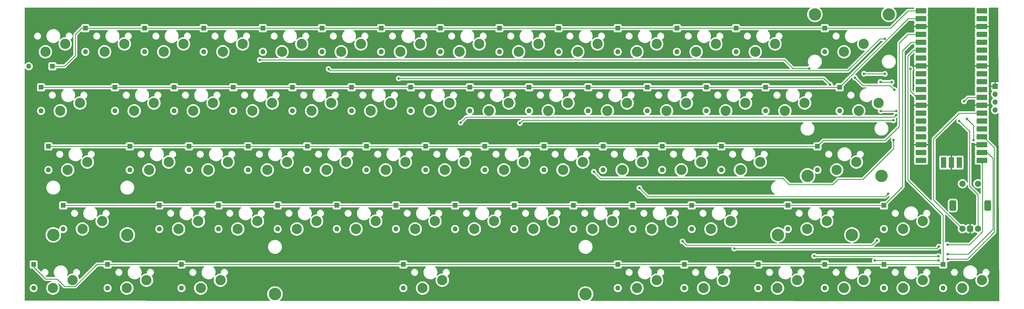
<source format=gbr>
%TF.GenerationSoftware,KiCad,Pcbnew,7.0.8*%
%TF.CreationDate,2023-12-03T22:46:55+07:00*%
%TF.ProjectId,pcb,7063622e-6b69-4636-9164-5f7063625858,rev?*%
%TF.SameCoordinates,Original*%
%TF.FileFunction,Copper,L1,Top*%
%TF.FilePolarity,Positive*%
%FSLAX46Y46*%
G04 Gerber Fmt 4.6, Leading zero omitted, Abs format (unit mm)*
G04 Created by KiCad (PCBNEW 7.0.8) date 2023-12-03 22:46:55*
%MOMM*%
%LPD*%
G01*
G04 APERTURE LIST*
G04 Aperture macros list*
%AMRoundRect*
0 Rectangle with rounded corners*
0 $1 Rounding radius*
0 $2 $3 $4 $5 $6 $7 $8 $9 X,Y pos of 4 corners*
0 Add a 4 corners polygon primitive as box body*
4,1,4,$2,$3,$4,$5,$6,$7,$8,$9,$2,$3,0*
0 Add four circle primitives for the rounded corners*
1,1,$1+$1,$2,$3*
1,1,$1+$1,$4,$5*
1,1,$1+$1,$6,$7*
1,1,$1+$1,$8,$9*
0 Add four rect primitives between the rounded corners*
20,1,$1+$1,$2,$3,$4,$5,0*
20,1,$1+$1,$4,$5,$6,$7,0*
20,1,$1+$1,$6,$7,$8,$9,0*
20,1,$1+$1,$8,$9,$2,$3,0*%
G04 Aperture macros list end*
%TA.AperFunction,SMDPad,CuDef*%
%ADD10R,1.700000X3.500000*%
%TD*%
%TA.AperFunction,ComponentPad*%
%ADD11O,1.700000X1.700000*%
%TD*%
%TA.AperFunction,ComponentPad*%
%ADD12R,1.700000X1.700000*%
%TD*%
%TA.AperFunction,SMDPad,CuDef*%
%ADD13R,3.500000X1.700000*%
%TD*%
%TA.AperFunction,ComponentPad*%
%ADD14C,4.000000*%
%TD*%
%TA.AperFunction,ComponentPad*%
%ADD15C,2.000000*%
%TD*%
%TA.AperFunction,ComponentPad*%
%ADD16RoundRect,0.550000X0.550000X-1.150000X0.550000X1.150000X-0.550000X1.150000X-0.550000X-1.150000X0*%
%TD*%
%TA.AperFunction,ComponentPad*%
%ADD17RoundRect,0.500000X0.500000X-0.500000X0.500000X0.500000X-0.500000X0.500000X-0.500000X-0.500000X0*%
%TD*%
%TA.AperFunction,ComponentPad*%
%ADD18C,3.300000*%
%TD*%
%TA.AperFunction,ComponentPad*%
%ADD19O,1.600000X1.600000*%
%TD*%
%TA.AperFunction,ComponentPad*%
%ADD20R,1.600000X1.600000*%
%TD*%
%TA.AperFunction,ViaPad*%
%ADD21C,0.800000*%
%TD*%
%TA.AperFunction,Conductor*%
%ADD22C,0.450000*%
%TD*%
%TA.AperFunction,Conductor*%
%ADD23C,0.250000*%
%TD*%
G04 APERTURE END LIST*
D10*
%TO.P,U1,43,SWDIO*%
%TO.N,unconnected-(U1-SWDIO-Pad43)*%
X357980000Y-148495000D03*
D11*
X357980000Y-147595000D03*
D10*
%TO.P,U1,42,GND*%
%TO.N,GND*%
X355440000Y-148495000D03*
D12*
X355440000Y-147595000D03*
D10*
%TO.P,U1,41,SWCLK*%
%TO.N,unconnected-(U1-SWCLK-Pad41)*%
X352900000Y-148495000D03*
D11*
X352900000Y-147595000D03*
D13*
%TO.P,U1,40,VBUS*%
%TO.N,VBUS*%
X365230000Y-99565000D03*
D11*
X364330000Y-99565000D03*
D13*
%TO.P,U1,39,VSYS*%
%TO.N,unconnected-(U1-VSYS-Pad39)*%
X365230000Y-102105000D03*
D11*
X364330000Y-102105000D03*
D13*
%TO.P,U1,38,GND*%
%TO.N,GND*%
X365230000Y-104645000D03*
D12*
X364330000Y-104645000D03*
D13*
%TO.P,U1,37,3V3_EN*%
%TO.N,unconnected-(U1-3V3_EN-Pad37)*%
X365230000Y-107185000D03*
D11*
X364330000Y-107185000D03*
D13*
%TO.P,U1,36,3V3*%
%TO.N,unconnected-(U1-3V3-Pad36)*%
X365230000Y-109725000D03*
D11*
X364330000Y-109725000D03*
D13*
%TO.P,U1,35,ADC_VREF*%
%TO.N,unconnected-(U1-ADC_VREF-Pad35)*%
X365230000Y-112265000D03*
D11*
X364330000Y-112265000D03*
D13*
%TO.P,U1,34,GPIO28_ADC2*%
%TO.N,LED_DI*%
X365230000Y-114805000D03*
D11*
X364330000Y-114805000D03*
D13*
%TO.P,U1,33,AGND*%
%TO.N,GND*%
X365230000Y-117345000D03*
D12*
X364330000Y-117345000D03*
D13*
%TO.P,U1,32,GPIO27_ADC1*%
%TO.N,SCL*%
X365230000Y-119885000D03*
D11*
X364330000Y-119885000D03*
D13*
%TO.P,U1,31,GPIO26_ADC0*%
%TO.N,SDA*%
X365230000Y-122425000D03*
D11*
X364330000Y-122425000D03*
D13*
%TO.P,U1,30,RUN*%
%TO.N,unconnected-(U1-RUN-Pad30)*%
X365230000Y-124965000D03*
D11*
X364330000Y-124965000D03*
D13*
%TO.P,U1,29,GPIO22*%
%TO.N,en_co_B*%
X365230000Y-127505000D03*
D11*
X364330000Y-127505000D03*
D13*
%TO.P,U1,28,GND*%
%TO.N,GND*%
X365230000Y-130045000D03*
D12*
X364330000Y-130045000D03*
D13*
%TO.P,U1,27,GPIO21*%
%TO.N,en_co_A*%
X365230000Y-132585000D03*
D11*
X364330000Y-132585000D03*
D13*
%TO.P,U1,26,GPIO20*%
%TO.N,COL15*%
X365230000Y-135125000D03*
D11*
X364330000Y-135125000D03*
D13*
%TO.P,U1,25,GPIO19*%
%TO.N,COL14*%
X365230000Y-137665000D03*
D11*
X364330000Y-137665000D03*
D13*
%TO.P,U1,24,GPIO18*%
%TO.N,COL13*%
X365230000Y-140205000D03*
D11*
X364330000Y-140205000D03*
D13*
%TO.P,U1,23,GND*%
%TO.N,GND*%
X365230000Y-142745000D03*
D12*
X364330000Y-142745000D03*
D13*
%TO.P,U1,22,GPIO17*%
%TO.N,COL12*%
X365230000Y-145285000D03*
D11*
X364330000Y-145285000D03*
D13*
%TO.P,U1,21,GPIO16*%
%TO.N,COL11*%
X365230000Y-147825000D03*
D11*
X364330000Y-147825000D03*
D13*
%TO.P,U1,20,GPIO15*%
%TO.N,COL10*%
X345650000Y-147825000D03*
D11*
X346550000Y-147825000D03*
D13*
%TO.P,U1,19,GPIO14*%
%TO.N,COL9*%
X345650000Y-145285000D03*
D11*
X346550000Y-145285000D03*
D13*
%TO.P,U1,18,GND*%
%TO.N,GND*%
X345650000Y-142745000D03*
D12*
X346550000Y-142745000D03*
D13*
%TO.P,U1,17,GPIO13*%
%TO.N,COL8*%
X345650000Y-140205000D03*
D11*
X346550000Y-140205000D03*
D13*
%TO.P,U1,16,GPIO12*%
%TO.N,COL7*%
X345650000Y-137665000D03*
D11*
X346550000Y-137665000D03*
D13*
%TO.P,U1,15,GPIO11*%
%TO.N,COL6*%
X345650000Y-135125000D03*
D11*
X346550000Y-135125000D03*
D13*
%TO.P,U1,14,GPIO10*%
%TO.N,COL5*%
X345650000Y-132585000D03*
D11*
X346550000Y-132585000D03*
D13*
%TO.P,U1,13,GND*%
%TO.N,GND*%
X345650000Y-130045000D03*
D12*
X346550000Y-130045000D03*
D13*
%TO.P,U1,12,GPIO9*%
%TO.N,COL4*%
X345650000Y-127505000D03*
D11*
X346550000Y-127505000D03*
D13*
%TO.P,U1,11,GPIO8*%
%TO.N,COL3*%
X345650000Y-124965000D03*
D11*
X346550000Y-124965000D03*
D13*
%TO.P,U1,10,GPIO7*%
%TO.N,COL2*%
X345650000Y-122425000D03*
D11*
X346550000Y-122425000D03*
D13*
%TO.P,U1,9,GPIO6*%
%TO.N,COL1*%
X345650000Y-119885000D03*
D11*
X346550000Y-119885000D03*
D13*
%TO.P,U1,8,GND*%
%TO.N,GND*%
X345650000Y-117345000D03*
D12*
X346550000Y-117345000D03*
D13*
%TO.P,U1,7,GPIO5*%
%TO.N,COL0*%
X345650000Y-114805000D03*
D11*
X346550000Y-114805000D03*
D13*
%TO.P,U1,6,GPIO4*%
%TO.N,ROW4*%
X345650000Y-112265000D03*
D11*
X346550000Y-112265000D03*
D13*
%TO.P,U1,5,GPIO3*%
%TO.N,ROW3*%
X345650000Y-109725000D03*
D11*
X346550000Y-109725000D03*
D13*
%TO.P,U1,4,GPIO2*%
%TO.N,ROW2*%
X345650000Y-107185000D03*
D11*
X346550000Y-107185000D03*
D13*
%TO.P,U1,3,GND*%
%TO.N,GND*%
X345650000Y-104645000D03*
D12*
X346550000Y-104645000D03*
D13*
%TO.P,U1,2,GPIO1*%
%TO.N,ROW1*%
X345650000Y-102105000D03*
D11*
X346550000Y-102105000D03*
D13*
%TO.P,U1,1,GPIO0*%
%TO.N,ROW0*%
X345650000Y-99565000D03*
D11*
X346550000Y-99565000D03*
%TD*%
D14*
%TO.P,S2,*%
%TO.N,*%
X90012500Y-171805000D03*
X66200000Y-171805000D03*
%TD*%
D15*
%TO.P,en_co1,S2,S2*%
%TO.N,COL15*%
X358975000Y-155315000D03*
%TO.P,en_co1,S1,S1*%
%TO.N,ROW0*%
X363975000Y-155315000D03*
D16*
%TO.P,en_co1,MP*%
%TO.N,N/C*%
X367075000Y-162315000D03*
X355875000Y-162315000D03*
D17*
%TO.P,en_co1,C,C*%
%TO.N,GND*%
X361475000Y-169815000D03*
D15*
%TO.P,en_co1,B,B*%
%TO.N,en_co_B*%
X363975000Y-169815000D03*
%TO.P,en_co1,A,A*%
%TO.N,en_co_A*%
X358975000Y-169815000D03*
%TD*%
D14*
%TO.P,S1,*%
%TO.N,*%
X137583750Y-190901950D03*
X237596250Y-190901950D03*
%TD*%
%TO.P,S4,*%
%TO.N,*%
X309087500Y-152780000D03*
X332900000Y-152780000D03*
%TD*%
D11*
%TO.P,J1,4,SDA*%
%TO.N,SDA*%
X369525000Y-131510000D03*
%TO.P,J1,3,SCL*%
%TO.N,SCL*%
X369525000Y-128970000D03*
%TO.P,J1,2,VCC*%
%TO.N,VBUS*%
X369525000Y-126430000D03*
D12*
%TO.P,J1,1,GND*%
%TO.N,GND*%
X369525000Y-123890000D03*
%TD*%
D14*
%TO.P,S5,*%
%TO.N,*%
X335275000Y-100685000D03*
X311462500Y-100685000D03*
%TD*%
%TO.P,S3,*%
%TO.N,*%
X299562500Y-171805000D03*
X323375000Y-171805000D03*
%TD*%
D18*
%TO.P,MX39,2,2*%
%TO.N,Net-(D39-A)*%
X268450000Y-150870000D03*
%TO.P,MX39,1,1*%
%TO.N,COL10*%
X274800000Y-148330000D03*
%TD*%
D19*
%TO.P,D59,2,A*%
%TO.N,Net-(D59-A)*%
X247972500Y-188960000D03*
D20*
%TO.P,D59,1,K*%
%TO.N,ROW4*%
X247972500Y-181340000D03*
%TD*%
D18*
%TO.P,MX56,2,2*%
%TO.N,Net-(D56-A)*%
X89856250Y-188970000D03*
%TO.P,MX56,1,1*%
%TO.N,COL1*%
X96206250Y-186430000D03*
%TD*%
D19*
%TO.P,D32,2,A*%
%TO.N,Net-(D32-A)*%
X128910000Y-150860000D03*
D20*
%TO.P,D32,1,K*%
%TO.N,ROW2*%
X128910000Y-143240000D03*
%TD*%
D19*
%TO.P,D36,2,A*%
%TO.N,Net-(D36-A)*%
X205110000Y-150860000D03*
D20*
%TO.P,D36,1,K*%
%TO.N,ROW2*%
X205110000Y-143240000D03*
%TD*%
D18*
%TO.P,MX46,2,2*%
%TO.N,Net-(D46-A)*%
X163675000Y-169920000D03*
%TO.P,MX46,1,1*%
%TO.N,COL5*%
X170025000Y-167380000D03*
%TD*%
%TO.P,MX24,2,2*%
%TO.N,Net-(D24-A)*%
X244637500Y-131820000D03*
%TO.P,MX24,1,1*%
%TO.N,COL9*%
X250987500Y-129280000D03*
%TD*%
D19*
%TO.P,D14,2,A*%
%TO.N,Net-(D14-A)*%
X314647500Y-112760000D03*
D20*
%TO.P,D14,1,K*%
%TO.N,ROW0*%
X314647500Y-105140000D03*
%TD*%
D18*
%TO.P,MX17,2,2*%
%TO.N,Net-(D17-A)*%
X111287500Y-131820000D03*
%TO.P,MX17,1,1*%
%TO.N,COL2*%
X117637500Y-129280000D03*
%TD*%
D19*
%TO.P,D13,2,A*%
%TO.N,Net-(D13-A)*%
X286072500Y-112760000D03*
D20*
%TO.P,D13,1,K*%
%TO.N,ROW0*%
X286072500Y-105140000D03*
%TD*%
D18*
%TO.P,MX11,2,2*%
%TO.N,Net-(D11-A)*%
X254162500Y-112770000D03*
%TO.P,MX11,1,1*%
%TO.N,COL10*%
X260512500Y-110230000D03*
%TD*%
D19*
%TO.P,D23,2,A*%
%TO.N,Net-(D23-A)*%
X219397500Y-131810000D03*
D20*
%TO.P,D23,1,K*%
%TO.N,ROW1*%
X219397500Y-124190000D03*
%TD*%
D19*
%TO.P,D8,2,A*%
%TO.N,Net-(D8-A)*%
X190822500Y-112760000D03*
D20*
%TO.P,D8,1,K*%
%TO.N,ROW0*%
X190822500Y-105140000D03*
%TD*%
D19*
%TO.P,D22,2,A*%
%TO.N,Net-(D22-A)*%
X200347500Y-131810000D03*
D20*
%TO.P,D22,1,K*%
%TO.N,ROW1*%
X200347500Y-124190000D03*
%TD*%
D19*
%TO.P,D34,2,A*%
%TO.N,Net-(D34-A)*%
X167010000Y-150860000D03*
D20*
%TO.P,D34,1,K*%
%TO.N,ROW2*%
X167010000Y-143240000D03*
%TD*%
D19*
%TO.P,D17,2,A*%
%TO.N,Net-(D17-A)*%
X105097500Y-131810000D03*
D20*
%TO.P,D17,1,K*%
%TO.N,ROW1*%
X105097500Y-124190000D03*
%TD*%
D19*
%TO.P,D42,2,A*%
%TO.N,Net-(D42-A)*%
X69378750Y-169910000D03*
D20*
%TO.P,D42,1,K*%
%TO.N,ROW3*%
X69378750Y-162290000D03*
%TD*%
D19*
%TO.P,D50,2,A*%
%TO.N,Net-(D50-A)*%
X233685000Y-169910000D03*
D20*
%TO.P,D50,1,K*%
%TO.N,ROW3*%
X233685000Y-162290000D03*
%TD*%
D18*
%TO.P,MX12,2,2*%
%TO.N,Net-(D12-A)*%
X273212500Y-112770000D03*
%TO.P,MX12,1,1*%
%TO.N,COL11*%
X279562500Y-110230000D03*
%TD*%
D19*
%TO.P,D56,2,A*%
%TO.N,Net-(D56-A)*%
X83666250Y-188960000D03*
D20*
%TO.P,D56,1,K*%
%TO.N,ROW4*%
X83666250Y-181340000D03*
%TD*%
D18*
%TO.P,MX64,2,2*%
%TO.N,Net-(D64-A)*%
X358937500Y-188970000D03*
%TO.P,MX64,1,1*%
%TO.N,COL15*%
X365287500Y-186430000D03*
%TD*%
D19*
%TO.P,D24,2,A*%
%TO.N,Net-(D24-A)*%
X238447500Y-131810000D03*
D20*
%TO.P,D24,1,K*%
%TO.N,ROW1*%
X238447500Y-124190000D03*
%TD*%
D18*
%TO.P,MX15,2,2*%
%TO.N,Net-(D15-A)*%
X68425000Y-131820000D03*
%TO.P,MX15,1,1*%
%TO.N,COL0*%
X74775000Y-129280000D03*
%TD*%
D19*
%TO.P,D41,2,A*%
%TO.N,Net-(D41-A)*%
X312266250Y-150860000D03*
D20*
%TO.P,D41,1,K*%
%TO.N,ROW2*%
X312266250Y-143240000D03*
%TD*%
D18*
%TO.P,MX45,2,2*%
%TO.N,Net-(D45-A)*%
X144625000Y-169920000D03*
%TO.P,MX45,1,1*%
%TO.N,COL4*%
X150975000Y-167380000D03*
%TD*%
%TO.P,MX26,2,2*%
%TO.N,Net-(D26-A)*%
X282737500Y-131820000D03*
%TO.P,MX26,1,1*%
%TO.N,COL11*%
X289087500Y-129280000D03*
%TD*%
%TO.P,MX14,2,2*%
%TO.N,Net-(D14-A)*%
X320837500Y-112770000D03*
%TO.P,MX14,1,1*%
%TO.N,COL13*%
X327187500Y-110230000D03*
%TD*%
%TO.P,MX29,2,2*%
%TO.N,Net-(D29-A)*%
X70806250Y-150870000D03*
%TO.P,MX29,1,1*%
%TO.N,COL0*%
X77156250Y-148330000D03*
%TD*%
D19*
%TO.P,D44,2,A*%
%TO.N,Net-(D44-A)*%
X119385000Y-169910000D03*
D20*
%TO.P,D44,1,K*%
%TO.N,ROW3*%
X119385000Y-162290000D03*
%TD*%
D19*
%TO.P,D20,2,A*%
%TO.N,Net-(D20-A)*%
X162247500Y-131810000D03*
D20*
%TO.P,D20,1,K*%
%TO.N,ROW1*%
X162247500Y-124190000D03*
%TD*%
D19*
%TO.P,D31,2,A*%
%TO.N,Net-(D31-A)*%
X109860000Y-150860000D03*
D20*
%TO.P,D31,1,K*%
%TO.N,ROW2*%
X109860000Y-143240000D03*
%TD*%
D18*
%TO.P,MX34,2,2*%
%TO.N,Net-(D34-A)*%
X173200000Y-150870000D03*
%TO.P,MX34,1,1*%
%TO.N,COL5*%
X179550000Y-148330000D03*
%TD*%
%TO.P,MX49,2,2*%
%TO.N,Net-(D49-A)*%
X220825000Y-169920000D03*
%TO.P,MX49,1,1*%
%TO.N,COL8*%
X227175000Y-167380000D03*
%TD*%
%TO.P,MX28,2,2*%
%TO.N,Net-(D28-A)*%
X325600000Y-131820000D03*
%TO.P,MX28,1,1*%
%TO.N,COL13*%
X331950000Y-129280000D03*
%TD*%
%TO.P,MX23,2,2*%
%TO.N,Net-(D23-A)*%
X225587500Y-131820000D03*
%TO.P,MX23,1,1*%
%TO.N,COL8*%
X231937500Y-129280000D03*
%TD*%
D19*
%TO.P,D37,2,A*%
%TO.N,Net-(D37-A)*%
X224160000Y-150860000D03*
D20*
%TO.P,D37,1,K*%
%TO.N,ROW2*%
X224160000Y-143240000D03*
%TD*%
D19*
%TO.P,D1,2,A*%
%TO.N,Net-(D1-A)*%
X58285000Y-117430000D03*
D20*
%TO.P,D1,1,K*%
%TO.N,ROW0*%
X65905000Y-117430000D03*
%TD*%
D18*
%TO.P,MX37,2,2*%
%TO.N,Net-(D37-A)*%
X230350000Y-150870000D03*
%TO.P,MX37,1,1*%
%TO.N,COL8*%
X236700000Y-148330000D03*
%TD*%
D19*
%TO.P,D54,2,A*%
%TO.N,Net-(D54-A)*%
X333697500Y-169910000D03*
D20*
%TO.P,D54,1,K*%
%TO.N,ROW3*%
X333697500Y-162290000D03*
%TD*%
D18*
%TO.P,MX16,2,2*%
%TO.N,Net-(D16-A)*%
X92237500Y-131820000D03*
%TO.P,MX16,1,1*%
%TO.N,COL1*%
X98587500Y-129280000D03*
%TD*%
D19*
%TO.P,D25,2,A*%
%TO.N,Net-(D25-A)*%
X257497500Y-131810000D03*
D20*
%TO.P,D25,1,K*%
%TO.N,ROW1*%
X257497500Y-124190000D03*
%TD*%
D19*
%TO.P,D29,2,A*%
%TO.N,Net-(D29-A)*%
X64616250Y-150860000D03*
D20*
%TO.P,D29,1,K*%
%TO.N,ROW2*%
X64616250Y-143240000D03*
%TD*%
D19*
%TO.P,D45,2,A*%
%TO.N,Net-(D45-A)*%
X138435000Y-169910000D03*
D20*
%TO.P,D45,1,K*%
%TO.N,ROW3*%
X138435000Y-162290000D03*
%TD*%
D18*
%TO.P,MX42,2,2*%
%TO.N,Net-(D42-A)*%
X75568750Y-169920000D03*
%TO.P,MX42,1,1*%
%TO.N,COL0*%
X81918750Y-167380000D03*
%TD*%
%TO.P,MX5,2,2*%
%TO.N,Net-(D5-A)*%
X139862500Y-112770000D03*
%TO.P,MX5,1,1*%
%TO.N,COL4*%
X146212500Y-110230000D03*
%TD*%
D19*
%TO.P,D49,2,A*%
%TO.N,Net-(D49-A)*%
X214635000Y-169910000D03*
D20*
%TO.P,D49,1,K*%
%TO.N,ROW3*%
X214635000Y-162290000D03*
%TD*%
D19*
%TO.P,D4,2,A*%
%TO.N,Net-(D4-A)*%
X114622500Y-112760000D03*
D20*
%TO.P,D4,1,K*%
%TO.N,ROW0*%
X114622500Y-105140000D03*
%TD*%
D18*
%TO.P,MX60,2,2*%
%TO.N,Net-(D60-A)*%
X275593750Y-188970000D03*
%TO.P,MX60,1,1*%
%TO.N,COL11*%
X281943750Y-186430000D03*
%TD*%
%TO.P,MX13,2,2*%
%TO.N,Net-(D13-A)*%
X292262500Y-112770000D03*
%TO.P,MX13,1,1*%
%TO.N,COL12*%
X298612500Y-110230000D03*
%TD*%
D19*
%TO.P,D15,2,A*%
%TO.N,Net-(D15-A)*%
X62235000Y-131810000D03*
D20*
%TO.P,D15,1,K*%
%TO.N,ROW1*%
X62235000Y-124190000D03*
%TD*%
D18*
%TO.P,MX21,2,2*%
%TO.N,Net-(D21-A)*%
X187487500Y-131820000D03*
%TO.P,MX21,1,1*%
%TO.N,COL6*%
X193837500Y-129280000D03*
%TD*%
D19*
%TO.P,D39,2,A*%
%TO.N,Net-(D39-A)*%
X262260000Y-150860000D03*
D20*
%TO.P,D39,1,K*%
%TO.N,ROW2*%
X262260000Y-143240000D03*
%TD*%
D19*
%TO.P,D64,2,A*%
%TO.N,Net-(D64-A)*%
X352747500Y-188960000D03*
D20*
%TO.P,D64,1,K*%
%TO.N,ROW4*%
X352747500Y-181340000D03*
%TD*%
D18*
%TO.P,MX22,2,2*%
%TO.N,Net-(D22-A)*%
X206537500Y-131820000D03*
%TO.P,MX22,1,1*%
%TO.N,COL7*%
X212887500Y-129280000D03*
%TD*%
%TO.P,MX38,2,2*%
%TO.N,Net-(D38-A)*%
X249400000Y-150870000D03*
%TO.P,MX38,1,1*%
%TO.N,COL9*%
X255750000Y-148330000D03*
%TD*%
%TO.P,MX63,2,2*%
%TO.N,Net-(D63-A)*%
X339887500Y-188970000D03*
%TO.P,MX63,1,1*%
%TO.N,COL14*%
X346237500Y-186430000D03*
%TD*%
D19*
%TO.P,D27,2,A*%
%TO.N,Net-(D27-A)*%
X295597500Y-131810000D03*
D20*
%TO.P,D27,1,K*%
%TO.N,ROW1*%
X295597500Y-124190000D03*
%TD*%
D19*
%TO.P,D40,2,A*%
%TO.N,Net-(D40-A)*%
X281310000Y-150860000D03*
D20*
%TO.P,D40,1,K*%
%TO.N,ROW2*%
X281310000Y-143240000D03*
%TD*%
D19*
%TO.P,D9,2,A*%
%TO.N,Net-(D9-A)*%
X209872500Y-112760000D03*
D20*
%TO.P,D9,1,K*%
%TO.N,ROW0*%
X209872500Y-105140000D03*
%TD*%
D18*
%TO.P,MX27,2,2*%
%TO.N,Net-(D27-A)*%
X301787500Y-131820000D03*
%TO.P,MX27,1,1*%
%TO.N,COL12*%
X308137500Y-129280000D03*
%TD*%
D19*
%TO.P,D58,2,A*%
%TO.N,Net-(D58-A)*%
X178916250Y-188960000D03*
D20*
%TO.P,D58,1,K*%
%TO.N,ROW4*%
X178916250Y-181340000D03*
%TD*%
D18*
%TO.P,MX57,2,2*%
%TO.N,Net-(D57-A)*%
X113668750Y-188970000D03*
%TO.P,MX57,1,1*%
%TO.N,COL2*%
X120018750Y-186430000D03*
%TD*%
D19*
%TO.P,D57,2,A*%
%TO.N,Net-(D57-A)*%
X107478750Y-188960000D03*
D20*
%TO.P,D57,1,K*%
%TO.N,ROW4*%
X107478750Y-181340000D03*
%TD*%
D18*
%TO.P,MX3,2,2*%
%TO.N,Net-(D3-A)*%
X101762500Y-112770000D03*
%TO.P,MX3,1,1*%
%TO.N,COL2*%
X108112500Y-110230000D03*
%TD*%
%TO.P,MX18,2,2*%
%TO.N,Net-(D18-A)*%
X130337500Y-131820000D03*
%TO.P,MX18,1,1*%
%TO.N,COL3*%
X136687500Y-129280000D03*
%TD*%
D19*
%TO.P,D12,2,A*%
%TO.N,Net-(D12-A)*%
X267022500Y-112760000D03*
D20*
%TO.P,D12,1,K*%
%TO.N,ROW0*%
X267022500Y-105140000D03*
%TD*%
D19*
%TO.P,D21,2,A*%
%TO.N,Net-(D21-A)*%
X181297500Y-131810000D03*
D20*
%TO.P,D21,1,K*%
%TO.N,ROW1*%
X181297500Y-124190000D03*
%TD*%
D19*
%TO.P,D48,2,A*%
%TO.N,Net-(D48-A)*%
X195585000Y-169910000D03*
D20*
%TO.P,D48,1,K*%
%TO.N,ROW3*%
X195585000Y-162290000D03*
%TD*%
D19*
%TO.P,D60,2,A*%
%TO.N,Net-(D60-A)*%
X269403750Y-188960000D03*
D20*
%TO.P,D60,1,K*%
%TO.N,ROW4*%
X269403750Y-181340000D03*
%TD*%
D18*
%TO.P,MX6,2,2*%
%TO.N,Net-(D6-A)*%
X158912500Y-112770000D03*
%TO.P,MX6,1,1*%
%TO.N,COL5*%
X165262500Y-110230000D03*
%TD*%
%TO.P,MX44,2,2*%
%TO.N,Net-(D44-A)*%
X125575000Y-169920000D03*
%TO.P,MX44,1,1*%
%TO.N,COL3*%
X131925000Y-167380000D03*
%TD*%
D19*
%TO.P,D35,2,A*%
%TO.N,Net-(D35-A)*%
X186060000Y-150860000D03*
D20*
%TO.P,D35,1,K*%
%TO.N,ROW2*%
X186060000Y-143240000D03*
%TD*%
D18*
%TO.P,MX10,2,2*%
%TO.N,Net-(D10-A)*%
X235112500Y-112770000D03*
%TO.P,MX10,1,1*%
%TO.N,COL9*%
X241462500Y-110230000D03*
%TD*%
%TO.P,MX40,2,2*%
%TO.N,Net-(D40-A)*%
X287500000Y-150870000D03*
%TO.P,MX40,1,1*%
%TO.N,COL11*%
X293850000Y-148330000D03*
%TD*%
%TO.P,MX41,2,2*%
%TO.N,Net-(D41-A)*%
X318456250Y-150870000D03*
%TO.P,MX41,1,1*%
%TO.N,COL12*%
X324806250Y-148330000D03*
%TD*%
%TO.P,MX54,2,2*%
%TO.N,Net-(D54-A)*%
X339887500Y-169920000D03*
%TO.P,MX54,1,1*%
%TO.N,COL14*%
X346237500Y-167380000D03*
%TD*%
%TO.P,MX2,2,2*%
%TO.N,Net-(D2-A)*%
X82712500Y-112770000D03*
%TO.P,MX2,1,1*%
%TO.N,COL1*%
X89062500Y-110230000D03*
%TD*%
D19*
%TO.P,D55,2,A*%
%TO.N,Net-(D55-A)*%
X59853750Y-188960000D03*
D20*
%TO.P,D55,1,K*%
%TO.N,ROW4*%
X59853750Y-181340000D03*
%TD*%
D18*
%TO.P,MX7,2,2*%
%TO.N,Net-(D7-A)*%
X177962500Y-112770000D03*
%TO.P,MX7,1,1*%
%TO.N,COL6*%
X184312500Y-110230000D03*
%TD*%
D19*
%TO.P,D6,2,A*%
%TO.N,Net-(D6-A)*%
X152722500Y-112760000D03*
D20*
%TO.P,D6,1,K*%
%TO.N,ROW0*%
X152722500Y-105140000D03*
%TD*%
D18*
%TO.P,MX9,2,2*%
%TO.N,Net-(D9-A)*%
X216062500Y-112770000D03*
%TO.P,MX9,1,1*%
%TO.N,COL8*%
X222412500Y-110230000D03*
%TD*%
D19*
%TO.P,D33,2,A*%
%TO.N,Net-(D33-A)*%
X147960000Y-150860000D03*
D20*
%TO.P,D33,1,K*%
%TO.N,ROW2*%
X147960000Y-143240000D03*
%TD*%
D19*
%TO.P,D30,2,A*%
%TO.N,Net-(D30-A)*%
X90810000Y-150860000D03*
D20*
%TO.P,D30,1,K*%
%TO.N,ROW2*%
X90810000Y-143240000D03*
%TD*%
D18*
%TO.P,MX35,2,2*%
%TO.N,Net-(D35-A)*%
X192250000Y-150870000D03*
%TO.P,MX35,1,1*%
%TO.N,COL6*%
X198600000Y-148330000D03*
%TD*%
%TO.P,MX31,2,2*%
%TO.N,Net-(D31-A)*%
X116050000Y-150870000D03*
%TO.P,MX31,1,1*%
%TO.N,COL2*%
X122400000Y-148330000D03*
%TD*%
D19*
%TO.P,D7,2,A*%
%TO.N,Net-(D7-A)*%
X171772500Y-112760000D03*
D20*
%TO.P,D7,1,K*%
%TO.N,ROW0*%
X171772500Y-105140000D03*
%TD*%
D19*
%TO.P,D43,2,A*%
%TO.N,Net-(D43-A)*%
X100335000Y-169910000D03*
D20*
%TO.P,D43,1,K*%
%TO.N,ROW3*%
X100335000Y-162290000D03*
%TD*%
D19*
%TO.P,D51,2,A*%
%TO.N,Net-(D51-A)*%
X252735000Y-169910000D03*
D20*
%TO.P,D51,1,K*%
%TO.N,ROW3*%
X252735000Y-162290000D03*
%TD*%
D19*
%TO.P,D19,2,A*%
%TO.N,Net-(D19-A)*%
X143197500Y-131810000D03*
D20*
%TO.P,D19,1,K*%
%TO.N,ROW1*%
X143197500Y-124190000D03*
%TD*%
D19*
%TO.P,D47,2,A*%
%TO.N,Net-(D47-A)*%
X176535000Y-169910000D03*
D20*
%TO.P,D47,1,K*%
%TO.N,ROW3*%
X176535000Y-162290000D03*
%TD*%
D18*
%TO.P,MX58,2,2*%
%TO.N,Net-(D58-A)*%
X185106250Y-188970000D03*
%TO.P,MX58,1,1*%
%TO.N,COL3*%
X191456250Y-186430000D03*
%TD*%
%TO.P,MX53,2,2*%
%TO.N,Net-(D53-A)*%
X308931250Y-169920000D03*
%TO.P,MX53,1,1*%
%TO.N,COL12*%
X315281250Y-167380000D03*
%TD*%
%TO.P,MX20,2,2*%
%TO.N,Net-(D20-A)*%
X168437500Y-131820000D03*
%TO.P,MX20,1,1*%
%TO.N,COL5*%
X174787500Y-129280000D03*
%TD*%
%TO.P,MX32,2,2*%
%TO.N,Net-(D32-A)*%
X135100000Y-150870000D03*
%TO.P,MX32,1,1*%
%TO.N,COL3*%
X141450000Y-148330000D03*
%TD*%
D19*
%TO.P,D38,2,A*%
%TO.N,Net-(D38-A)*%
X243210000Y-150860000D03*
D20*
%TO.P,D38,1,K*%
%TO.N,ROW2*%
X243210000Y-143240000D03*
%TD*%
D18*
%TO.P,MX19,2,2*%
%TO.N,Net-(D19-A)*%
X149387500Y-131820000D03*
%TO.P,MX19,1,1*%
%TO.N,COL4*%
X155737500Y-129280000D03*
%TD*%
D19*
%TO.P,D53,2,A*%
%TO.N,Net-(D53-A)*%
X302741250Y-169910000D03*
D20*
%TO.P,D53,1,K*%
%TO.N,ROW3*%
X302741250Y-162290000D03*
%TD*%
D18*
%TO.P,MX50,2,2*%
%TO.N,Net-(D50-A)*%
X239875000Y-169920000D03*
%TO.P,MX50,1,1*%
%TO.N,COL9*%
X246225000Y-167380000D03*
%TD*%
%TO.P,MX1,2,2*%
%TO.N,Net-(D1-A)*%
X63662500Y-112770000D03*
%TO.P,MX1,1,1*%
%TO.N,COL0*%
X70012500Y-110230000D03*
%TD*%
%TO.P,MX55,2,2*%
%TO.N,Net-(D55-A)*%
X66043750Y-188970000D03*
%TO.P,MX55,1,1*%
%TO.N,COL0*%
X72393750Y-186430000D03*
%TD*%
%TO.P,MX62,2,2*%
%TO.N,Net-(D62-A)*%
X320837500Y-188970000D03*
%TO.P,MX62,1,1*%
%TO.N,COL13*%
X327187500Y-186430000D03*
%TD*%
D19*
%TO.P,D63,2,A*%
%TO.N,Net-(D63-A)*%
X333697500Y-188960000D03*
D20*
%TO.P,D63,1,K*%
%TO.N,ROW4*%
X333697500Y-181340000D03*
%TD*%
D18*
%TO.P,MX25,2,2*%
%TO.N,Net-(D25-A)*%
X263687500Y-131820000D03*
%TO.P,MX25,1,1*%
%TO.N,COL10*%
X270037500Y-129280000D03*
%TD*%
D19*
%TO.P,D28,2,A*%
%TO.N,Net-(D28-A)*%
X319410000Y-131810000D03*
D20*
%TO.P,D28,1,K*%
%TO.N,ROW1*%
X319410000Y-124190000D03*
%TD*%
D18*
%TO.P,MX51,2,2*%
%TO.N,Net-(D51-A)*%
X258925000Y-169920000D03*
%TO.P,MX51,1,1*%
%TO.N,COL10*%
X265275000Y-167380000D03*
%TD*%
%TO.P,MX8,2,2*%
%TO.N,Net-(D8-A)*%
X197012500Y-112770000D03*
%TO.P,MX8,1,1*%
%TO.N,COL7*%
X203362500Y-110230000D03*
%TD*%
D19*
%TO.P,D2,2,A*%
%TO.N,Net-(D2-A)*%
X76522500Y-112760000D03*
D20*
%TO.P,D2,1,K*%
%TO.N,ROW0*%
X76522500Y-105140000D03*
%TD*%
D18*
%TO.P,MX52,2,2*%
%TO.N,Net-(D52-A)*%
X277975000Y-169920000D03*
%TO.P,MX52,1,1*%
%TO.N,COL11*%
X284325000Y-167380000D03*
%TD*%
%TO.P,MX33,2,2*%
%TO.N,Net-(D33-A)*%
X154150000Y-150870000D03*
%TO.P,MX33,1,1*%
%TO.N,COL4*%
X160500000Y-148330000D03*
%TD*%
D19*
%TO.P,D62,2,A*%
%TO.N,Net-(D62-A)*%
X314647500Y-188960000D03*
D20*
%TO.P,D62,1,K*%
%TO.N,ROW4*%
X314647500Y-181340000D03*
%TD*%
D19*
%TO.P,D16,2,A*%
%TO.N,Net-(D16-A)*%
X86047500Y-131810000D03*
D20*
%TO.P,D16,1,K*%
%TO.N,ROW1*%
X86047500Y-124190000D03*
%TD*%
D18*
%TO.P,MX47,2,2*%
%TO.N,Net-(D47-A)*%
X182725000Y-169920000D03*
%TO.P,MX47,1,1*%
%TO.N,COL6*%
X189075000Y-167380000D03*
%TD*%
%TO.P,MX43,2,2*%
%TO.N,Net-(D43-A)*%
X106525000Y-169920000D03*
%TO.P,MX43,1,1*%
%TO.N,COL2*%
X112875000Y-167380000D03*
%TD*%
D19*
%TO.P,D26,2,A*%
%TO.N,Net-(D26-A)*%
X276547500Y-131810000D03*
D20*
%TO.P,D26,1,K*%
%TO.N,ROW1*%
X276547500Y-124190000D03*
%TD*%
D18*
%TO.P,MX59,2,2*%
%TO.N,Net-(D59-A)*%
X254162500Y-188970000D03*
%TO.P,MX59,1,1*%
%TO.N,COL10*%
X260512500Y-186430000D03*
%TD*%
D19*
%TO.P,D11,2,A*%
%TO.N,Net-(D11-A)*%
X247972500Y-112760000D03*
D20*
%TO.P,D11,1,K*%
%TO.N,ROW0*%
X247972500Y-105140000D03*
%TD*%
D19*
%TO.P,D46,2,A*%
%TO.N,Net-(D46-A)*%
X157485000Y-169910000D03*
D20*
%TO.P,D46,1,K*%
%TO.N,ROW3*%
X157485000Y-162290000D03*
%TD*%
D19*
%TO.P,D10,2,A*%
%TO.N,Net-(D10-A)*%
X228922500Y-112760000D03*
D20*
%TO.P,D10,1,K*%
%TO.N,ROW0*%
X228922500Y-105140000D03*
%TD*%
D18*
%TO.P,MX48,2,2*%
%TO.N,Net-(D48-A)*%
X201775000Y-169920000D03*
%TO.P,MX48,1,1*%
%TO.N,COL7*%
X208125000Y-167380000D03*
%TD*%
%TO.P,MX36,2,2*%
%TO.N,Net-(D36-A)*%
X211300000Y-150870000D03*
%TO.P,MX36,1,1*%
%TO.N,COL7*%
X217650000Y-148330000D03*
%TD*%
%TO.P,MX4,2,2*%
%TO.N,Net-(D4-A)*%
X120812500Y-112770000D03*
%TO.P,MX4,1,1*%
%TO.N,COL3*%
X127162500Y-110230000D03*
%TD*%
%TO.P,MX30,2,2*%
%TO.N,Net-(D30-A)*%
X97000000Y-150870000D03*
%TO.P,MX30,1,1*%
%TO.N,COL1*%
X103350000Y-148330000D03*
%TD*%
D19*
%TO.P,D61,2,A*%
%TO.N,Net-(D61-A)*%
X293216250Y-188960000D03*
D20*
%TO.P,D61,1,K*%
%TO.N,ROW4*%
X293216250Y-181340000D03*
%TD*%
D18*
%TO.P,MX61,2,2*%
%TO.N,Net-(D61-A)*%
X299406250Y-188970000D03*
%TO.P,MX61,1,1*%
%TO.N,COL12*%
X305756250Y-186430000D03*
%TD*%
D19*
%TO.P,D52,2,A*%
%TO.N,Net-(D52-A)*%
X271785000Y-169910000D03*
D20*
%TO.P,D52,1,K*%
%TO.N,ROW3*%
X271785000Y-162290000D03*
%TD*%
D19*
%TO.P,D5,2,A*%
%TO.N,Net-(D5-A)*%
X133672500Y-112760000D03*
D20*
%TO.P,D5,1,K*%
%TO.N,ROW0*%
X133672500Y-105140000D03*
%TD*%
D19*
%TO.P,D3,2,A*%
%TO.N,Net-(D3-A)*%
X95572500Y-112760000D03*
D20*
%TO.P,D3,1,K*%
%TO.N,ROW0*%
X95572500Y-105140000D03*
%TD*%
D19*
%TO.P,D18,2,A*%
%TO.N,Net-(D18-A)*%
X124147500Y-131810000D03*
D20*
%TO.P,D18,1,K*%
%TO.N,ROW1*%
X124147500Y-124190000D03*
%TD*%
D21*
%TO.N,COL13*%
X330737500Y-180080000D03*
X351320000Y-180060000D03*
X354210000Y-179620000D03*
%TO.N,COL12*%
X351250000Y-178660000D03*
X311200000Y-178620000D03*
X354230000Y-178020000D03*
%TO.N,COL11*%
X285493750Y-176236250D03*
X351350000Y-175580000D03*
X354140000Y-174930000D03*
%TO.N,COL10*%
X268825000Y-173905000D03*
X331462000Y-173610000D03*
%TO.N,COL9*%
X254920000Y-156690000D03*
X335010000Y-158530000D03*
%TO.N,COL8*%
X240250000Y-151420000D03*
X336810000Y-141150000D03*
%TO.N,COL7*%
X216437500Y-135777500D03*
X336730000Y-134870000D03*
%TO.N,COL6*%
X337610000Y-133150000D03*
X197387500Y-135617500D03*
%TO.N,COL5*%
X337660000Y-131850000D03*
X332650000Y-131850000D03*
X316330000Y-123320000D03*
X177415000Y-121355000D03*
%TO.N,COL4*%
X342240000Y-118280000D03*
X333977701Y-108597701D03*
X154820000Y-118310000D03*
%TO.N,COL3*%
X309605000Y-118135000D03*
X337050000Y-125040000D03*
X132640000Y-115390000D03*
X324400000Y-121140000D03*
%TO.N,COL2*%
X332540000Y-122480000D03*
X336200000Y-122530000D03*
%TO.N,COL1*%
X327270000Y-119850000D03*
X333990000Y-119880000D03*
%TO.N,ROW0*%
X360440000Y-134390000D03*
X362570000Y-141260000D03*
%TO.N,en_co_B*%
X359480000Y-128760000D03*
X357920000Y-135070000D03*
%TD*%
D22*
%TO.N,GND*%
X361475000Y-163195000D02*
X355440000Y-157160000D01*
X355440000Y-157160000D02*
X355440000Y-147595000D01*
X361475000Y-169815000D02*
X361475000Y-163195000D01*
D23*
%TO.N,COL13*%
X360570000Y-179620000D02*
X354210000Y-179620000D01*
X369260000Y-170930000D02*
X360570000Y-179620000D01*
X369260000Y-143715380D02*
X369260000Y-170930000D01*
X365749620Y-140205000D02*
X369260000Y-143715380D01*
X364330000Y-140205000D02*
X365749620Y-140205000D01*
X330757500Y-180060000D02*
X330737500Y-180080000D01*
X351320000Y-180060000D02*
X330757500Y-180060000D01*
%TO.N,COL12*%
X368780000Y-169970000D02*
X360730000Y-178020000D01*
X366925000Y-145285000D02*
X368780000Y-147140000D01*
X360730000Y-178020000D02*
X354230000Y-178020000D01*
X364330000Y-145285000D02*
X366925000Y-145285000D01*
X368780000Y-147140000D02*
X368780000Y-169970000D01*
X311240000Y-178660000D02*
X311200000Y-178620000D01*
X351250000Y-178660000D02*
X311240000Y-178660000D01*
%TO.N,COL11*%
X361240000Y-174930000D02*
X354140000Y-174930000D01*
X365430000Y-170740000D02*
X361240000Y-174930000D01*
X365430000Y-148925000D02*
X365430000Y-170740000D01*
X364330000Y-147825000D02*
X365430000Y-148925000D01*
X351350000Y-175580000D02*
X350693750Y-176236250D01*
X350693750Y-176236250D02*
X285493750Y-176236250D01*
%TO.N,COL10*%
X270080000Y-175160000D02*
X268825000Y-173905000D01*
X329912000Y-175160000D02*
X270080000Y-175160000D01*
X331462000Y-173610000D02*
X329912000Y-175160000D01*
%TO.N,COL9*%
X257680000Y-159450000D02*
X254920000Y-156690000D01*
X334090000Y-159450000D02*
X257680000Y-159450000D01*
X335010000Y-158530000D02*
X334090000Y-159450000D01*
%TO.N,COL8*%
X317267887Y-155582113D02*
X303182113Y-155582113D01*
X301200000Y-153600000D02*
X242430000Y-153600000D01*
X318970000Y-153880000D02*
X317267887Y-155582113D01*
X326920000Y-153880000D02*
X318970000Y-153880000D01*
X242430000Y-153600000D02*
X240250000Y-151420000D01*
X336810000Y-143990000D02*
X326920000Y-153880000D01*
X303182113Y-155582113D02*
X301200000Y-153600000D01*
X336810000Y-141150000D02*
X336810000Y-143990000D01*
%TO.N,COL7*%
X217345000Y-134870000D02*
X216437500Y-135777500D01*
X336730000Y-134870000D02*
X217345000Y-134870000D01*
%TO.N,COL6*%
X199210000Y-133795000D02*
X197387500Y-135617500D01*
X336965000Y-133795000D02*
X199210000Y-133795000D01*
X337610000Y-133150000D02*
X336965000Y-133795000D01*
%TO.N,COL5*%
X337660000Y-131850000D02*
X332650000Y-131850000D01*
X177415000Y-121355000D02*
X314365000Y-121355000D01*
X314365000Y-121355000D02*
X316330000Y-123320000D01*
%TO.N,COL4*%
X322110000Y-118860000D02*
X155370000Y-118860000D01*
X333977701Y-108597701D02*
X332372299Y-108597701D01*
X332372299Y-108597701D02*
X322110000Y-118860000D01*
X155370000Y-118860000D02*
X154820000Y-118310000D01*
X344265000Y-127505000D02*
X346550000Y-127505000D01*
X342240000Y-124614620D02*
X342200000Y-124654620D01*
X342200000Y-125440000D02*
X344265000Y-127505000D01*
X342240000Y-118280000D02*
X342240000Y-124614620D01*
X342200000Y-124654620D02*
X342200000Y-125440000D01*
%TO.N,COL3*%
X304375000Y-118135000D02*
X309605000Y-118135000D01*
X301630000Y-115390000D02*
X304375000Y-118135000D01*
X132640000Y-115390000D02*
X301630000Y-115390000D01*
X326890000Y-123630000D02*
X324400000Y-121140000D01*
X335640000Y-123630000D02*
X326890000Y-123630000D01*
X337050000Y-125040000D02*
X335640000Y-123630000D01*
%TO.N,COL2*%
X332590000Y-122530000D02*
X332540000Y-122480000D01*
X336200000Y-122530000D02*
X332590000Y-122530000D01*
%TO.N,COL1*%
X327300000Y-119880000D02*
X333990000Y-119880000D01*
X327270000Y-119850000D02*
X327300000Y-119880000D01*
%TO.N,ROW0*%
X362570000Y-136520000D02*
X360440000Y-134390000D01*
X362570000Y-141260000D02*
X362570000Y-136520000D01*
D22*
%TO.N,GND*%
X366705000Y-130045000D02*
X364330000Y-130045000D01*
X369525000Y-123890000D02*
X369050000Y-123890000D01*
D23*
%TO.N,en_co_B*%
X360735000Y-127505000D02*
X364330000Y-127505000D01*
X359480000Y-128760000D02*
X360735000Y-127505000D01*
X361280000Y-138430000D02*
X361280000Y-156070000D01*
X361280000Y-156070000D02*
X363975000Y-158765000D01*
X363975000Y-158765000D02*
X363975000Y-169815000D01*
X357920000Y-135070000D02*
X361280000Y-138430000D01*
%TO.N,en_co_A*%
X357945000Y-132585000D02*
X364330000Y-132585000D01*
X349710000Y-140820000D02*
X357945000Y-132585000D01*
X349710000Y-160550000D02*
X349710000Y-140820000D01*
X358975000Y-169815000D02*
X349710000Y-160550000D01*
%TO.N,ROW4*%
X341400000Y-154030000D02*
X341400000Y-114110000D01*
X343245000Y-112265000D02*
X346550000Y-112265000D01*
X352747500Y-165377500D02*
X341400000Y-154030000D01*
X352747500Y-181340000D02*
X352747500Y-165377500D01*
X341400000Y-114110000D02*
X343245000Y-112265000D01*
X80276822Y-181340000D02*
X352747500Y-181340000D01*
X67367963Y-186030000D02*
X69742963Y-188405000D01*
X59853750Y-182140000D02*
X63743750Y-186030000D01*
X63743750Y-186030000D02*
X67367963Y-186030000D01*
X59853750Y-181340000D02*
X59853750Y-182140000D01*
X69742963Y-188405000D02*
X73211822Y-188405000D01*
X73211822Y-188405000D02*
X80276822Y-181340000D01*
%TO.N,ROW3*%
X342385000Y-109725000D02*
X346550000Y-109725000D01*
X339710000Y-112400000D02*
X342385000Y-109725000D01*
X339710000Y-156277500D02*
X339710000Y-112400000D01*
X333697500Y-162290000D02*
X339710000Y-156277500D01*
%TO.N,ROW2*%
X338610000Y-109910000D02*
X341335000Y-107185000D01*
X338610000Y-136850000D02*
X338610000Y-109910000D01*
X334080000Y-141380000D02*
X338610000Y-136850000D01*
X312266250Y-143240000D02*
X314126250Y-141380000D01*
X314126250Y-141380000D02*
X334080000Y-141380000D01*
X341335000Y-107185000D02*
X346550000Y-107185000D01*
%TO.N,ROW3*%
X69378750Y-162290000D02*
X333697500Y-162290000D01*
%TO.N,ROW2*%
X64616250Y-143240000D02*
X312266250Y-143240000D01*
%TO.N,ROW1*%
X341495000Y-102105000D02*
X346550000Y-102105000D01*
X319410000Y-124190000D02*
X341495000Y-102105000D01*
X86047500Y-124190000D02*
X319410000Y-124190000D01*
X62235000Y-124190000D02*
X86047500Y-124190000D01*
%TO.N,ROW0*%
X335885000Y-105140000D02*
X341460000Y-99565000D01*
X341460000Y-99565000D02*
X346550000Y-99565000D01*
X314647500Y-105140000D02*
X335885000Y-105140000D01*
X286072500Y-105140000D02*
X314647500Y-105140000D01*
X267022500Y-105140000D02*
X286072500Y-105140000D01*
X247972500Y-105140000D02*
X267022500Y-105140000D01*
X228922500Y-105140000D02*
X247972500Y-105140000D01*
X209872500Y-105140000D02*
X228922500Y-105140000D01*
X190822500Y-105140000D02*
X209872500Y-105140000D01*
X171772500Y-105140000D02*
X190822500Y-105140000D01*
X152722500Y-105140000D02*
X171772500Y-105140000D01*
X133672500Y-105140000D02*
X152722500Y-105140000D01*
X114622500Y-105140000D02*
X133672500Y-105140000D01*
X95572500Y-105140000D02*
X114622500Y-105140000D01*
X76522500Y-105140000D02*
X95572500Y-105140000D01*
X75341000Y-105140000D02*
X76522500Y-105140000D01*
X73278000Y-107203000D02*
X75341000Y-105140000D01*
X73278000Y-113988000D02*
X73278000Y-107203000D01*
X69836000Y-117430000D02*
X73278000Y-113988000D01*
X65905000Y-117430000D02*
X69836000Y-117430000D01*
%TD*%
%TA.AperFunction,Conductor*%
%TO.N,GND*%
G36*
X309901195Y-98519685D02*
G01*
X309946950Y-98572489D01*
X309956894Y-98641647D01*
X309927869Y-98705203D01*
X309907042Y-98724318D01*
X309865471Y-98754520D01*
X309865468Y-98754523D01*
X309636108Y-98969907D01*
X309636106Y-98969909D01*
X309435554Y-99212334D01*
X309435551Y-99212338D01*
X309266964Y-99477990D01*
X309266961Y-99477996D01*
X309132999Y-99762678D01*
X309132997Y-99762683D01*
X309035770Y-100061916D01*
X308976811Y-100370988D01*
X308976810Y-100370995D01*
X308957056Y-100684994D01*
X308957056Y-100685005D01*
X308976810Y-100999004D01*
X308976811Y-100999011D01*
X309035770Y-101308083D01*
X309132997Y-101607316D01*
X309132999Y-101607321D01*
X309266961Y-101892003D01*
X309266964Y-101892009D01*
X309435551Y-102157661D01*
X309435554Y-102157665D01*
X309636106Y-102400090D01*
X309636108Y-102400092D01*
X309865468Y-102615476D01*
X309865478Y-102615484D01*
X310120004Y-102800408D01*
X310120009Y-102800410D01*
X310120016Y-102800416D01*
X310395734Y-102951994D01*
X310395739Y-102951996D01*
X310395741Y-102951997D01*
X310395742Y-102951998D01*
X310688271Y-103067818D01*
X310688274Y-103067819D01*
X310993023Y-103146065D01*
X310993027Y-103146066D01*
X311058510Y-103154338D01*
X311305170Y-103185499D01*
X311305179Y-103185499D01*
X311305182Y-103185500D01*
X311305184Y-103185500D01*
X311619816Y-103185500D01*
X311619818Y-103185500D01*
X311619821Y-103185499D01*
X311619829Y-103185499D01*
X311806093Y-103161968D01*
X311931973Y-103146066D01*
X312236725Y-103067819D01*
X312236728Y-103067818D01*
X312529257Y-102951998D01*
X312529258Y-102951997D01*
X312529256Y-102951997D01*
X312529266Y-102951994D01*
X312804984Y-102800416D01*
X313059530Y-102615478D01*
X313288890Y-102400094D01*
X313489447Y-102157663D01*
X313658037Y-101892007D01*
X313792003Y-101607315D01*
X313889231Y-101308079D01*
X313948188Y-100999015D01*
X313954768Y-100894426D01*
X313967944Y-100685005D01*
X313967944Y-100684994D01*
X313948189Y-100370995D01*
X313948188Y-100370988D01*
X313948188Y-100370985D01*
X313889231Y-100061921D01*
X313792003Y-99762685D01*
X313658037Y-99477993D01*
X313489447Y-99212337D01*
X313434263Y-99145631D01*
X313288893Y-98969909D01*
X313288891Y-98969907D01*
X313272308Y-98954334D01*
X313059530Y-98754522D01*
X313059528Y-98754520D01*
X313017958Y-98724318D01*
X312975293Y-98668988D01*
X312969314Y-98599375D01*
X313001920Y-98537580D01*
X313062759Y-98503222D01*
X313090844Y-98500000D01*
X333646656Y-98500000D01*
X333713695Y-98519685D01*
X333759450Y-98572489D01*
X333769394Y-98641647D01*
X333740369Y-98705203D01*
X333719542Y-98724318D01*
X333677971Y-98754520D01*
X333677968Y-98754523D01*
X333448608Y-98969907D01*
X333448606Y-98969909D01*
X333248054Y-99212334D01*
X333248051Y-99212338D01*
X333079464Y-99477990D01*
X333079461Y-99477996D01*
X332945499Y-99762678D01*
X332945497Y-99762683D01*
X332848270Y-100061916D01*
X332789311Y-100370988D01*
X332789310Y-100370995D01*
X332769556Y-100684994D01*
X332769556Y-100685005D01*
X332789310Y-100999004D01*
X332789311Y-100999011D01*
X332848270Y-101308083D01*
X332945497Y-101607316D01*
X332945499Y-101607321D01*
X333079461Y-101892003D01*
X333079464Y-101892009D01*
X333248051Y-102157661D01*
X333248054Y-102157665D01*
X333448606Y-102400090D01*
X333448608Y-102400092D01*
X333677968Y-102615476D01*
X333677978Y-102615484D01*
X333932504Y-102800408D01*
X333932509Y-102800410D01*
X333932516Y-102800416D01*
X334208234Y-102951994D01*
X334208239Y-102951996D01*
X334208241Y-102951997D01*
X334208242Y-102951998D01*
X334500771Y-103067818D01*
X334500774Y-103067819D01*
X334805523Y-103146065D01*
X334805527Y-103146066D01*
X334871010Y-103154338D01*
X335117670Y-103185499D01*
X335117679Y-103185499D01*
X335117682Y-103185500D01*
X335117684Y-103185500D01*
X335432316Y-103185500D01*
X335432318Y-103185500D01*
X335432321Y-103185499D01*
X335432329Y-103185499D01*
X335618593Y-103161968D01*
X335744473Y-103146066D01*
X336049225Y-103067819D01*
X336049228Y-103067818D01*
X336341757Y-102951998D01*
X336341758Y-102951997D01*
X336341756Y-102951997D01*
X336341766Y-102951994D01*
X336617484Y-102800416D01*
X336872030Y-102615478D01*
X337101390Y-102400094D01*
X337301947Y-102157663D01*
X337470537Y-101892007D01*
X337604503Y-101607315D01*
X337701731Y-101308079D01*
X337760688Y-100999015D01*
X337767268Y-100894426D01*
X337780444Y-100685005D01*
X337780444Y-100684994D01*
X337760689Y-100370995D01*
X337760688Y-100370988D01*
X337760688Y-100370985D01*
X337701731Y-100061921D01*
X337604503Y-99762685D01*
X337470537Y-99477993D01*
X337301947Y-99212337D01*
X337246763Y-99145631D01*
X337101393Y-98969909D01*
X337101391Y-98969907D01*
X337084808Y-98954334D01*
X336872030Y-98754522D01*
X336872028Y-98754520D01*
X336830458Y-98724318D01*
X336787793Y-98668988D01*
X336781814Y-98599375D01*
X336814420Y-98537580D01*
X336875259Y-98503222D01*
X336903344Y-98500000D01*
X343279423Y-98500000D01*
X343346462Y-98519685D01*
X343392217Y-98572489D01*
X343402711Y-98637255D01*
X343401291Y-98650464D01*
X343399500Y-98667121D01*
X343399500Y-98815500D01*
X343379815Y-98882539D01*
X343327011Y-98928294D01*
X343275500Y-98939500D01*
X341542743Y-98939500D01*
X341527122Y-98937775D01*
X341527095Y-98938061D01*
X341519333Y-98937326D01*
X341450172Y-98939500D01*
X341420649Y-98939500D01*
X341413778Y-98940367D01*
X341407959Y-98940825D01*
X341361374Y-98942289D01*
X341361368Y-98942290D01*
X341342126Y-98947880D01*
X341323087Y-98951823D01*
X341303217Y-98954334D01*
X341303203Y-98954337D01*
X341259883Y-98971488D01*
X341254358Y-98973380D01*
X341209613Y-98986380D01*
X341209610Y-98986381D01*
X341192366Y-98996579D01*
X341174905Y-99005133D01*
X341156274Y-99012510D01*
X341156262Y-99012517D01*
X341118570Y-99039902D01*
X341113687Y-99043109D01*
X341073580Y-99066829D01*
X341059414Y-99080995D01*
X341044624Y-99093627D01*
X341028414Y-99105404D01*
X341028411Y-99105407D01*
X340998710Y-99141309D01*
X340994777Y-99145631D01*
X335662228Y-104478181D01*
X335600905Y-104511666D01*
X335574547Y-104514500D01*
X316071999Y-104514500D01*
X316004960Y-104494815D01*
X315959205Y-104442011D01*
X315947999Y-104390500D01*
X315947999Y-104292129D01*
X315947998Y-104292123D01*
X315947997Y-104292116D01*
X315941591Y-104232517D01*
X315933770Y-104211549D01*
X315891297Y-104097671D01*
X315891293Y-104097664D01*
X315805047Y-103982455D01*
X315805044Y-103982452D01*
X315689835Y-103896206D01*
X315689828Y-103896202D01*
X315554982Y-103845908D01*
X315554983Y-103845908D01*
X315495383Y-103839501D01*
X315495381Y-103839500D01*
X315495373Y-103839500D01*
X315495364Y-103839500D01*
X313799629Y-103839500D01*
X313799623Y-103839501D01*
X313740016Y-103845908D01*
X313605171Y-103896202D01*
X313605164Y-103896206D01*
X313489955Y-103982452D01*
X313489952Y-103982455D01*
X313403706Y-104097664D01*
X313403702Y-104097671D01*
X313353408Y-104232517D01*
X313347001Y-104292116D01*
X313347001Y-104292123D01*
X313347000Y-104292135D01*
X313347000Y-104390500D01*
X313327315Y-104457539D01*
X313274511Y-104503294D01*
X313223000Y-104514500D01*
X287496999Y-104514500D01*
X287429960Y-104494815D01*
X287384205Y-104442011D01*
X287372999Y-104390500D01*
X287372999Y-104292129D01*
X287372998Y-104292123D01*
X287372997Y-104292116D01*
X287366591Y-104232517D01*
X287358770Y-104211549D01*
X287316297Y-104097671D01*
X287316293Y-104097664D01*
X287230047Y-103982455D01*
X287230044Y-103982452D01*
X287114835Y-103896206D01*
X287114828Y-103896202D01*
X286979982Y-103845908D01*
X286979983Y-103845908D01*
X286920383Y-103839501D01*
X286920381Y-103839500D01*
X286920373Y-103839500D01*
X286920364Y-103839500D01*
X285224629Y-103839500D01*
X285224623Y-103839501D01*
X285165016Y-103845908D01*
X285030171Y-103896202D01*
X285030164Y-103896206D01*
X284914955Y-103982452D01*
X284914952Y-103982455D01*
X284828706Y-104097664D01*
X284828702Y-104097671D01*
X284778408Y-104232517D01*
X284772001Y-104292116D01*
X284772001Y-104292123D01*
X284772000Y-104292135D01*
X284772000Y-104390500D01*
X284752315Y-104457539D01*
X284699511Y-104503294D01*
X284648000Y-104514500D01*
X268446999Y-104514500D01*
X268379960Y-104494815D01*
X268334205Y-104442011D01*
X268322999Y-104390500D01*
X268322999Y-104292129D01*
X268322998Y-104292123D01*
X268322997Y-104292116D01*
X268316591Y-104232517D01*
X268308770Y-104211549D01*
X268266297Y-104097671D01*
X268266293Y-104097664D01*
X268180047Y-103982455D01*
X268180044Y-103982452D01*
X268064835Y-103896206D01*
X268064828Y-103896202D01*
X267929982Y-103845908D01*
X267929983Y-103845908D01*
X267870383Y-103839501D01*
X267870381Y-103839500D01*
X267870373Y-103839500D01*
X267870364Y-103839500D01*
X266174629Y-103839500D01*
X266174623Y-103839501D01*
X266115016Y-103845908D01*
X265980171Y-103896202D01*
X265980164Y-103896206D01*
X265864955Y-103982452D01*
X265864952Y-103982455D01*
X265778706Y-104097664D01*
X265778702Y-104097671D01*
X265728408Y-104232517D01*
X265722001Y-104292116D01*
X265722001Y-104292123D01*
X265722000Y-104292135D01*
X265722000Y-104390500D01*
X265702315Y-104457539D01*
X265649511Y-104503294D01*
X265598000Y-104514500D01*
X249396999Y-104514500D01*
X249329960Y-104494815D01*
X249284205Y-104442011D01*
X249272999Y-104390500D01*
X249272999Y-104292129D01*
X249272998Y-104292123D01*
X249272997Y-104292116D01*
X249266591Y-104232517D01*
X249258770Y-104211549D01*
X249216297Y-104097671D01*
X249216293Y-104097664D01*
X249130047Y-103982455D01*
X249130044Y-103982452D01*
X249014835Y-103896206D01*
X249014828Y-103896202D01*
X248879982Y-103845908D01*
X248879983Y-103845908D01*
X248820383Y-103839501D01*
X248820381Y-103839500D01*
X248820373Y-103839500D01*
X248820364Y-103839500D01*
X247124629Y-103839500D01*
X247124623Y-103839501D01*
X247065016Y-103845908D01*
X246930171Y-103896202D01*
X246930164Y-103896206D01*
X246814955Y-103982452D01*
X246814952Y-103982455D01*
X246728706Y-104097664D01*
X246728702Y-104097671D01*
X246678408Y-104232517D01*
X246672001Y-104292116D01*
X246672001Y-104292123D01*
X246672000Y-104292135D01*
X246672000Y-104390500D01*
X246652315Y-104457539D01*
X246599511Y-104503294D01*
X246548000Y-104514500D01*
X230346999Y-104514500D01*
X230279960Y-104494815D01*
X230234205Y-104442011D01*
X230222999Y-104390500D01*
X230222999Y-104292129D01*
X230222998Y-104292123D01*
X230222997Y-104292116D01*
X230216591Y-104232517D01*
X230208770Y-104211549D01*
X230166297Y-104097671D01*
X230166293Y-104097664D01*
X230080047Y-103982455D01*
X230080044Y-103982452D01*
X229964835Y-103896206D01*
X229964828Y-103896202D01*
X229829982Y-103845908D01*
X229829983Y-103845908D01*
X229770383Y-103839501D01*
X229770381Y-103839500D01*
X229770373Y-103839500D01*
X229770364Y-103839500D01*
X228074629Y-103839500D01*
X228074623Y-103839501D01*
X228015016Y-103845908D01*
X227880171Y-103896202D01*
X227880164Y-103896206D01*
X227764955Y-103982452D01*
X227764952Y-103982455D01*
X227678706Y-104097664D01*
X227678702Y-104097671D01*
X227628408Y-104232517D01*
X227622001Y-104292116D01*
X227622001Y-104292123D01*
X227622000Y-104292135D01*
X227622000Y-104390500D01*
X227602315Y-104457539D01*
X227549511Y-104503294D01*
X227498000Y-104514500D01*
X211296999Y-104514500D01*
X211229960Y-104494815D01*
X211184205Y-104442011D01*
X211172999Y-104390500D01*
X211172999Y-104292129D01*
X211172998Y-104292123D01*
X211172997Y-104292116D01*
X211166591Y-104232517D01*
X211158770Y-104211549D01*
X211116297Y-104097671D01*
X211116293Y-104097664D01*
X211030047Y-103982455D01*
X211030044Y-103982452D01*
X210914835Y-103896206D01*
X210914828Y-103896202D01*
X210779982Y-103845908D01*
X210779983Y-103845908D01*
X210720383Y-103839501D01*
X210720381Y-103839500D01*
X210720373Y-103839500D01*
X210720364Y-103839500D01*
X209024629Y-103839500D01*
X209024623Y-103839501D01*
X208965016Y-103845908D01*
X208830171Y-103896202D01*
X208830164Y-103896206D01*
X208714955Y-103982452D01*
X208714952Y-103982455D01*
X208628706Y-104097664D01*
X208628702Y-104097671D01*
X208578408Y-104232517D01*
X208572001Y-104292116D01*
X208572001Y-104292123D01*
X208572000Y-104292135D01*
X208572000Y-104390500D01*
X208552315Y-104457539D01*
X208499511Y-104503294D01*
X208448000Y-104514500D01*
X192246999Y-104514500D01*
X192179960Y-104494815D01*
X192134205Y-104442011D01*
X192122999Y-104390500D01*
X192122999Y-104292129D01*
X192122998Y-104292123D01*
X192122997Y-104292116D01*
X192116591Y-104232517D01*
X192108770Y-104211549D01*
X192066297Y-104097671D01*
X192066293Y-104097664D01*
X191980047Y-103982455D01*
X191980044Y-103982452D01*
X191864835Y-103896206D01*
X191864828Y-103896202D01*
X191729982Y-103845908D01*
X191729983Y-103845908D01*
X191670383Y-103839501D01*
X191670381Y-103839500D01*
X191670373Y-103839500D01*
X191670364Y-103839500D01*
X189974629Y-103839500D01*
X189974623Y-103839501D01*
X189915016Y-103845908D01*
X189780171Y-103896202D01*
X189780164Y-103896206D01*
X189664955Y-103982452D01*
X189664952Y-103982455D01*
X189578706Y-104097664D01*
X189578702Y-104097671D01*
X189528408Y-104232517D01*
X189522001Y-104292116D01*
X189522001Y-104292123D01*
X189522000Y-104292135D01*
X189522000Y-104390500D01*
X189502315Y-104457539D01*
X189449511Y-104503294D01*
X189398000Y-104514500D01*
X173196999Y-104514500D01*
X173129960Y-104494815D01*
X173084205Y-104442011D01*
X173072999Y-104390500D01*
X173072999Y-104292129D01*
X173072998Y-104292123D01*
X173072997Y-104292116D01*
X173066591Y-104232517D01*
X173058770Y-104211549D01*
X173016297Y-104097671D01*
X173016293Y-104097664D01*
X172930047Y-103982455D01*
X172930044Y-103982452D01*
X172814835Y-103896206D01*
X172814828Y-103896202D01*
X172679982Y-103845908D01*
X172679983Y-103845908D01*
X172620383Y-103839501D01*
X172620381Y-103839500D01*
X172620373Y-103839500D01*
X172620364Y-103839500D01*
X170924629Y-103839500D01*
X170924623Y-103839501D01*
X170865016Y-103845908D01*
X170730171Y-103896202D01*
X170730164Y-103896206D01*
X170614955Y-103982452D01*
X170614952Y-103982455D01*
X170528706Y-104097664D01*
X170528702Y-104097671D01*
X170478408Y-104232517D01*
X170472001Y-104292116D01*
X170472001Y-104292123D01*
X170472000Y-104292135D01*
X170472000Y-104390500D01*
X170452315Y-104457539D01*
X170399511Y-104503294D01*
X170348000Y-104514500D01*
X154146999Y-104514500D01*
X154079960Y-104494815D01*
X154034205Y-104442011D01*
X154022999Y-104390500D01*
X154022999Y-104292129D01*
X154022998Y-104292123D01*
X154022997Y-104292116D01*
X154016591Y-104232517D01*
X154008770Y-104211549D01*
X153966297Y-104097671D01*
X153966293Y-104097664D01*
X153880047Y-103982455D01*
X153880044Y-103982452D01*
X153764835Y-103896206D01*
X153764828Y-103896202D01*
X153629982Y-103845908D01*
X153629983Y-103845908D01*
X153570383Y-103839501D01*
X153570381Y-103839500D01*
X153570373Y-103839500D01*
X153570364Y-103839500D01*
X151874629Y-103839500D01*
X151874623Y-103839501D01*
X151815016Y-103845908D01*
X151680171Y-103896202D01*
X151680164Y-103896206D01*
X151564955Y-103982452D01*
X151564952Y-103982455D01*
X151478706Y-104097664D01*
X151478702Y-104097671D01*
X151428408Y-104232517D01*
X151422001Y-104292116D01*
X151422001Y-104292123D01*
X151422000Y-104292135D01*
X151422000Y-104390500D01*
X151402315Y-104457539D01*
X151349511Y-104503294D01*
X151298000Y-104514500D01*
X135096999Y-104514500D01*
X135029960Y-104494815D01*
X134984205Y-104442011D01*
X134972999Y-104390500D01*
X134972999Y-104292129D01*
X134972998Y-104292123D01*
X134972997Y-104292116D01*
X134966591Y-104232517D01*
X134958770Y-104211549D01*
X134916297Y-104097671D01*
X134916293Y-104097664D01*
X134830047Y-103982455D01*
X134830044Y-103982452D01*
X134714835Y-103896206D01*
X134714828Y-103896202D01*
X134579982Y-103845908D01*
X134579983Y-103845908D01*
X134520383Y-103839501D01*
X134520381Y-103839500D01*
X134520373Y-103839500D01*
X134520364Y-103839500D01*
X132824629Y-103839500D01*
X132824623Y-103839501D01*
X132765016Y-103845908D01*
X132630171Y-103896202D01*
X132630164Y-103896206D01*
X132514955Y-103982452D01*
X132514952Y-103982455D01*
X132428706Y-104097664D01*
X132428702Y-104097671D01*
X132378408Y-104232517D01*
X132372001Y-104292116D01*
X132372001Y-104292123D01*
X132372000Y-104292135D01*
X132372000Y-104390500D01*
X132352315Y-104457539D01*
X132299511Y-104503294D01*
X132248000Y-104514500D01*
X116046999Y-104514500D01*
X115979960Y-104494815D01*
X115934205Y-104442011D01*
X115922999Y-104390500D01*
X115922999Y-104292129D01*
X115922998Y-104292123D01*
X115922997Y-104292116D01*
X115916591Y-104232517D01*
X115908770Y-104211549D01*
X115866297Y-104097671D01*
X115866293Y-104097664D01*
X115780047Y-103982455D01*
X115780044Y-103982452D01*
X115664835Y-103896206D01*
X115664828Y-103896202D01*
X115529982Y-103845908D01*
X115529983Y-103845908D01*
X115470383Y-103839501D01*
X115470381Y-103839500D01*
X115470373Y-103839500D01*
X115470364Y-103839500D01*
X113774629Y-103839500D01*
X113774623Y-103839501D01*
X113715016Y-103845908D01*
X113580171Y-103896202D01*
X113580164Y-103896206D01*
X113464955Y-103982452D01*
X113464952Y-103982455D01*
X113378706Y-104097664D01*
X113378702Y-104097671D01*
X113328408Y-104232517D01*
X113322001Y-104292116D01*
X113322001Y-104292123D01*
X113322000Y-104292135D01*
X113322000Y-104390500D01*
X113302315Y-104457539D01*
X113249511Y-104503294D01*
X113198000Y-104514500D01*
X96996999Y-104514500D01*
X96929960Y-104494815D01*
X96884205Y-104442011D01*
X96872999Y-104390500D01*
X96872999Y-104292129D01*
X96872998Y-104292123D01*
X96872997Y-104292116D01*
X96866591Y-104232517D01*
X96858770Y-104211549D01*
X96816297Y-104097671D01*
X96816293Y-104097664D01*
X96730047Y-103982455D01*
X96730044Y-103982452D01*
X96614835Y-103896206D01*
X96614828Y-103896202D01*
X96479982Y-103845908D01*
X96479983Y-103845908D01*
X96420383Y-103839501D01*
X96420381Y-103839500D01*
X96420373Y-103839500D01*
X96420364Y-103839500D01*
X94724629Y-103839500D01*
X94724623Y-103839501D01*
X94665016Y-103845908D01*
X94530171Y-103896202D01*
X94530164Y-103896206D01*
X94414955Y-103982452D01*
X94414952Y-103982455D01*
X94328706Y-104097664D01*
X94328702Y-104097671D01*
X94278408Y-104232517D01*
X94272001Y-104292116D01*
X94272001Y-104292123D01*
X94272000Y-104292135D01*
X94272000Y-104390500D01*
X94252315Y-104457539D01*
X94199511Y-104503294D01*
X94148000Y-104514500D01*
X77946999Y-104514500D01*
X77879960Y-104494815D01*
X77834205Y-104442011D01*
X77822999Y-104390500D01*
X77822999Y-104292129D01*
X77822998Y-104292123D01*
X77822997Y-104292116D01*
X77816591Y-104232517D01*
X77808770Y-104211549D01*
X77766297Y-104097671D01*
X77766293Y-104097664D01*
X77680047Y-103982455D01*
X77680044Y-103982452D01*
X77564835Y-103896206D01*
X77564828Y-103896202D01*
X77429982Y-103845908D01*
X77429983Y-103845908D01*
X77370383Y-103839501D01*
X77370381Y-103839500D01*
X77370373Y-103839500D01*
X77370364Y-103839500D01*
X75674629Y-103839500D01*
X75674623Y-103839501D01*
X75615016Y-103845908D01*
X75480171Y-103896202D01*
X75480164Y-103896206D01*
X75364955Y-103982452D01*
X75364952Y-103982455D01*
X75278706Y-104097664D01*
X75278702Y-104097671D01*
X75228408Y-104232517D01*
X75222001Y-104292116D01*
X75222001Y-104292123D01*
X75222000Y-104292135D01*
X75222000Y-104430102D01*
X75202315Y-104497141D01*
X75149511Y-104542896D01*
X75141822Y-104546101D01*
X75139502Y-104546977D01*
X75134889Y-104548516D01*
X75090614Y-104561380D01*
X75090610Y-104561381D01*
X75073366Y-104571579D01*
X75055905Y-104580133D01*
X75037274Y-104587510D01*
X75037262Y-104587517D01*
X74999570Y-104614902D01*
X74994687Y-104618109D01*
X74954580Y-104641829D01*
X74940414Y-104655995D01*
X74925624Y-104668627D01*
X74909414Y-104680404D01*
X74909411Y-104680407D01*
X74879710Y-104716309D01*
X74875777Y-104720631D01*
X72894208Y-106702199D01*
X72881951Y-106712020D01*
X72882134Y-106712241D01*
X72876123Y-106717213D01*
X72828772Y-106767636D01*
X72807889Y-106788519D01*
X72807877Y-106788532D01*
X72803621Y-106794017D01*
X72799837Y-106798447D01*
X72767937Y-106832418D01*
X72767936Y-106832420D01*
X72758284Y-106849976D01*
X72747610Y-106866226D01*
X72735329Y-106882061D01*
X72735324Y-106882068D01*
X72716815Y-106924838D01*
X72714245Y-106930084D01*
X72691803Y-106970906D01*
X72686822Y-106990307D01*
X72680521Y-107008710D01*
X72672562Y-107027102D01*
X72672561Y-107027105D01*
X72665271Y-107073127D01*
X72664087Y-107078846D01*
X72652501Y-107123972D01*
X72652500Y-107123982D01*
X72652500Y-107144016D01*
X72650973Y-107163413D01*
X72647840Y-107183196D01*
X72648011Y-107185000D01*
X72652225Y-107229583D01*
X72652500Y-107235421D01*
X72652500Y-107586764D01*
X72632815Y-107653803D01*
X72582774Y-107697163D01*
X72622213Y-107722509D01*
X72651238Y-107786065D01*
X72652500Y-107803712D01*
X72652500Y-113677547D01*
X72632815Y-113744586D01*
X72616181Y-113765228D01*
X69613228Y-116768181D01*
X69551905Y-116801666D01*
X69525547Y-116804500D01*
X67329499Y-116804500D01*
X67262460Y-116784815D01*
X67216705Y-116732011D01*
X67205499Y-116680500D01*
X67205499Y-116582129D01*
X67205498Y-116582123D01*
X67205497Y-116582116D01*
X67199091Y-116522517D01*
X67170724Y-116446462D01*
X67148797Y-116387671D01*
X67148793Y-116387664D01*
X67062547Y-116272455D01*
X67062544Y-116272452D01*
X66947335Y-116186206D01*
X66947328Y-116186202D01*
X66812482Y-116135908D01*
X66812483Y-116135908D01*
X66752883Y-116129501D01*
X66752881Y-116129500D01*
X66752873Y-116129500D01*
X66752864Y-116129500D01*
X65057129Y-116129500D01*
X65057123Y-116129501D01*
X64997516Y-116135908D01*
X64862671Y-116186202D01*
X64862664Y-116186206D01*
X64747455Y-116272452D01*
X64747452Y-116272455D01*
X64661206Y-116387664D01*
X64661202Y-116387671D01*
X64610908Y-116522517D01*
X64604501Y-116582116D01*
X64604501Y-116582123D01*
X64604500Y-116582135D01*
X64604500Y-118277870D01*
X64604501Y-118277876D01*
X64610908Y-118337483D01*
X64661202Y-118472328D01*
X64661206Y-118472335D01*
X64747452Y-118587544D01*
X64747455Y-118587547D01*
X64862664Y-118673793D01*
X64862671Y-118673797D01*
X64997517Y-118724091D01*
X64997516Y-118724091D01*
X65004444Y-118724835D01*
X65057127Y-118730500D01*
X66752872Y-118730499D01*
X66812483Y-118724091D01*
X66947331Y-118673796D01*
X67062546Y-118587546D01*
X67148796Y-118472331D01*
X67199091Y-118337483D01*
X67205500Y-118277873D01*
X67205500Y-118179500D01*
X67225185Y-118112461D01*
X67277989Y-118066706D01*
X67329500Y-118055500D01*
X69753257Y-118055500D01*
X69768877Y-118057224D01*
X69768904Y-118056939D01*
X69776660Y-118057671D01*
X69776667Y-118057673D01*
X69845814Y-118055500D01*
X69875350Y-118055500D01*
X69882228Y-118054630D01*
X69888041Y-118054172D01*
X69934627Y-118052709D01*
X69953869Y-118047117D01*
X69972912Y-118043174D01*
X69992792Y-118040664D01*
X70036122Y-118023507D01*
X70041646Y-118021617D01*
X70045396Y-118020527D01*
X70086390Y-118008618D01*
X70103629Y-117998422D01*
X70121103Y-117989862D01*
X70139727Y-117982488D01*
X70139727Y-117982487D01*
X70139732Y-117982486D01*
X70177449Y-117955082D01*
X70182305Y-117951892D01*
X70222420Y-117928170D01*
X70236589Y-117913999D01*
X70251379Y-117901368D01*
X70267587Y-117889594D01*
X70297299Y-117853676D01*
X70301212Y-117849376D01*
X73661788Y-114488801D01*
X73674042Y-114478986D01*
X73673859Y-114478764D01*
X73679866Y-114473792D01*
X73679877Y-114473786D01*
X73710775Y-114440882D01*
X73727227Y-114423364D01*
X73737671Y-114412918D01*
X73748120Y-114402471D01*
X73752379Y-114396978D01*
X73756152Y-114392561D01*
X73788062Y-114358582D01*
X73797713Y-114341024D01*
X73808396Y-114324761D01*
X73820673Y-114308936D01*
X73839185Y-114266153D01*
X73841738Y-114260941D01*
X73864197Y-114220092D01*
X73869180Y-114200680D01*
X73875481Y-114182280D01*
X73883437Y-114163896D01*
X73890729Y-114117852D01*
X73891906Y-114112171D01*
X73903500Y-114067019D01*
X73903500Y-114046983D01*
X73905027Y-114027582D01*
X73908160Y-114007804D01*
X73903775Y-113961415D01*
X73903500Y-113955577D01*
X73903500Y-112760001D01*
X75217032Y-112760001D01*
X75236864Y-112986686D01*
X75236866Y-112986697D01*
X75295758Y-113206488D01*
X75295761Y-113206497D01*
X75391931Y-113412732D01*
X75391932Y-113412734D01*
X75522454Y-113599141D01*
X75683358Y-113760045D01*
X75683361Y-113760047D01*
X75869766Y-113890568D01*
X76076004Y-113986739D01*
X76295808Y-114045635D01*
X76457730Y-114059801D01*
X76522498Y-114065468D01*
X76522500Y-114065468D01*
X76522502Y-114065468D01*
X76579173Y-114060509D01*
X76749192Y-114045635D01*
X76968996Y-113986739D01*
X77175234Y-113890568D01*
X77361639Y-113760047D01*
X77522547Y-113599139D01*
X77653068Y-113412734D01*
X77749239Y-113206496D01*
X77808135Y-112986692D01*
X77827093Y-112770000D01*
X80556975Y-112770000D01*
X80577051Y-113063511D01*
X80577052Y-113063513D01*
X80636904Y-113351543D01*
X80636909Y-113351559D01*
X80735427Y-113628762D01*
X80870778Y-113889977D01*
X80870782Y-113889983D01*
X81040432Y-114130323D01*
X81067826Y-114159655D01*
X81237219Y-114341030D01*
X81241243Y-114345338D01*
X81337150Y-114423364D01*
X81469451Y-114530999D01*
X81469453Y-114531000D01*
X81469454Y-114531001D01*
X81720819Y-114683860D01*
X81720824Y-114683862D01*
X81970977Y-114792518D01*
X81990659Y-114801067D01*
X82273945Y-114880440D01*
X82516918Y-114913836D01*
X82565401Y-114920500D01*
X82565402Y-114920500D01*
X82859599Y-114920500D01*
X82895066Y-114915625D01*
X83151055Y-114880440D01*
X83434341Y-114801067D01*
X83704182Y-114683859D01*
X83955549Y-114530999D01*
X84183760Y-114345335D01*
X84384565Y-114130326D01*
X84554222Y-113889976D01*
X84689572Y-113628764D01*
X84788092Y-113351554D01*
X84788092Y-113351549D01*
X84788095Y-113351543D01*
X84827300Y-113162873D01*
X84847948Y-113063511D01*
X84868025Y-112770000D01*
X84867341Y-112760001D01*
X94267032Y-112760001D01*
X94286864Y-112986686D01*
X94286866Y-112986697D01*
X94345758Y-113206488D01*
X94345761Y-113206497D01*
X94441931Y-113412732D01*
X94441932Y-113412734D01*
X94572454Y-113599141D01*
X94733358Y-113760045D01*
X94733361Y-113760047D01*
X94919766Y-113890568D01*
X95126004Y-113986739D01*
X95345808Y-114045635D01*
X95507730Y-114059801D01*
X95572498Y-114065468D01*
X95572500Y-114065468D01*
X95572502Y-114065468D01*
X95629173Y-114060509D01*
X95799192Y-114045635D01*
X96018996Y-113986739D01*
X96225234Y-113890568D01*
X96411639Y-113760047D01*
X96572547Y-113599139D01*
X96703068Y-113412734D01*
X96799239Y-113206496D01*
X96858135Y-112986692D01*
X96877093Y-112770000D01*
X99606975Y-112770000D01*
X99627051Y-113063511D01*
X99627052Y-113063513D01*
X99686904Y-113351543D01*
X99686909Y-113351559D01*
X99785427Y-113628762D01*
X99920778Y-113889977D01*
X99920782Y-113889983D01*
X100090432Y-114130323D01*
X100117826Y-114159655D01*
X100287219Y-114341030D01*
X100291243Y-114345338D01*
X100387150Y-114423364D01*
X100519451Y-114530999D01*
X100519453Y-114531000D01*
X100519454Y-114531001D01*
X100770819Y-114683860D01*
X100770824Y-114683862D01*
X101020977Y-114792518D01*
X101040659Y-114801067D01*
X101323945Y-114880440D01*
X101566918Y-114913836D01*
X101615401Y-114920500D01*
X101615402Y-114920500D01*
X101909599Y-114920500D01*
X101945066Y-114915625D01*
X102201055Y-114880440D01*
X102484341Y-114801067D01*
X102754182Y-114683859D01*
X103005549Y-114530999D01*
X103233760Y-114345335D01*
X103434565Y-114130326D01*
X103604222Y-113889976D01*
X103739572Y-113628764D01*
X103838092Y-113351554D01*
X103838092Y-113351549D01*
X103838095Y-113351543D01*
X103877300Y-113162873D01*
X103897948Y-113063511D01*
X103918025Y-112770000D01*
X103917341Y-112760001D01*
X113317032Y-112760001D01*
X113336864Y-112986686D01*
X113336866Y-112986697D01*
X113395758Y-113206488D01*
X113395761Y-113206497D01*
X113491931Y-113412732D01*
X113491932Y-113412734D01*
X113622454Y-113599141D01*
X113783358Y-113760045D01*
X113783361Y-113760047D01*
X113969766Y-113890568D01*
X114176004Y-113986739D01*
X114395808Y-114045635D01*
X114557730Y-114059801D01*
X114622498Y-114065468D01*
X114622500Y-114065468D01*
X114622502Y-114065468D01*
X114679173Y-114060509D01*
X114849192Y-114045635D01*
X115068996Y-113986739D01*
X115275234Y-113890568D01*
X115461639Y-113760047D01*
X115622547Y-113599139D01*
X115753068Y-113412734D01*
X115849239Y-113206496D01*
X115908135Y-112986692D01*
X115927093Y-112770000D01*
X118656975Y-112770000D01*
X118677051Y-113063511D01*
X118677052Y-113063513D01*
X118736904Y-113351543D01*
X118736909Y-113351559D01*
X118835427Y-113628762D01*
X118970778Y-113889977D01*
X118970782Y-113889983D01*
X119140432Y-114130323D01*
X119167826Y-114159655D01*
X119337219Y-114341030D01*
X119341243Y-114345338D01*
X119437150Y-114423364D01*
X119569451Y-114530999D01*
X119569453Y-114531000D01*
X119569454Y-114531001D01*
X119820819Y-114683860D01*
X119820824Y-114683862D01*
X120070977Y-114792518D01*
X120090659Y-114801067D01*
X120373945Y-114880440D01*
X120616918Y-114913836D01*
X120665401Y-114920500D01*
X120665402Y-114920500D01*
X120959599Y-114920500D01*
X120995066Y-114915625D01*
X121251055Y-114880440D01*
X121534341Y-114801067D01*
X121804182Y-114683859D01*
X122055549Y-114530999D01*
X122283760Y-114345335D01*
X122484565Y-114130326D01*
X122654222Y-113889976D01*
X122789572Y-113628764D01*
X122888092Y-113351554D01*
X122888092Y-113351549D01*
X122888095Y-113351543D01*
X122927300Y-113162873D01*
X122947948Y-113063511D01*
X122968025Y-112770000D01*
X122967341Y-112760001D01*
X132367032Y-112760001D01*
X132386864Y-112986686D01*
X132386866Y-112986697D01*
X132445758Y-113206488D01*
X132445761Y-113206497D01*
X132541931Y-113412732D01*
X132541932Y-113412734D01*
X132672454Y-113599141D01*
X132833358Y-113760045D01*
X132833361Y-113760047D01*
X133019766Y-113890568D01*
X133226004Y-113986739D01*
X133445808Y-114045635D01*
X133607730Y-114059801D01*
X133672498Y-114065468D01*
X133672500Y-114065468D01*
X133672502Y-114065468D01*
X133729173Y-114060509D01*
X133899192Y-114045635D01*
X134118996Y-113986739D01*
X134325234Y-113890568D01*
X134511639Y-113760047D01*
X134672547Y-113599139D01*
X134803068Y-113412734D01*
X134899239Y-113206496D01*
X134958135Y-112986692D01*
X134977968Y-112760000D01*
X134958135Y-112533308D01*
X134913416Y-112366415D01*
X134899241Y-112313511D01*
X134899238Y-112313502D01*
X134890215Y-112294152D01*
X134803068Y-112107266D01*
X134672547Y-111920861D01*
X134672545Y-111920858D01*
X134511641Y-111759954D01*
X134325234Y-111629432D01*
X134325232Y-111629431D01*
X134118997Y-111533261D01*
X134118988Y-111533258D01*
X133899197Y-111474366D01*
X133899193Y-111474365D01*
X133899192Y-111474365D01*
X133899191Y-111474364D01*
X133899186Y-111474364D01*
X133672502Y-111454532D01*
X133672498Y-111454532D01*
X133445813Y-111474364D01*
X133445802Y-111474366D01*
X133226011Y-111533258D01*
X133226002Y-111533261D01*
X133019767Y-111629431D01*
X133019765Y-111629432D01*
X132833358Y-111759954D01*
X132672454Y-111920858D01*
X132541932Y-112107265D01*
X132541931Y-112107267D01*
X132445761Y-112313502D01*
X132445758Y-112313511D01*
X132386866Y-112533302D01*
X132386864Y-112533313D01*
X132367032Y-112759998D01*
X132367032Y-112760001D01*
X122967341Y-112760001D01*
X122947948Y-112476489D01*
X122919677Y-112340440D01*
X122888095Y-112188456D01*
X122888090Y-112188440D01*
X122817920Y-111991001D01*
X122789572Y-111911236D01*
X122655155Y-111651825D01*
X122654221Y-111650022D01*
X122654217Y-111650016D01*
X122484567Y-111409676D01*
X122283756Y-111194661D01*
X122055545Y-111008998D01*
X121804180Y-110856139D01*
X121804175Y-110856137D01*
X121534345Y-110738934D01*
X121251060Y-110659561D01*
X121251056Y-110659560D01*
X121251055Y-110659560D01*
X121105326Y-110639530D01*
X120959599Y-110619500D01*
X120959598Y-110619500D01*
X120665402Y-110619500D01*
X120665401Y-110619500D01*
X120373945Y-110659560D01*
X120373939Y-110659561D01*
X120090654Y-110738934D01*
X119820824Y-110856137D01*
X119820819Y-110856139D01*
X119569454Y-111008998D01*
X119341243Y-111194661D01*
X119140432Y-111409676D01*
X118970782Y-111650016D01*
X118970778Y-111650022D01*
X118835427Y-111911237D01*
X118736909Y-112188440D01*
X118736904Y-112188456D01*
X118677052Y-112476486D01*
X118677051Y-112476488D01*
X118656975Y-112770000D01*
X115927093Y-112770000D01*
X115927968Y-112760000D01*
X115908135Y-112533308D01*
X115863416Y-112366415D01*
X115849241Y-112313511D01*
X115849238Y-112313502D01*
X115840215Y-112294152D01*
X115753068Y-112107266D01*
X115622547Y-111920861D01*
X115622545Y-111920858D01*
X115461641Y-111759954D01*
X115275234Y-111629432D01*
X115275232Y-111629431D01*
X115068997Y-111533261D01*
X115068988Y-111533258D01*
X114849197Y-111474366D01*
X114849193Y-111474365D01*
X114849192Y-111474365D01*
X114849191Y-111474364D01*
X114849186Y-111474364D01*
X114622502Y-111454532D01*
X114622498Y-111454532D01*
X114395813Y-111474364D01*
X114395802Y-111474366D01*
X114176011Y-111533258D01*
X114176002Y-111533261D01*
X113969767Y-111629431D01*
X113969765Y-111629432D01*
X113783358Y-111759954D01*
X113622454Y-111920858D01*
X113491932Y-112107265D01*
X113491931Y-112107267D01*
X113395761Y-112313502D01*
X113395758Y-112313511D01*
X113336866Y-112533302D01*
X113336864Y-112533313D01*
X113317032Y-112759998D01*
X113317032Y-112760001D01*
X103917341Y-112760001D01*
X103897948Y-112476489D01*
X103869677Y-112340440D01*
X103838095Y-112188456D01*
X103838090Y-112188440D01*
X103767920Y-111991001D01*
X103739572Y-111911236D01*
X103605155Y-111651825D01*
X103604221Y-111650022D01*
X103604217Y-111650016D01*
X103434567Y-111409676D01*
X103233756Y-111194661D01*
X103005545Y-111008998D01*
X102754180Y-110856139D01*
X102754175Y-110856137D01*
X102484345Y-110738934D01*
X102201060Y-110659561D01*
X102201056Y-110659560D01*
X102201055Y-110659560D01*
X102055326Y-110639530D01*
X101909599Y-110619500D01*
X101909598Y-110619500D01*
X101615402Y-110619500D01*
X101615401Y-110619500D01*
X101323945Y-110659560D01*
X101323939Y-110659561D01*
X101040654Y-110738934D01*
X100770824Y-110856137D01*
X100770819Y-110856139D01*
X100519454Y-111008998D01*
X100291243Y-111194661D01*
X100090432Y-111409676D01*
X99920782Y-111650016D01*
X99920778Y-111650022D01*
X99785427Y-111911237D01*
X99686909Y-112188440D01*
X99686904Y-112188456D01*
X99627052Y-112476486D01*
X99627051Y-112476488D01*
X99606975Y-112770000D01*
X96877093Y-112770000D01*
X96877968Y-112760000D01*
X96858135Y-112533308D01*
X96813416Y-112366415D01*
X96799241Y-112313511D01*
X96799238Y-112313502D01*
X96790215Y-112294152D01*
X96703068Y-112107266D01*
X96572547Y-111920861D01*
X96572545Y-111920858D01*
X96411641Y-111759954D01*
X96225234Y-111629432D01*
X96225232Y-111629431D01*
X96018997Y-111533261D01*
X96018988Y-111533258D01*
X95799197Y-111474366D01*
X95799193Y-111474365D01*
X95799192Y-111474365D01*
X95799191Y-111474364D01*
X95799186Y-111474364D01*
X95572502Y-111454532D01*
X95572498Y-111454532D01*
X95345813Y-111474364D01*
X95345802Y-111474366D01*
X95126011Y-111533258D01*
X95126002Y-111533261D01*
X94919767Y-111629431D01*
X94919765Y-111629432D01*
X94733358Y-111759954D01*
X94572454Y-111920858D01*
X94441932Y-112107265D01*
X94441931Y-112107267D01*
X94345761Y-112313502D01*
X94345758Y-112313511D01*
X94286866Y-112533302D01*
X94286864Y-112533313D01*
X94267032Y-112759998D01*
X94267032Y-112760001D01*
X84867341Y-112760001D01*
X84847948Y-112476489D01*
X84819677Y-112340440D01*
X84788095Y-112188456D01*
X84788090Y-112188440D01*
X84717920Y-111991001D01*
X84689572Y-111911236D01*
X84555155Y-111651825D01*
X84554221Y-111650022D01*
X84554217Y-111650016D01*
X84384567Y-111409676D01*
X84183756Y-111194661D01*
X83955545Y-111008998D01*
X83704180Y-110856139D01*
X83704175Y-110856137D01*
X83434345Y-110738934D01*
X83151060Y-110659561D01*
X83151056Y-110659560D01*
X83151055Y-110659560D01*
X83005326Y-110639530D01*
X82859599Y-110619500D01*
X82859598Y-110619500D01*
X82565402Y-110619500D01*
X82565401Y-110619500D01*
X82273945Y-110659560D01*
X82273939Y-110659561D01*
X81990654Y-110738934D01*
X81720824Y-110856137D01*
X81720819Y-110856139D01*
X81469454Y-111008998D01*
X81241243Y-111194661D01*
X81040432Y-111409676D01*
X80870782Y-111650016D01*
X80870778Y-111650022D01*
X80735427Y-111911237D01*
X80636909Y-112188440D01*
X80636904Y-112188456D01*
X80577052Y-112476486D01*
X80577051Y-112476488D01*
X80556975Y-112770000D01*
X77827093Y-112770000D01*
X77827968Y-112760000D01*
X77808135Y-112533308D01*
X77763416Y-112366415D01*
X77749241Y-112313511D01*
X77749238Y-112313502D01*
X77740215Y-112294152D01*
X77653068Y-112107266D01*
X77522547Y-111920861D01*
X77522545Y-111920858D01*
X77361641Y-111759954D01*
X77175234Y-111629432D01*
X77175232Y-111629431D01*
X76968997Y-111533261D01*
X76968988Y-111533258D01*
X76749197Y-111474366D01*
X76749193Y-111474365D01*
X76749192Y-111474365D01*
X76749191Y-111474364D01*
X76749186Y-111474364D01*
X76522502Y-111454532D01*
X76522498Y-111454532D01*
X76295813Y-111474364D01*
X76295802Y-111474366D01*
X76076011Y-111533258D01*
X76076002Y-111533261D01*
X75869767Y-111629431D01*
X75869765Y-111629432D01*
X75683358Y-111759954D01*
X75522454Y-111920858D01*
X75391932Y-112107265D01*
X75391931Y-112107267D01*
X75295761Y-112313502D01*
X75295758Y-112313511D01*
X75236866Y-112533302D01*
X75236864Y-112533313D01*
X75217032Y-112759998D01*
X75217032Y-112760001D01*
X73903500Y-112760001D01*
X73903500Y-107636202D01*
X79043160Y-107636202D01*
X79053387Y-107850901D01*
X79104063Y-108059791D01*
X79104065Y-108059795D01*
X79141827Y-108142483D01*
X79193354Y-108255310D01*
X79282635Y-108380688D01*
X79318035Y-108430400D01*
X79318040Y-108430406D01*
X79473594Y-108578725D01*
X79473596Y-108578726D01*
X79473597Y-108578727D01*
X79654420Y-108694935D01*
X79853968Y-108774822D01*
X79904043Y-108784473D01*
X80065027Y-108815500D01*
X80065028Y-108815500D01*
X80226112Y-108815500D01*
X80226118Y-108815500D01*
X80386471Y-108800188D01*
X80592709Y-108739631D01*
X80783759Y-108641138D01*
X80794530Y-108632668D01*
X80863121Y-108578727D01*
X80952717Y-108508268D01*
X81093476Y-108345824D01*
X81110614Y-108316141D01*
X81178283Y-108198934D01*
X81200948Y-108159677D01*
X81271250Y-107956554D01*
X81301839Y-107743797D01*
X81291612Y-107529096D01*
X81240937Y-107320210D01*
X81151646Y-107124690D01*
X81026966Y-106949601D01*
X81026964Y-106949599D01*
X81026959Y-106949593D01*
X80871405Y-106801274D01*
X80690580Y-106685065D01*
X80491030Y-106605177D01*
X80279973Y-106564500D01*
X80279972Y-106564500D01*
X80118882Y-106564500D01*
X79958529Y-106579812D01*
X79958525Y-106579813D01*
X79752293Y-106640368D01*
X79561236Y-106738864D01*
X79392285Y-106871729D01*
X79392282Y-106871733D01*
X79251521Y-107034178D01*
X79144053Y-107220319D01*
X79073751Y-107423442D01*
X79073750Y-107423444D01*
X79043161Y-107636200D01*
X79043160Y-107636202D01*
X73903500Y-107636202D01*
X73903500Y-107513451D01*
X73923185Y-107446412D01*
X73939814Y-107425775D01*
X75136655Y-106228933D01*
X75197976Y-106195450D01*
X75267668Y-106200434D01*
X75323600Y-106242305D01*
X75364952Y-106297544D01*
X75364955Y-106297547D01*
X75480164Y-106383793D01*
X75480171Y-106383797D01*
X75615017Y-106434091D01*
X75615016Y-106434091D01*
X75621944Y-106434835D01*
X75674627Y-106440500D01*
X77370372Y-106440499D01*
X77429983Y-106434091D01*
X77564831Y-106383796D01*
X77680046Y-106297546D01*
X77766296Y-106182331D01*
X77816591Y-106047483D01*
X77823000Y-105987873D01*
X77823000Y-105889500D01*
X77842685Y-105822461D01*
X77895489Y-105776706D01*
X77947000Y-105765500D01*
X83712429Y-105765500D01*
X83779468Y-105785185D01*
X83825223Y-105837989D01*
X83835167Y-105907147D01*
X83806142Y-105970703D01*
X83795607Y-105981465D01*
X83635559Y-106126219D01*
X83441558Y-106355686D01*
X83441556Y-106355688D01*
X83279866Y-106608972D01*
X83190629Y-106801274D01*
X83153382Y-106881540D01*
X83132272Y-106949593D01*
X83064354Y-107168535D01*
X83038770Y-107320210D01*
X83014374Y-107464842D01*
X83005290Y-107736558D01*
X83004333Y-107765167D01*
X83034410Y-108064142D01*
X83034411Y-108064149D01*
X83104068Y-108356441D01*
X83104071Y-108356453D01*
X83212066Y-108636853D01*
X83212073Y-108636868D01*
X83316339Y-108827129D01*
X83356479Y-108900375D01*
X83534723Y-109142290D01*
X83692694Y-109305631D01*
X83743620Y-109358288D01*
X83743627Y-109358294D01*
X83757521Y-109369266D01*
X83979446Y-109544518D01*
X84237987Y-109697652D01*
X84514633Y-109814960D01*
X84514636Y-109814960D01*
X84514639Y-109814962D01*
X84646259Y-109851016D01*
X84804446Y-109894348D01*
X85102255Y-109934400D01*
X85102260Y-109934400D01*
X85327541Y-109934400D01*
X85491013Y-109923456D01*
X85552319Y-109919352D01*
X85846787Y-109859499D01*
X86130651Y-109760931D01*
X86398843Y-109625407D01*
X86646580Y-109455346D01*
X86869439Y-109253782D01*
X86874590Y-109247689D01*
X86932901Y-109209200D01*
X87002765Y-109208346D01*
X87062001Y-109245399D01*
X87091800Y-109308595D01*
X87086127Y-109369266D01*
X86986909Y-109648439D01*
X86986904Y-109648456D01*
X86927052Y-109936486D01*
X86927051Y-109936488D01*
X86906975Y-110230000D01*
X86927051Y-110523511D01*
X86927052Y-110523513D01*
X86986904Y-110811543D01*
X86986909Y-110811559D01*
X87085427Y-111088762D01*
X87220778Y-111349977D01*
X87220782Y-111349983D01*
X87390432Y-111590323D01*
X87480144Y-111686381D01*
X87580305Y-111793627D01*
X87591243Y-111805338D01*
X87638227Y-111843562D01*
X87819451Y-111990999D01*
X87819453Y-111991000D01*
X87819454Y-111991001D01*
X88070819Y-112143860D01*
X88070824Y-112143862D01*
X88340654Y-112261065D01*
X88340659Y-112261067D01*
X88623945Y-112340440D01*
X88880181Y-112375659D01*
X88915401Y-112380500D01*
X88915402Y-112380500D01*
X89209599Y-112380500D01*
X89241020Y-112376180D01*
X89501055Y-112340440D01*
X89784341Y-112261067D01*
X90054182Y-112143859D01*
X90305549Y-111990999D01*
X90533760Y-111805335D01*
X90734565Y-111590326D01*
X90904222Y-111349976D01*
X91039572Y-111088764D01*
X91138092Y-110811554D01*
X91138092Y-110811549D01*
X91138095Y-110811543D01*
X91177300Y-110622873D01*
X91197948Y-110523511D01*
X91218025Y-110230000D01*
X91197948Y-109936489D01*
X91180187Y-109851016D01*
X91138095Y-109648456D01*
X91138090Y-109648440D01*
X91085696Y-109501017D01*
X91039572Y-109371236D01*
X90905155Y-109111825D01*
X90904221Y-109110022D01*
X90904217Y-109110016D01*
X90754284Y-108897609D01*
X90731705Y-108831488D01*
X90748458Y-108763657D01*
X90798765Y-108715887D01*
X90943759Y-108641138D01*
X90954530Y-108632668D01*
X91023121Y-108578727D01*
X91112717Y-108508268D01*
X91253476Y-108345824D01*
X91270614Y-108316141D01*
X91338283Y-108198934D01*
X91360948Y-108159677D01*
X91431250Y-107956554D01*
X91461839Y-107743797D01*
X91456714Y-107636202D01*
X98093160Y-107636202D01*
X98103387Y-107850901D01*
X98154063Y-108059791D01*
X98154065Y-108059795D01*
X98191827Y-108142483D01*
X98243354Y-108255310D01*
X98332635Y-108380688D01*
X98368035Y-108430400D01*
X98368040Y-108430406D01*
X98523594Y-108578725D01*
X98523596Y-108578726D01*
X98523597Y-108578727D01*
X98704420Y-108694935D01*
X98903968Y-108774822D01*
X98954043Y-108784473D01*
X99115027Y-108815500D01*
X99115028Y-108815500D01*
X99276112Y-108815500D01*
X99276118Y-108815500D01*
X99436471Y-108800188D01*
X99642709Y-108739631D01*
X99833759Y-108641138D01*
X99844530Y-108632668D01*
X99913121Y-108578727D01*
X100002717Y-108508268D01*
X100143476Y-108345824D01*
X100160614Y-108316141D01*
X100228283Y-108198934D01*
X100250948Y-108159677D01*
X100321250Y-107956554D01*
X100351839Y-107743797D01*
X100341612Y-107529096D01*
X100290937Y-107320210D01*
X100201646Y-107124690D01*
X100076966Y-106949601D01*
X100076964Y-106949599D01*
X100076959Y-106949593D01*
X99921405Y-106801274D01*
X99740580Y-106685065D01*
X99541030Y-106605177D01*
X99329973Y-106564500D01*
X99329972Y-106564500D01*
X99168882Y-106564500D01*
X99008529Y-106579812D01*
X99008525Y-106579813D01*
X98802293Y-106640368D01*
X98611236Y-106738864D01*
X98442285Y-106871729D01*
X98442282Y-106871733D01*
X98301521Y-107034178D01*
X98194053Y-107220319D01*
X98123751Y-107423442D01*
X98123750Y-107423444D01*
X98093161Y-107636200D01*
X98093160Y-107636202D01*
X91456714Y-107636202D01*
X91451612Y-107529096D01*
X91400937Y-107320210D01*
X91311646Y-107124690D01*
X91186966Y-106949601D01*
X91186964Y-106949599D01*
X91186959Y-106949593D01*
X91031405Y-106801274D01*
X90850580Y-106685065D01*
X90651030Y-106605177D01*
X90439973Y-106564500D01*
X90439972Y-106564500D01*
X90278882Y-106564500D01*
X90118529Y-106579812D01*
X90118525Y-106579813D01*
X89912293Y-106640368D01*
X89721236Y-106738864D01*
X89552285Y-106871729D01*
X89552282Y-106871733D01*
X89411521Y-107034178D01*
X89304053Y-107220319D01*
X89233751Y-107423442D01*
X89233750Y-107423444D01*
X89203161Y-107636200D01*
X89203160Y-107636202D01*
X89213387Y-107850901D01*
X89213388Y-107850904D01*
X89231319Y-107924818D01*
X89231671Y-107926266D01*
X89228346Y-107996057D01*
X89187818Y-108052971D01*
X89122953Y-108078939D01*
X89111166Y-108079500D01*
X88915401Y-108079500D01*
X88623945Y-108119560D01*
X88623939Y-108119561D01*
X88340654Y-108198934D01*
X88070824Y-108316137D01*
X88070819Y-108316139D01*
X87819454Y-108468998D01*
X87591243Y-108654662D01*
X87500786Y-108751517D01*
X87440642Y-108787076D01*
X87370821Y-108784473D01*
X87313490Y-108744536D01*
X87286853Y-108679943D01*
X87297684Y-108614684D01*
X87314370Y-108578727D01*
X87351618Y-108498460D01*
X87440646Y-108211462D01*
X87490626Y-107915158D01*
X87500667Y-107614836D01*
X87470589Y-107315855D01*
X87400930Y-107023551D01*
X87292931Y-106743140D01*
X87148521Y-106479625D01*
X86970277Y-106237710D01*
X86761379Y-106021711D01*
X86761372Y-106021705D01*
X86717190Y-105986815D01*
X86676777Y-105929820D01*
X86673594Y-105860022D01*
X86708651Y-105799584D01*
X86770818Y-105767694D01*
X86794039Y-105765500D01*
X94148001Y-105765500D01*
X94215040Y-105785185D01*
X94260795Y-105837989D01*
X94272001Y-105889500D01*
X94272001Y-105987876D01*
X94278408Y-106047483D01*
X94328702Y-106182328D01*
X94328706Y-106182335D01*
X94414952Y-106297544D01*
X94414955Y-106297547D01*
X94530164Y-106383793D01*
X94530171Y-106383797D01*
X94665017Y-106434091D01*
X94665016Y-106434091D01*
X94671944Y-106434835D01*
X94724627Y-106440500D01*
X96420372Y-106440499D01*
X96479983Y-106434091D01*
X96614831Y-106383796D01*
X96730046Y-106297546D01*
X96816296Y-106182331D01*
X96866591Y-106047483D01*
X96873000Y-105987873D01*
X96873000Y-105889500D01*
X96892685Y-105822461D01*
X96945489Y-105776706D01*
X96997000Y-105765500D01*
X102762429Y-105765500D01*
X102829468Y-105785185D01*
X102875223Y-105837989D01*
X102885167Y-105907147D01*
X102856142Y-105970703D01*
X102845607Y-105981465D01*
X102685559Y-106126219D01*
X102491558Y-106355686D01*
X102491556Y-106355688D01*
X102329866Y-106608972D01*
X102240629Y-106801274D01*
X102203382Y-106881540D01*
X102182272Y-106949593D01*
X102114354Y-107168535D01*
X102088770Y-107320210D01*
X102064374Y-107464842D01*
X102055290Y-107736558D01*
X102054333Y-107765167D01*
X102084410Y-108064142D01*
X102084411Y-108064149D01*
X102154068Y-108356441D01*
X102154071Y-108356453D01*
X102262066Y-108636853D01*
X102262073Y-108636868D01*
X102366339Y-108827129D01*
X102406479Y-108900375D01*
X102584723Y-109142290D01*
X102742694Y-109305631D01*
X102793620Y-109358288D01*
X102793627Y-109358294D01*
X102807521Y-109369266D01*
X103029446Y-109544518D01*
X103287987Y-109697652D01*
X103564633Y-109814960D01*
X103564636Y-109814960D01*
X103564639Y-109814962D01*
X103696259Y-109851016D01*
X103854446Y-109894348D01*
X104152255Y-109934400D01*
X104152260Y-109934400D01*
X104377541Y-109934400D01*
X104541013Y-109923456D01*
X104602319Y-109919352D01*
X104896787Y-109859499D01*
X105180651Y-109760931D01*
X105448843Y-109625407D01*
X105696580Y-109455346D01*
X105919439Y-109253782D01*
X105924590Y-109247689D01*
X105982901Y-109209200D01*
X106052765Y-109208346D01*
X106112001Y-109245399D01*
X106141800Y-109308595D01*
X106136127Y-109369266D01*
X106036909Y-109648439D01*
X106036904Y-109648456D01*
X105977052Y-109936486D01*
X105977051Y-109936488D01*
X105956975Y-110230000D01*
X105977051Y-110523511D01*
X105977052Y-110523513D01*
X106036904Y-110811543D01*
X106036909Y-110811559D01*
X106135427Y-111088762D01*
X106270778Y-111349977D01*
X106270782Y-111349983D01*
X106440432Y-111590323D01*
X106530144Y-111686381D01*
X106630305Y-111793627D01*
X106641243Y-111805338D01*
X106688227Y-111843562D01*
X106869451Y-111990999D01*
X106869453Y-111991000D01*
X106869454Y-111991001D01*
X107120819Y-112143860D01*
X107120824Y-112143862D01*
X107390654Y-112261065D01*
X107390659Y-112261067D01*
X107673945Y-112340440D01*
X107930181Y-112375659D01*
X107965401Y-112380500D01*
X107965402Y-112380500D01*
X108259599Y-112380500D01*
X108291020Y-112376180D01*
X108551055Y-112340440D01*
X108834341Y-112261067D01*
X109104182Y-112143859D01*
X109355549Y-111990999D01*
X109583760Y-111805335D01*
X109784565Y-111590326D01*
X109954222Y-111349976D01*
X110089572Y-111088764D01*
X110188092Y-110811554D01*
X110188092Y-110811549D01*
X110188095Y-110811543D01*
X110227300Y-110622873D01*
X110247948Y-110523511D01*
X110268025Y-110230000D01*
X110247948Y-109936489D01*
X110230187Y-109851016D01*
X110188095Y-109648456D01*
X110188090Y-109648440D01*
X110135696Y-109501017D01*
X110089572Y-109371236D01*
X109955155Y-109111825D01*
X109954221Y-109110022D01*
X109954217Y-109110016D01*
X109804284Y-108897609D01*
X109781705Y-108831488D01*
X109798458Y-108763657D01*
X109848765Y-108715887D01*
X109993759Y-108641138D01*
X110004530Y-108632668D01*
X110073121Y-108578727D01*
X110162717Y-108508268D01*
X110303476Y-108345824D01*
X110320614Y-108316141D01*
X110388283Y-108198934D01*
X110410948Y-108159677D01*
X110481250Y-107956554D01*
X110511839Y-107743797D01*
X110506714Y-107636202D01*
X117143160Y-107636202D01*
X117153387Y-107850901D01*
X117204063Y-108059791D01*
X117204065Y-108059795D01*
X117241827Y-108142483D01*
X117293354Y-108255310D01*
X117382635Y-108380688D01*
X117418035Y-108430400D01*
X117418040Y-108430406D01*
X117573594Y-108578725D01*
X117573596Y-108578726D01*
X117573597Y-108578727D01*
X117754420Y-108694935D01*
X117953968Y-108774822D01*
X118004043Y-108784473D01*
X118165027Y-108815500D01*
X118165028Y-108815500D01*
X118326112Y-108815500D01*
X118326118Y-108815500D01*
X118486471Y-108800188D01*
X118692709Y-108739631D01*
X118883759Y-108641138D01*
X118894530Y-108632668D01*
X118963121Y-108578727D01*
X119052717Y-108508268D01*
X119193476Y-108345824D01*
X119210614Y-108316141D01*
X119278283Y-108198934D01*
X119300948Y-108159677D01*
X119371250Y-107956554D01*
X119401839Y-107743797D01*
X119391612Y-107529096D01*
X119340937Y-107320210D01*
X119251646Y-107124690D01*
X119126966Y-106949601D01*
X119126964Y-106949599D01*
X119126959Y-106949593D01*
X118971405Y-106801274D01*
X118790580Y-106685065D01*
X118591030Y-106605177D01*
X118379973Y-106564500D01*
X118379972Y-106564500D01*
X118218882Y-106564500D01*
X118058529Y-106579812D01*
X118058525Y-106579813D01*
X117852293Y-106640368D01*
X117661236Y-106738864D01*
X117492285Y-106871729D01*
X117492282Y-106871733D01*
X117351521Y-107034178D01*
X117244053Y-107220319D01*
X117173751Y-107423442D01*
X117173750Y-107423444D01*
X117143161Y-107636200D01*
X117143160Y-107636202D01*
X110506714Y-107636202D01*
X110501612Y-107529096D01*
X110450937Y-107320210D01*
X110361646Y-107124690D01*
X110236966Y-106949601D01*
X110236964Y-106949599D01*
X110236959Y-106949593D01*
X110081405Y-106801274D01*
X109900580Y-106685065D01*
X109701030Y-106605177D01*
X109489973Y-106564500D01*
X109489972Y-106564500D01*
X109328882Y-106564500D01*
X109168529Y-106579812D01*
X109168525Y-106579813D01*
X108962293Y-106640368D01*
X108771236Y-106738864D01*
X108602285Y-106871729D01*
X108602282Y-106871733D01*
X108461521Y-107034178D01*
X108354053Y-107220319D01*
X108283751Y-107423442D01*
X108283750Y-107423444D01*
X108253161Y-107636200D01*
X108253160Y-107636202D01*
X108263387Y-107850901D01*
X108263388Y-107850904D01*
X108281319Y-107924818D01*
X108281671Y-107926266D01*
X108278346Y-107996057D01*
X108237818Y-108052971D01*
X108172953Y-108078939D01*
X108161166Y-108079500D01*
X107965401Y-108079500D01*
X107673945Y-108119560D01*
X107673939Y-108119561D01*
X107390654Y-108198934D01*
X107120824Y-108316137D01*
X107120819Y-108316139D01*
X106869454Y-108468998D01*
X106641243Y-108654662D01*
X106550786Y-108751517D01*
X106490642Y-108787076D01*
X106420821Y-108784473D01*
X106363490Y-108744536D01*
X106336853Y-108679943D01*
X106347684Y-108614684D01*
X106364370Y-108578727D01*
X106401618Y-108498460D01*
X106490646Y-108211462D01*
X106540626Y-107915158D01*
X106550667Y-107614836D01*
X106520589Y-107315855D01*
X106450930Y-107023551D01*
X106342931Y-106743140D01*
X106198521Y-106479625D01*
X106020277Y-106237710D01*
X105811379Y-106021711D01*
X105811372Y-106021705D01*
X105767190Y-105986815D01*
X105726777Y-105929820D01*
X105723594Y-105860022D01*
X105758651Y-105799584D01*
X105820818Y-105767694D01*
X105844039Y-105765500D01*
X113198001Y-105765500D01*
X113265040Y-105785185D01*
X113310795Y-105837989D01*
X113322001Y-105889500D01*
X113322001Y-105987876D01*
X113328408Y-106047483D01*
X113378702Y-106182328D01*
X113378706Y-106182335D01*
X113464952Y-106297544D01*
X113464955Y-106297547D01*
X113580164Y-106383793D01*
X113580171Y-106383797D01*
X113715017Y-106434091D01*
X113715016Y-106434091D01*
X113721944Y-106434835D01*
X113774627Y-106440500D01*
X115470372Y-106440499D01*
X115529983Y-106434091D01*
X115664831Y-106383796D01*
X115780046Y-106297546D01*
X115866296Y-106182331D01*
X115916591Y-106047483D01*
X115923000Y-105987873D01*
X115923000Y-105889500D01*
X115942685Y-105822461D01*
X115995489Y-105776706D01*
X116047000Y-105765500D01*
X121812429Y-105765500D01*
X121879468Y-105785185D01*
X121925223Y-105837989D01*
X121935167Y-105907147D01*
X121906142Y-105970703D01*
X121895607Y-105981465D01*
X121735559Y-106126219D01*
X121541558Y-106355686D01*
X121541556Y-106355688D01*
X121379866Y-106608972D01*
X121290629Y-106801274D01*
X121253382Y-106881540D01*
X121232272Y-106949593D01*
X121164354Y-107168535D01*
X121138770Y-107320210D01*
X121114374Y-107464842D01*
X121105290Y-107736558D01*
X121104333Y-107765167D01*
X121134410Y-108064142D01*
X121134411Y-108064149D01*
X121204068Y-108356441D01*
X121204071Y-108356453D01*
X121312066Y-108636853D01*
X121312073Y-108636868D01*
X121416339Y-108827129D01*
X121456479Y-108900375D01*
X121634723Y-109142290D01*
X121792694Y-109305631D01*
X121843620Y-109358288D01*
X121843627Y-109358294D01*
X121857521Y-109369266D01*
X122079446Y-109544518D01*
X122337987Y-109697652D01*
X122614633Y-109814960D01*
X122614636Y-109814960D01*
X122614639Y-109814962D01*
X122746259Y-109851016D01*
X122904446Y-109894348D01*
X123202255Y-109934400D01*
X123202260Y-109934400D01*
X123427541Y-109934400D01*
X123591013Y-109923456D01*
X123652319Y-109919352D01*
X123946787Y-109859499D01*
X124230651Y-109760931D01*
X124498843Y-109625407D01*
X124746580Y-109455346D01*
X124969439Y-109253782D01*
X124974590Y-109247689D01*
X125032901Y-109209200D01*
X125102765Y-109208346D01*
X125162001Y-109245399D01*
X125191800Y-109308595D01*
X125186127Y-109369266D01*
X125086909Y-109648439D01*
X125086904Y-109648456D01*
X125027052Y-109936486D01*
X125027051Y-109936488D01*
X125006975Y-110230000D01*
X125027051Y-110523511D01*
X125027052Y-110523513D01*
X125086904Y-110811543D01*
X125086909Y-110811559D01*
X125185427Y-111088762D01*
X125320778Y-111349977D01*
X125320782Y-111349983D01*
X125490432Y-111590323D01*
X125580144Y-111686381D01*
X125680305Y-111793627D01*
X125691243Y-111805338D01*
X125738227Y-111843562D01*
X125919451Y-111990999D01*
X125919453Y-111991000D01*
X125919454Y-111991001D01*
X126170819Y-112143860D01*
X126170824Y-112143862D01*
X126440654Y-112261065D01*
X126440659Y-112261067D01*
X126723945Y-112340440D01*
X126980181Y-112375659D01*
X127015401Y-112380500D01*
X127015402Y-112380500D01*
X127309599Y-112380500D01*
X127341020Y-112376180D01*
X127601055Y-112340440D01*
X127884341Y-112261067D01*
X128154182Y-112143859D01*
X128405549Y-111990999D01*
X128633760Y-111805335D01*
X128834565Y-111590326D01*
X129004222Y-111349976D01*
X129139572Y-111088764D01*
X129238092Y-110811554D01*
X129238092Y-110811549D01*
X129238095Y-110811543D01*
X129277300Y-110622873D01*
X129297948Y-110523511D01*
X129318025Y-110230000D01*
X129297948Y-109936489D01*
X129280187Y-109851016D01*
X129238095Y-109648456D01*
X129238090Y-109648440D01*
X129185696Y-109501017D01*
X129139572Y-109371236D01*
X129005155Y-109111825D01*
X129004221Y-109110022D01*
X129004217Y-109110016D01*
X128854284Y-108897609D01*
X128831705Y-108831488D01*
X128848458Y-108763657D01*
X128898765Y-108715887D01*
X129043759Y-108641138D01*
X129054530Y-108632668D01*
X129123121Y-108578727D01*
X129212717Y-108508268D01*
X129353476Y-108345824D01*
X129370614Y-108316141D01*
X129438283Y-108198934D01*
X129460948Y-108159677D01*
X129531250Y-107956554D01*
X129561839Y-107743797D01*
X129556714Y-107636202D01*
X136193160Y-107636202D01*
X136203387Y-107850901D01*
X136254063Y-108059791D01*
X136254065Y-108059795D01*
X136291827Y-108142483D01*
X136343354Y-108255310D01*
X136432635Y-108380688D01*
X136468035Y-108430400D01*
X136468040Y-108430406D01*
X136623594Y-108578725D01*
X136623596Y-108578726D01*
X136623597Y-108578727D01*
X136804420Y-108694935D01*
X137003968Y-108774822D01*
X137054043Y-108784473D01*
X137215027Y-108815500D01*
X137215028Y-108815500D01*
X137376112Y-108815500D01*
X137376118Y-108815500D01*
X137536471Y-108800188D01*
X137742709Y-108739631D01*
X137933759Y-108641138D01*
X137944530Y-108632668D01*
X138013121Y-108578727D01*
X138102717Y-108508268D01*
X138243476Y-108345824D01*
X138260614Y-108316141D01*
X138328283Y-108198934D01*
X138350948Y-108159677D01*
X138421250Y-107956554D01*
X138451839Y-107743797D01*
X138441612Y-107529096D01*
X138390937Y-107320210D01*
X138301646Y-107124690D01*
X138176966Y-106949601D01*
X138176964Y-106949599D01*
X138176959Y-106949593D01*
X138021405Y-106801274D01*
X137840580Y-106685065D01*
X137641030Y-106605177D01*
X137429973Y-106564500D01*
X137429972Y-106564500D01*
X137268882Y-106564500D01*
X137108529Y-106579812D01*
X137108525Y-106579813D01*
X136902293Y-106640368D01*
X136711236Y-106738864D01*
X136542285Y-106871729D01*
X136542282Y-106871733D01*
X136401521Y-107034178D01*
X136294053Y-107220319D01*
X136223751Y-107423442D01*
X136223750Y-107423444D01*
X136193161Y-107636200D01*
X136193160Y-107636202D01*
X129556714Y-107636202D01*
X129551612Y-107529096D01*
X129500937Y-107320210D01*
X129411646Y-107124690D01*
X129286966Y-106949601D01*
X129286964Y-106949599D01*
X129286959Y-106949593D01*
X129131405Y-106801274D01*
X128950580Y-106685065D01*
X128751030Y-106605177D01*
X128539973Y-106564500D01*
X128539972Y-106564500D01*
X128378882Y-106564500D01*
X128218529Y-106579812D01*
X128218525Y-106579813D01*
X128012293Y-106640368D01*
X127821236Y-106738864D01*
X127652285Y-106871729D01*
X127652282Y-106871733D01*
X127511521Y-107034178D01*
X127404053Y-107220319D01*
X127333751Y-107423442D01*
X127333750Y-107423444D01*
X127303161Y-107636200D01*
X127303160Y-107636202D01*
X127313387Y-107850901D01*
X127313388Y-107850904D01*
X127331319Y-107924818D01*
X127331671Y-107926266D01*
X127328346Y-107996057D01*
X127287818Y-108052971D01*
X127222953Y-108078939D01*
X127211166Y-108079500D01*
X127015401Y-108079500D01*
X126723945Y-108119560D01*
X126723939Y-108119561D01*
X126440654Y-108198934D01*
X126170824Y-108316137D01*
X126170819Y-108316139D01*
X125919454Y-108468998D01*
X125691243Y-108654662D01*
X125600786Y-108751517D01*
X125540642Y-108787076D01*
X125470821Y-108784473D01*
X125413490Y-108744536D01*
X125386853Y-108679943D01*
X125397684Y-108614684D01*
X125414370Y-108578727D01*
X125451618Y-108498460D01*
X125540646Y-108211462D01*
X125590626Y-107915158D01*
X125600667Y-107614836D01*
X125570589Y-107315855D01*
X125500930Y-107023551D01*
X125392931Y-106743140D01*
X125248521Y-106479625D01*
X125070277Y-106237710D01*
X124861379Y-106021711D01*
X124861372Y-106021705D01*
X124817190Y-105986815D01*
X124776777Y-105929820D01*
X124773594Y-105860022D01*
X124808651Y-105799584D01*
X124870818Y-105767694D01*
X124894039Y-105765500D01*
X132248001Y-105765500D01*
X132315040Y-105785185D01*
X132360795Y-105837989D01*
X132372001Y-105889500D01*
X132372001Y-105987876D01*
X132378408Y-106047483D01*
X132428702Y-106182328D01*
X132428706Y-106182335D01*
X132514952Y-106297544D01*
X132514955Y-106297547D01*
X132630164Y-106383793D01*
X132630171Y-106383797D01*
X132765017Y-106434091D01*
X132765016Y-106434091D01*
X132771944Y-106434835D01*
X132824627Y-106440500D01*
X134520372Y-106440499D01*
X134579983Y-106434091D01*
X134714831Y-106383796D01*
X134830046Y-106297546D01*
X134916296Y-106182331D01*
X134966591Y-106047483D01*
X134973000Y-105987873D01*
X134973000Y-105889500D01*
X134992685Y-105822461D01*
X135045489Y-105776706D01*
X135097000Y-105765500D01*
X140862429Y-105765500D01*
X140929468Y-105785185D01*
X140975223Y-105837989D01*
X140985167Y-105907147D01*
X140956142Y-105970703D01*
X140945607Y-105981465D01*
X140785559Y-106126219D01*
X140591558Y-106355686D01*
X140591556Y-106355688D01*
X140429866Y-106608972D01*
X140340629Y-106801274D01*
X140303382Y-106881540D01*
X140282272Y-106949593D01*
X140214354Y-107168535D01*
X140188770Y-107320210D01*
X140164374Y-107464842D01*
X140155290Y-107736558D01*
X140154333Y-107765167D01*
X140184410Y-108064142D01*
X140184411Y-108064149D01*
X140254068Y-108356441D01*
X140254071Y-108356453D01*
X140362066Y-108636853D01*
X140362073Y-108636868D01*
X140466339Y-108827129D01*
X140506479Y-108900375D01*
X140684723Y-109142290D01*
X140842694Y-109305631D01*
X140893620Y-109358288D01*
X140893627Y-109358294D01*
X140907521Y-109369266D01*
X141129446Y-109544518D01*
X141387987Y-109697652D01*
X141664633Y-109814960D01*
X141664636Y-109814960D01*
X141664639Y-109814962D01*
X141796259Y-109851016D01*
X141954446Y-109894348D01*
X142252255Y-109934400D01*
X142252260Y-109934400D01*
X142477541Y-109934400D01*
X142641013Y-109923456D01*
X142702319Y-109919352D01*
X142996787Y-109859499D01*
X143280651Y-109760931D01*
X143548843Y-109625407D01*
X143796580Y-109455346D01*
X144019439Y-109253782D01*
X144024590Y-109247689D01*
X144082901Y-109209200D01*
X144152765Y-109208346D01*
X144212001Y-109245399D01*
X144241800Y-109308595D01*
X144236127Y-109369266D01*
X144136909Y-109648439D01*
X144136904Y-109648456D01*
X144077052Y-109936486D01*
X144077051Y-109936488D01*
X144056975Y-110230000D01*
X144077051Y-110523511D01*
X144077052Y-110523513D01*
X144136904Y-110811543D01*
X144136909Y-110811559D01*
X144235427Y-111088762D01*
X144370778Y-111349977D01*
X144370782Y-111349983D01*
X144540432Y-111590323D01*
X144630144Y-111686381D01*
X144730305Y-111793627D01*
X144741243Y-111805338D01*
X144788227Y-111843562D01*
X144969451Y-111990999D01*
X144969453Y-111991000D01*
X144969454Y-111991001D01*
X145220819Y-112143860D01*
X145220824Y-112143862D01*
X145490654Y-112261065D01*
X145490659Y-112261067D01*
X145773945Y-112340440D01*
X146030181Y-112375659D01*
X146065401Y-112380500D01*
X146065402Y-112380500D01*
X146359599Y-112380500D01*
X146391020Y-112376180D01*
X146651055Y-112340440D01*
X146934341Y-112261067D01*
X147204182Y-112143859D01*
X147455549Y-111990999D01*
X147683760Y-111805335D01*
X147884565Y-111590326D01*
X148054222Y-111349976D01*
X148189572Y-111088764D01*
X148288092Y-110811554D01*
X148288092Y-110811549D01*
X148288095Y-110811543D01*
X148327300Y-110622873D01*
X148347948Y-110523511D01*
X148368025Y-110230000D01*
X148347948Y-109936489D01*
X148330187Y-109851016D01*
X148288095Y-109648456D01*
X148288090Y-109648440D01*
X148235696Y-109501017D01*
X148189572Y-109371236D01*
X148055155Y-109111825D01*
X148054221Y-109110022D01*
X148054217Y-109110016D01*
X147904284Y-108897609D01*
X147881705Y-108831488D01*
X147898458Y-108763657D01*
X147948765Y-108715887D01*
X148093759Y-108641138D01*
X148104530Y-108632668D01*
X148173121Y-108578727D01*
X148262717Y-108508268D01*
X148403476Y-108345824D01*
X148420614Y-108316141D01*
X148488283Y-108198934D01*
X148510948Y-108159677D01*
X148581250Y-107956554D01*
X148611839Y-107743797D01*
X148606714Y-107636202D01*
X155243160Y-107636202D01*
X155253387Y-107850901D01*
X155304063Y-108059791D01*
X155304065Y-108059795D01*
X155341827Y-108142483D01*
X155393354Y-108255310D01*
X155482635Y-108380688D01*
X155518035Y-108430400D01*
X155518040Y-108430406D01*
X155673594Y-108578725D01*
X155673596Y-108578726D01*
X155673597Y-108578727D01*
X155854420Y-108694935D01*
X156053968Y-108774822D01*
X156104043Y-108784473D01*
X156265027Y-108815500D01*
X156265028Y-108815500D01*
X156426112Y-108815500D01*
X156426118Y-108815500D01*
X156586471Y-108800188D01*
X156792709Y-108739631D01*
X156983759Y-108641138D01*
X156994530Y-108632668D01*
X157063121Y-108578727D01*
X157152717Y-108508268D01*
X157293476Y-108345824D01*
X157310614Y-108316141D01*
X157378283Y-108198934D01*
X157400948Y-108159677D01*
X157471250Y-107956554D01*
X157501839Y-107743797D01*
X157491612Y-107529096D01*
X157440937Y-107320210D01*
X157351646Y-107124690D01*
X157226966Y-106949601D01*
X157226964Y-106949599D01*
X157226959Y-106949593D01*
X157071405Y-106801274D01*
X156890580Y-106685065D01*
X156691030Y-106605177D01*
X156479973Y-106564500D01*
X156479972Y-106564500D01*
X156318882Y-106564500D01*
X156158529Y-106579812D01*
X156158525Y-106579813D01*
X155952293Y-106640368D01*
X155761236Y-106738864D01*
X155592285Y-106871729D01*
X155592282Y-106871733D01*
X155451521Y-107034178D01*
X155344053Y-107220319D01*
X155273751Y-107423442D01*
X155273750Y-107423444D01*
X155243161Y-107636200D01*
X155243160Y-107636202D01*
X148606714Y-107636202D01*
X148601612Y-107529096D01*
X148550937Y-107320210D01*
X148461646Y-107124690D01*
X148336966Y-106949601D01*
X148336964Y-106949599D01*
X148336959Y-106949593D01*
X148181405Y-106801274D01*
X148000580Y-106685065D01*
X147801030Y-106605177D01*
X147589973Y-106564500D01*
X147589972Y-106564500D01*
X147428882Y-106564500D01*
X147268529Y-106579812D01*
X147268525Y-106579813D01*
X147062293Y-106640368D01*
X146871236Y-106738864D01*
X146702285Y-106871729D01*
X146702282Y-106871733D01*
X146561521Y-107034178D01*
X146454053Y-107220319D01*
X146383751Y-107423442D01*
X146383750Y-107423444D01*
X146353161Y-107636200D01*
X146353160Y-107636202D01*
X146363387Y-107850901D01*
X146363388Y-107850904D01*
X146381319Y-107924818D01*
X146381671Y-107926266D01*
X146378346Y-107996057D01*
X146337818Y-108052971D01*
X146272953Y-108078939D01*
X146261166Y-108079500D01*
X146065401Y-108079500D01*
X145773945Y-108119560D01*
X145773939Y-108119561D01*
X145490654Y-108198934D01*
X145220824Y-108316137D01*
X145220819Y-108316139D01*
X144969454Y-108468998D01*
X144741243Y-108654662D01*
X144650786Y-108751517D01*
X144590642Y-108787076D01*
X144520821Y-108784473D01*
X144463490Y-108744536D01*
X144436853Y-108679943D01*
X144447684Y-108614684D01*
X144464370Y-108578727D01*
X144501618Y-108498460D01*
X144590646Y-108211462D01*
X144640626Y-107915158D01*
X144650667Y-107614836D01*
X144620589Y-107315855D01*
X144550930Y-107023551D01*
X144442931Y-106743140D01*
X144298521Y-106479625D01*
X144120277Y-106237710D01*
X143911379Y-106021711D01*
X143911372Y-106021705D01*
X143867190Y-105986815D01*
X143826777Y-105929820D01*
X143823594Y-105860022D01*
X143858651Y-105799584D01*
X143920818Y-105767694D01*
X143944039Y-105765500D01*
X151298001Y-105765500D01*
X151365040Y-105785185D01*
X151410795Y-105837989D01*
X151422001Y-105889500D01*
X151422001Y-105987876D01*
X151428408Y-106047483D01*
X151478702Y-106182328D01*
X151478706Y-106182335D01*
X151564952Y-106297544D01*
X151564955Y-106297547D01*
X151680164Y-106383793D01*
X151680171Y-106383797D01*
X151815017Y-106434091D01*
X151815016Y-106434091D01*
X151821944Y-106434835D01*
X151874627Y-106440500D01*
X153570372Y-106440499D01*
X153629983Y-106434091D01*
X153764831Y-106383796D01*
X153880046Y-106297546D01*
X153966296Y-106182331D01*
X154016591Y-106047483D01*
X154023000Y-105987873D01*
X154023000Y-105889500D01*
X154042685Y-105822461D01*
X154095489Y-105776706D01*
X154147000Y-105765500D01*
X159912429Y-105765500D01*
X159979468Y-105785185D01*
X160025223Y-105837989D01*
X160035167Y-105907147D01*
X160006142Y-105970703D01*
X159995607Y-105981465D01*
X159835559Y-106126219D01*
X159641558Y-106355686D01*
X159641556Y-106355688D01*
X159479866Y-106608972D01*
X159390629Y-106801274D01*
X159353382Y-106881540D01*
X159332272Y-106949593D01*
X159264354Y-107168535D01*
X159238770Y-107320210D01*
X159214374Y-107464842D01*
X159205290Y-107736558D01*
X159204333Y-107765167D01*
X159234410Y-108064142D01*
X159234411Y-108064149D01*
X159304068Y-108356441D01*
X159304071Y-108356453D01*
X159412066Y-108636853D01*
X159412073Y-108636868D01*
X159516339Y-108827129D01*
X159556479Y-108900375D01*
X159734723Y-109142290D01*
X159892694Y-109305631D01*
X159943620Y-109358288D01*
X159943627Y-109358294D01*
X159957521Y-109369266D01*
X160179446Y-109544518D01*
X160437987Y-109697652D01*
X160714633Y-109814960D01*
X160714636Y-109814960D01*
X160714639Y-109814962D01*
X160846259Y-109851016D01*
X161004446Y-109894348D01*
X161302255Y-109934400D01*
X161302260Y-109934400D01*
X161527541Y-109934400D01*
X161691013Y-109923456D01*
X161752319Y-109919352D01*
X162046787Y-109859499D01*
X162330651Y-109760931D01*
X162598843Y-109625407D01*
X162846580Y-109455346D01*
X163069439Y-109253782D01*
X163074590Y-109247689D01*
X163132901Y-109209200D01*
X163202765Y-109208346D01*
X163262001Y-109245399D01*
X163291800Y-109308595D01*
X163286127Y-109369266D01*
X163186909Y-109648439D01*
X163186904Y-109648456D01*
X163127052Y-109936486D01*
X163127051Y-109936488D01*
X163106975Y-110230000D01*
X163127051Y-110523511D01*
X163127052Y-110523513D01*
X163186904Y-110811543D01*
X163186909Y-110811559D01*
X163285427Y-111088762D01*
X163420778Y-111349977D01*
X163420782Y-111349983D01*
X163590432Y-111590323D01*
X163680144Y-111686381D01*
X163780305Y-111793627D01*
X163791243Y-111805338D01*
X163838227Y-111843562D01*
X164019451Y-111990999D01*
X164019453Y-111991000D01*
X164019454Y-111991001D01*
X164270819Y-112143860D01*
X164270824Y-112143862D01*
X164540654Y-112261065D01*
X164540659Y-112261067D01*
X164823945Y-112340440D01*
X165080181Y-112375659D01*
X165115401Y-112380500D01*
X165115402Y-112380500D01*
X165409599Y-112380500D01*
X165441020Y-112376180D01*
X165701055Y-112340440D01*
X165984341Y-112261067D01*
X166254182Y-112143859D01*
X166505549Y-111990999D01*
X166733760Y-111805335D01*
X166934565Y-111590326D01*
X167104222Y-111349976D01*
X167239572Y-111088764D01*
X167338092Y-110811554D01*
X167338092Y-110811549D01*
X167338095Y-110811543D01*
X167377300Y-110622873D01*
X167397948Y-110523511D01*
X167418025Y-110230000D01*
X167397948Y-109936489D01*
X167380187Y-109851016D01*
X167338095Y-109648456D01*
X167338090Y-109648440D01*
X167285696Y-109501017D01*
X167239572Y-109371236D01*
X167105155Y-109111825D01*
X167104221Y-109110022D01*
X167104217Y-109110016D01*
X166954284Y-108897609D01*
X166931705Y-108831488D01*
X166948458Y-108763657D01*
X166998765Y-108715887D01*
X167143759Y-108641138D01*
X167154530Y-108632668D01*
X167223121Y-108578727D01*
X167312717Y-108508268D01*
X167453476Y-108345824D01*
X167470614Y-108316141D01*
X167538283Y-108198934D01*
X167560948Y-108159677D01*
X167631250Y-107956554D01*
X167661839Y-107743797D01*
X167656714Y-107636202D01*
X174293160Y-107636202D01*
X174303387Y-107850901D01*
X174354063Y-108059791D01*
X174354065Y-108059795D01*
X174391827Y-108142483D01*
X174443354Y-108255310D01*
X174532635Y-108380688D01*
X174568035Y-108430400D01*
X174568040Y-108430406D01*
X174723594Y-108578725D01*
X174723596Y-108578726D01*
X174723597Y-108578727D01*
X174904420Y-108694935D01*
X175103968Y-108774822D01*
X175154043Y-108784473D01*
X175315027Y-108815500D01*
X175315028Y-108815500D01*
X175476112Y-108815500D01*
X175476118Y-108815500D01*
X175636471Y-108800188D01*
X175842709Y-108739631D01*
X176033759Y-108641138D01*
X176044530Y-108632668D01*
X176113121Y-108578727D01*
X176202717Y-108508268D01*
X176343476Y-108345824D01*
X176360614Y-108316141D01*
X176428283Y-108198934D01*
X176450948Y-108159677D01*
X176521250Y-107956554D01*
X176551839Y-107743797D01*
X176541612Y-107529096D01*
X176490937Y-107320210D01*
X176401646Y-107124690D01*
X176276966Y-106949601D01*
X176276964Y-106949599D01*
X176276959Y-106949593D01*
X176121405Y-106801274D01*
X175940580Y-106685065D01*
X175741030Y-106605177D01*
X175529973Y-106564500D01*
X175529972Y-106564500D01*
X175368882Y-106564500D01*
X175208529Y-106579812D01*
X175208525Y-106579813D01*
X175002293Y-106640368D01*
X174811236Y-106738864D01*
X174642285Y-106871729D01*
X174642282Y-106871733D01*
X174501521Y-107034178D01*
X174394053Y-107220319D01*
X174323751Y-107423442D01*
X174323750Y-107423444D01*
X174293161Y-107636200D01*
X174293160Y-107636202D01*
X167656714Y-107636202D01*
X167651612Y-107529096D01*
X167600937Y-107320210D01*
X167511646Y-107124690D01*
X167386966Y-106949601D01*
X167386964Y-106949599D01*
X167386959Y-106949593D01*
X167231405Y-106801274D01*
X167050580Y-106685065D01*
X166851030Y-106605177D01*
X166639973Y-106564500D01*
X166639972Y-106564500D01*
X166478882Y-106564500D01*
X166318529Y-106579812D01*
X166318525Y-106579813D01*
X166112293Y-106640368D01*
X165921236Y-106738864D01*
X165752285Y-106871729D01*
X165752282Y-106871733D01*
X165611521Y-107034178D01*
X165504053Y-107220319D01*
X165433751Y-107423442D01*
X165433750Y-107423444D01*
X165403161Y-107636200D01*
X165403160Y-107636202D01*
X165413387Y-107850901D01*
X165413388Y-107850904D01*
X165431319Y-107924818D01*
X165431671Y-107926266D01*
X165428346Y-107996057D01*
X165387818Y-108052971D01*
X165322953Y-108078939D01*
X165311166Y-108079500D01*
X165115401Y-108079500D01*
X164823945Y-108119560D01*
X164823939Y-108119561D01*
X164540654Y-108198934D01*
X164270824Y-108316137D01*
X164270819Y-108316139D01*
X164019454Y-108468998D01*
X163791243Y-108654662D01*
X163700786Y-108751517D01*
X163640642Y-108787076D01*
X163570821Y-108784473D01*
X163513490Y-108744536D01*
X163486853Y-108679943D01*
X163497684Y-108614684D01*
X163514370Y-108578727D01*
X163551618Y-108498460D01*
X163640646Y-108211462D01*
X163690626Y-107915158D01*
X163700667Y-107614836D01*
X163670589Y-107315855D01*
X163600930Y-107023551D01*
X163492931Y-106743140D01*
X163348521Y-106479625D01*
X163170277Y-106237710D01*
X162961379Y-106021711D01*
X162961372Y-106021705D01*
X162917190Y-105986815D01*
X162876777Y-105929820D01*
X162873594Y-105860022D01*
X162908651Y-105799584D01*
X162970818Y-105767694D01*
X162994039Y-105765500D01*
X170348001Y-105765500D01*
X170415040Y-105785185D01*
X170460795Y-105837989D01*
X170472001Y-105889500D01*
X170472001Y-105987876D01*
X170478408Y-106047483D01*
X170528702Y-106182328D01*
X170528706Y-106182335D01*
X170614952Y-106297544D01*
X170614955Y-106297547D01*
X170730164Y-106383793D01*
X170730171Y-106383797D01*
X170865017Y-106434091D01*
X170865016Y-106434091D01*
X170871944Y-106434835D01*
X170924627Y-106440500D01*
X172620372Y-106440499D01*
X172679983Y-106434091D01*
X172814831Y-106383796D01*
X172930046Y-106297546D01*
X173016296Y-106182331D01*
X173066591Y-106047483D01*
X173073000Y-105987873D01*
X173073000Y-105889500D01*
X173092685Y-105822461D01*
X173145489Y-105776706D01*
X173197000Y-105765500D01*
X178962429Y-105765500D01*
X179029468Y-105785185D01*
X179075223Y-105837989D01*
X179085167Y-105907147D01*
X179056142Y-105970703D01*
X179045607Y-105981465D01*
X178885559Y-106126219D01*
X178691558Y-106355686D01*
X178691556Y-106355688D01*
X178529866Y-106608972D01*
X178440629Y-106801274D01*
X178403382Y-106881540D01*
X178382272Y-106949593D01*
X178314354Y-107168535D01*
X178288770Y-107320210D01*
X178264374Y-107464842D01*
X178255290Y-107736558D01*
X178254333Y-107765167D01*
X178284410Y-108064142D01*
X178284411Y-108064149D01*
X178354068Y-108356441D01*
X178354071Y-108356453D01*
X178462066Y-108636853D01*
X178462073Y-108636868D01*
X178566339Y-108827129D01*
X178606479Y-108900375D01*
X178784723Y-109142290D01*
X178942694Y-109305631D01*
X178993620Y-109358288D01*
X178993627Y-109358294D01*
X179007521Y-109369266D01*
X179229446Y-109544518D01*
X179487987Y-109697652D01*
X179764633Y-109814960D01*
X179764636Y-109814960D01*
X179764639Y-109814962D01*
X179896259Y-109851016D01*
X180054446Y-109894348D01*
X180352255Y-109934400D01*
X180352260Y-109934400D01*
X180577541Y-109934400D01*
X180741013Y-109923456D01*
X180802319Y-109919352D01*
X181096787Y-109859499D01*
X181380651Y-109760931D01*
X181648843Y-109625407D01*
X181896580Y-109455346D01*
X182119439Y-109253782D01*
X182124590Y-109247689D01*
X182182901Y-109209200D01*
X182252765Y-109208346D01*
X182312001Y-109245399D01*
X182341800Y-109308595D01*
X182336127Y-109369266D01*
X182236909Y-109648439D01*
X182236904Y-109648456D01*
X182177052Y-109936486D01*
X182177051Y-109936488D01*
X182156975Y-110230000D01*
X182177051Y-110523511D01*
X182177052Y-110523513D01*
X182236904Y-110811543D01*
X182236909Y-110811559D01*
X182335427Y-111088762D01*
X182470778Y-111349977D01*
X182470782Y-111349983D01*
X182640432Y-111590323D01*
X182730144Y-111686381D01*
X182830305Y-111793627D01*
X182841243Y-111805338D01*
X182888227Y-111843562D01*
X183069451Y-111990999D01*
X183069453Y-111991000D01*
X183069454Y-111991001D01*
X183320819Y-112143860D01*
X183320824Y-112143862D01*
X183590654Y-112261065D01*
X183590659Y-112261067D01*
X183873945Y-112340440D01*
X184130181Y-112375659D01*
X184165401Y-112380500D01*
X184165402Y-112380500D01*
X184459599Y-112380500D01*
X184491020Y-112376180D01*
X184751055Y-112340440D01*
X185034341Y-112261067D01*
X185304182Y-112143859D01*
X185555549Y-111990999D01*
X185783760Y-111805335D01*
X185984565Y-111590326D01*
X186154222Y-111349976D01*
X186289572Y-111088764D01*
X186388092Y-110811554D01*
X186388092Y-110811549D01*
X186388095Y-110811543D01*
X186427300Y-110622873D01*
X186447948Y-110523511D01*
X186468025Y-110230000D01*
X186447948Y-109936489D01*
X186430187Y-109851016D01*
X186388095Y-109648456D01*
X186388090Y-109648440D01*
X186335696Y-109501017D01*
X186289572Y-109371236D01*
X186155155Y-109111825D01*
X186154221Y-109110022D01*
X186154217Y-109110016D01*
X186004284Y-108897609D01*
X185981705Y-108831488D01*
X185998458Y-108763657D01*
X186048765Y-108715887D01*
X186193759Y-108641138D01*
X186204530Y-108632668D01*
X186273121Y-108578727D01*
X186362717Y-108508268D01*
X186503476Y-108345824D01*
X186520614Y-108316141D01*
X186588283Y-108198934D01*
X186610948Y-108159677D01*
X186681250Y-107956554D01*
X186711839Y-107743797D01*
X186706714Y-107636202D01*
X193343160Y-107636202D01*
X193353387Y-107850901D01*
X193404063Y-108059791D01*
X193404065Y-108059795D01*
X193441827Y-108142483D01*
X193493354Y-108255310D01*
X193582635Y-108380688D01*
X193618035Y-108430400D01*
X193618040Y-108430406D01*
X193773594Y-108578725D01*
X193773596Y-108578726D01*
X193773597Y-108578727D01*
X193954420Y-108694935D01*
X194153968Y-108774822D01*
X194204043Y-108784473D01*
X194365027Y-108815500D01*
X194365028Y-108815500D01*
X194526112Y-108815500D01*
X194526118Y-108815500D01*
X194686471Y-108800188D01*
X194892709Y-108739631D01*
X195083759Y-108641138D01*
X195094530Y-108632668D01*
X195163121Y-108578727D01*
X195252717Y-108508268D01*
X195393476Y-108345824D01*
X195410614Y-108316141D01*
X195478283Y-108198934D01*
X195500948Y-108159677D01*
X195571250Y-107956554D01*
X195601839Y-107743797D01*
X195591612Y-107529096D01*
X195540937Y-107320210D01*
X195451646Y-107124690D01*
X195326966Y-106949601D01*
X195326964Y-106949599D01*
X195326959Y-106949593D01*
X195171405Y-106801274D01*
X194990580Y-106685065D01*
X194791030Y-106605177D01*
X194579973Y-106564500D01*
X194579972Y-106564500D01*
X194418882Y-106564500D01*
X194258529Y-106579812D01*
X194258525Y-106579813D01*
X194052293Y-106640368D01*
X193861236Y-106738864D01*
X193692285Y-106871729D01*
X193692282Y-106871733D01*
X193551521Y-107034178D01*
X193444053Y-107220319D01*
X193373751Y-107423442D01*
X193373750Y-107423444D01*
X193343161Y-107636200D01*
X193343160Y-107636202D01*
X186706714Y-107636202D01*
X186701612Y-107529096D01*
X186650937Y-107320210D01*
X186561646Y-107124690D01*
X186436966Y-106949601D01*
X186436964Y-106949599D01*
X186436959Y-106949593D01*
X186281405Y-106801274D01*
X186100580Y-106685065D01*
X185901030Y-106605177D01*
X185689973Y-106564500D01*
X185689972Y-106564500D01*
X185528882Y-106564500D01*
X185368529Y-106579812D01*
X185368525Y-106579813D01*
X185162293Y-106640368D01*
X184971236Y-106738864D01*
X184802285Y-106871729D01*
X184802282Y-106871733D01*
X184661521Y-107034178D01*
X184554053Y-107220319D01*
X184483751Y-107423442D01*
X184483750Y-107423444D01*
X184453161Y-107636200D01*
X184453160Y-107636202D01*
X184463387Y-107850901D01*
X184463388Y-107850904D01*
X184481319Y-107924818D01*
X184481671Y-107926266D01*
X184478346Y-107996057D01*
X184437818Y-108052971D01*
X184372953Y-108078939D01*
X184361166Y-108079500D01*
X184165401Y-108079500D01*
X183873945Y-108119560D01*
X183873939Y-108119561D01*
X183590654Y-108198934D01*
X183320824Y-108316137D01*
X183320819Y-108316139D01*
X183069454Y-108468998D01*
X182841243Y-108654662D01*
X182750786Y-108751517D01*
X182690642Y-108787076D01*
X182620821Y-108784473D01*
X182563490Y-108744536D01*
X182536853Y-108679943D01*
X182547684Y-108614684D01*
X182564370Y-108578727D01*
X182601618Y-108498460D01*
X182690646Y-108211462D01*
X182740626Y-107915158D01*
X182750667Y-107614836D01*
X182720589Y-107315855D01*
X182650930Y-107023551D01*
X182542931Y-106743140D01*
X182398521Y-106479625D01*
X182220277Y-106237710D01*
X182011379Y-106021711D01*
X182011372Y-106021705D01*
X181967190Y-105986815D01*
X181926777Y-105929820D01*
X181923594Y-105860022D01*
X181958651Y-105799584D01*
X182020818Y-105767694D01*
X182044039Y-105765500D01*
X189398001Y-105765500D01*
X189465040Y-105785185D01*
X189510795Y-105837989D01*
X189522001Y-105889500D01*
X189522001Y-105987876D01*
X189528408Y-106047483D01*
X189578702Y-106182328D01*
X189578706Y-106182335D01*
X189664952Y-106297544D01*
X189664955Y-106297547D01*
X189780164Y-106383793D01*
X189780171Y-106383797D01*
X189915017Y-106434091D01*
X189915016Y-106434091D01*
X189921944Y-106434835D01*
X189974627Y-106440500D01*
X191670372Y-106440499D01*
X191729983Y-106434091D01*
X191864831Y-106383796D01*
X191980046Y-106297546D01*
X192066296Y-106182331D01*
X192116591Y-106047483D01*
X192123000Y-105987873D01*
X192123000Y-105889500D01*
X192142685Y-105822461D01*
X192195489Y-105776706D01*
X192247000Y-105765500D01*
X198012429Y-105765500D01*
X198079468Y-105785185D01*
X198125223Y-105837989D01*
X198135167Y-105907147D01*
X198106142Y-105970703D01*
X198095607Y-105981465D01*
X197935559Y-106126219D01*
X197741558Y-106355686D01*
X197741556Y-106355688D01*
X197579866Y-106608972D01*
X197490629Y-106801274D01*
X197453382Y-106881540D01*
X197432272Y-106949593D01*
X197364354Y-107168535D01*
X197338770Y-107320210D01*
X197314374Y-107464842D01*
X197305290Y-107736558D01*
X197304333Y-107765167D01*
X197334410Y-108064142D01*
X197334411Y-108064149D01*
X197404068Y-108356441D01*
X197404071Y-108356453D01*
X197512066Y-108636853D01*
X197512073Y-108636868D01*
X197616339Y-108827129D01*
X197656479Y-108900375D01*
X197834723Y-109142290D01*
X197992694Y-109305631D01*
X198043620Y-109358288D01*
X198043627Y-109358294D01*
X198057521Y-109369266D01*
X198279446Y-109544518D01*
X198537987Y-109697652D01*
X198814633Y-109814960D01*
X198814636Y-109814960D01*
X198814639Y-109814962D01*
X198946259Y-109851016D01*
X199104446Y-109894348D01*
X199402255Y-109934400D01*
X199402260Y-109934400D01*
X199627541Y-109934400D01*
X199791013Y-109923456D01*
X199852319Y-109919352D01*
X200146787Y-109859499D01*
X200430651Y-109760931D01*
X200698843Y-109625407D01*
X200946580Y-109455346D01*
X201169439Y-109253782D01*
X201174590Y-109247689D01*
X201232901Y-109209200D01*
X201302765Y-109208346D01*
X201362001Y-109245399D01*
X201391800Y-109308595D01*
X201386127Y-109369266D01*
X201286909Y-109648439D01*
X201286904Y-109648456D01*
X201227052Y-109936486D01*
X201227051Y-109936488D01*
X201206975Y-110230000D01*
X201227051Y-110523511D01*
X201227052Y-110523513D01*
X201286904Y-110811543D01*
X201286909Y-110811559D01*
X201385427Y-111088762D01*
X201520778Y-111349977D01*
X201520782Y-111349983D01*
X201690432Y-111590323D01*
X201780144Y-111686381D01*
X201880305Y-111793627D01*
X201891243Y-111805338D01*
X201938227Y-111843562D01*
X202119451Y-111990999D01*
X202119453Y-111991000D01*
X202119454Y-111991001D01*
X202370819Y-112143860D01*
X202370824Y-112143862D01*
X202640654Y-112261065D01*
X202640659Y-112261067D01*
X202923945Y-112340440D01*
X203180181Y-112375659D01*
X203215401Y-112380500D01*
X203215402Y-112380500D01*
X203509599Y-112380500D01*
X203541020Y-112376180D01*
X203801055Y-112340440D01*
X204084341Y-112261067D01*
X204354182Y-112143859D01*
X204605549Y-111990999D01*
X204833760Y-111805335D01*
X205034565Y-111590326D01*
X205204222Y-111349976D01*
X205339572Y-111088764D01*
X205438092Y-110811554D01*
X205438092Y-110811549D01*
X205438095Y-110811543D01*
X205477300Y-110622873D01*
X205497948Y-110523511D01*
X205518025Y-110230000D01*
X205497948Y-109936489D01*
X205480187Y-109851016D01*
X205438095Y-109648456D01*
X205438090Y-109648440D01*
X205385696Y-109501017D01*
X205339572Y-109371236D01*
X205205155Y-109111825D01*
X205204221Y-109110022D01*
X205204217Y-109110016D01*
X205054284Y-108897609D01*
X205031705Y-108831488D01*
X205048458Y-108763657D01*
X205098765Y-108715887D01*
X205243759Y-108641138D01*
X205254530Y-108632668D01*
X205323121Y-108578727D01*
X205412717Y-108508268D01*
X205553476Y-108345824D01*
X205570614Y-108316141D01*
X205638283Y-108198934D01*
X205660948Y-108159677D01*
X205731250Y-107956554D01*
X205761839Y-107743797D01*
X205756714Y-107636202D01*
X212393160Y-107636202D01*
X212403387Y-107850901D01*
X212454063Y-108059791D01*
X212454065Y-108059795D01*
X212491827Y-108142483D01*
X212543354Y-108255310D01*
X212632635Y-108380688D01*
X212668035Y-108430400D01*
X212668040Y-108430406D01*
X212823594Y-108578725D01*
X212823596Y-108578726D01*
X212823597Y-108578727D01*
X213004420Y-108694935D01*
X213203968Y-108774822D01*
X213254043Y-108784473D01*
X213415027Y-108815500D01*
X213415028Y-108815500D01*
X213576112Y-108815500D01*
X213576118Y-108815500D01*
X213736471Y-108800188D01*
X213942709Y-108739631D01*
X214133759Y-108641138D01*
X214144530Y-108632668D01*
X214213121Y-108578727D01*
X214302717Y-108508268D01*
X214443476Y-108345824D01*
X214460614Y-108316141D01*
X214528283Y-108198934D01*
X214550948Y-108159677D01*
X214621250Y-107956554D01*
X214651839Y-107743797D01*
X214641612Y-107529096D01*
X214590937Y-107320210D01*
X214501646Y-107124690D01*
X214376966Y-106949601D01*
X214376964Y-106949599D01*
X214376959Y-106949593D01*
X214221405Y-106801274D01*
X214040580Y-106685065D01*
X213841030Y-106605177D01*
X213629973Y-106564500D01*
X213629972Y-106564500D01*
X213468882Y-106564500D01*
X213308529Y-106579812D01*
X213308525Y-106579813D01*
X213102293Y-106640368D01*
X212911236Y-106738864D01*
X212742285Y-106871729D01*
X212742282Y-106871733D01*
X212601521Y-107034178D01*
X212494053Y-107220319D01*
X212423751Y-107423442D01*
X212423750Y-107423444D01*
X212393161Y-107636200D01*
X212393160Y-107636202D01*
X205756714Y-107636202D01*
X205751612Y-107529096D01*
X205700937Y-107320210D01*
X205611646Y-107124690D01*
X205486966Y-106949601D01*
X205486964Y-106949599D01*
X205486959Y-106949593D01*
X205331405Y-106801274D01*
X205150580Y-106685065D01*
X204951030Y-106605177D01*
X204739973Y-106564500D01*
X204739972Y-106564500D01*
X204578882Y-106564500D01*
X204418529Y-106579812D01*
X204418525Y-106579813D01*
X204212293Y-106640368D01*
X204021236Y-106738864D01*
X203852285Y-106871729D01*
X203852282Y-106871733D01*
X203711521Y-107034178D01*
X203604053Y-107220319D01*
X203533751Y-107423442D01*
X203533750Y-107423444D01*
X203503161Y-107636200D01*
X203503160Y-107636202D01*
X203513387Y-107850901D01*
X203513388Y-107850904D01*
X203531319Y-107924818D01*
X203531671Y-107926266D01*
X203528346Y-107996057D01*
X203487818Y-108052971D01*
X203422953Y-108078939D01*
X203411166Y-108079500D01*
X203215401Y-108079500D01*
X202923945Y-108119560D01*
X202923939Y-108119561D01*
X202640654Y-108198934D01*
X202370824Y-108316137D01*
X202370819Y-108316139D01*
X202119454Y-108468998D01*
X201891243Y-108654662D01*
X201800786Y-108751517D01*
X201740642Y-108787076D01*
X201670821Y-108784473D01*
X201613490Y-108744536D01*
X201586853Y-108679943D01*
X201597684Y-108614684D01*
X201614370Y-108578727D01*
X201651618Y-108498460D01*
X201740646Y-108211462D01*
X201790626Y-107915158D01*
X201800667Y-107614836D01*
X201770589Y-107315855D01*
X201700930Y-107023551D01*
X201592931Y-106743140D01*
X201448521Y-106479625D01*
X201270277Y-106237710D01*
X201061379Y-106021711D01*
X201061372Y-106021705D01*
X201017190Y-105986815D01*
X200976777Y-105929820D01*
X200973594Y-105860022D01*
X201008651Y-105799584D01*
X201070818Y-105767694D01*
X201094039Y-105765500D01*
X208448001Y-105765500D01*
X208515040Y-105785185D01*
X208560795Y-105837989D01*
X208572001Y-105889500D01*
X208572001Y-105987876D01*
X208578408Y-106047483D01*
X208628702Y-106182328D01*
X208628706Y-106182335D01*
X208714952Y-106297544D01*
X208714955Y-106297547D01*
X208830164Y-106383793D01*
X208830171Y-106383797D01*
X208965017Y-106434091D01*
X208965016Y-106434091D01*
X208971944Y-106434835D01*
X209024627Y-106440500D01*
X210720372Y-106440499D01*
X210779983Y-106434091D01*
X210914831Y-106383796D01*
X211030046Y-106297546D01*
X211116296Y-106182331D01*
X211166591Y-106047483D01*
X211173000Y-105987873D01*
X211173000Y-105889500D01*
X211192685Y-105822461D01*
X211245489Y-105776706D01*
X211297000Y-105765500D01*
X217062429Y-105765500D01*
X217129468Y-105785185D01*
X217175223Y-105837989D01*
X217185167Y-105907147D01*
X217156142Y-105970703D01*
X217145607Y-105981465D01*
X216985559Y-106126219D01*
X216791558Y-106355686D01*
X216791556Y-106355688D01*
X216629866Y-106608972D01*
X216540629Y-106801274D01*
X216503382Y-106881540D01*
X216482272Y-106949593D01*
X216414354Y-107168535D01*
X216388770Y-107320210D01*
X216364374Y-107464842D01*
X216355290Y-107736558D01*
X216354333Y-107765167D01*
X216384410Y-108064142D01*
X216384411Y-108064149D01*
X216454068Y-108356441D01*
X216454071Y-108356453D01*
X216562066Y-108636853D01*
X216562073Y-108636868D01*
X216666339Y-108827129D01*
X216706479Y-108900375D01*
X216884723Y-109142290D01*
X217042694Y-109305631D01*
X217093620Y-109358288D01*
X217093627Y-109358294D01*
X217107521Y-109369266D01*
X217329446Y-109544518D01*
X217587987Y-109697652D01*
X217864633Y-109814960D01*
X217864636Y-109814960D01*
X217864639Y-109814962D01*
X217996259Y-109851016D01*
X218154446Y-109894348D01*
X218452255Y-109934400D01*
X218452260Y-109934400D01*
X218677541Y-109934400D01*
X218841013Y-109923456D01*
X218902319Y-109919352D01*
X219196787Y-109859499D01*
X219480651Y-109760931D01*
X219748843Y-109625407D01*
X219996580Y-109455346D01*
X220219439Y-109253782D01*
X220224590Y-109247689D01*
X220282901Y-109209200D01*
X220352765Y-109208346D01*
X220412001Y-109245399D01*
X220441800Y-109308595D01*
X220436127Y-109369266D01*
X220336909Y-109648439D01*
X220336904Y-109648456D01*
X220277052Y-109936486D01*
X220277051Y-109936488D01*
X220256975Y-110230000D01*
X220277051Y-110523511D01*
X220277052Y-110523513D01*
X220336904Y-110811543D01*
X220336909Y-110811559D01*
X220435427Y-111088762D01*
X220570778Y-111349977D01*
X220570782Y-111349983D01*
X220740432Y-111590323D01*
X220830144Y-111686381D01*
X220930305Y-111793627D01*
X220941243Y-111805338D01*
X220988227Y-111843562D01*
X221169451Y-111990999D01*
X221169453Y-111991000D01*
X221169454Y-111991001D01*
X221420819Y-112143860D01*
X221420824Y-112143862D01*
X221690654Y-112261065D01*
X221690659Y-112261067D01*
X221973945Y-112340440D01*
X222230181Y-112375659D01*
X222265401Y-112380500D01*
X222265402Y-112380500D01*
X222559599Y-112380500D01*
X222591020Y-112376180D01*
X222851055Y-112340440D01*
X223134341Y-112261067D01*
X223404182Y-112143859D01*
X223655549Y-111990999D01*
X223883760Y-111805335D01*
X224084565Y-111590326D01*
X224254222Y-111349976D01*
X224389572Y-111088764D01*
X224488092Y-110811554D01*
X224488092Y-110811549D01*
X224488095Y-110811543D01*
X224527300Y-110622873D01*
X224547948Y-110523511D01*
X224568025Y-110230000D01*
X224547948Y-109936489D01*
X224530187Y-109851016D01*
X224488095Y-109648456D01*
X224488090Y-109648440D01*
X224435696Y-109501017D01*
X224389572Y-109371236D01*
X224255155Y-109111825D01*
X224254221Y-109110022D01*
X224254217Y-109110016D01*
X224104284Y-108897609D01*
X224081705Y-108831488D01*
X224098458Y-108763657D01*
X224148765Y-108715887D01*
X224293759Y-108641138D01*
X224304530Y-108632668D01*
X224373121Y-108578727D01*
X224462717Y-108508268D01*
X224603476Y-108345824D01*
X224620614Y-108316141D01*
X224688283Y-108198934D01*
X224710948Y-108159677D01*
X224781250Y-107956554D01*
X224811839Y-107743797D01*
X224806714Y-107636202D01*
X231443160Y-107636202D01*
X231453387Y-107850901D01*
X231504063Y-108059791D01*
X231504065Y-108059795D01*
X231541827Y-108142483D01*
X231593354Y-108255310D01*
X231682635Y-108380688D01*
X231718035Y-108430400D01*
X231718040Y-108430406D01*
X231873594Y-108578725D01*
X231873596Y-108578726D01*
X231873597Y-108578727D01*
X232054420Y-108694935D01*
X232253968Y-108774822D01*
X232304043Y-108784473D01*
X232465027Y-108815500D01*
X232465028Y-108815500D01*
X232626112Y-108815500D01*
X232626118Y-108815500D01*
X232786471Y-108800188D01*
X232992709Y-108739631D01*
X233183759Y-108641138D01*
X233194530Y-108632668D01*
X233263121Y-108578727D01*
X233352717Y-108508268D01*
X233493476Y-108345824D01*
X233510614Y-108316141D01*
X233578283Y-108198934D01*
X233600948Y-108159677D01*
X233671250Y-107956554D01*
X233701839Y-107743797D01*
X233691612Y-107529096D01*
X233640937Y-107320210D01*
X233551646Y-107124690D01*
X233426966Y-106949601D01*
X233426964Y-106949599D01*
X233426959Y-106949593D01*
X233271405Y-106801274D01*
X233090580Y-106685065D01*
X232891030Y-106605177D01*
X232679973Y-106564500D01*
X232679972Y-106564500D01*
X232518882Y-106564500D01*
X232358529Y-106579812D01*
X232358525Y-106579813D01*
X232152293Y-106640368D01*
X231961236Y-106738864D01*
X231792285Y-106871729D01*
X231792282Y-106871733D01*
X231651521Y-107034178D01*
X231544053Y-107220319D01*
X231473751Y-107423442D01*
X231473750Y-107423444D01*
X231443161Y-107636200D01*
X231443160Y-107636202D01*
X224806714Y-107636202D01*
X224801612Y-107529096D01*
X224750937Y-107320210D01*
X224661646Y-107124690D01*
X224536966Y-106949601D01*
X224536964Y-106949599D01*
X224536959Y-106949593D01*
X224381405Y-106801274D01*
X224200580Y-106685065D01*
X224001030Y-106605177D01*
X223789973Y-106564500D01*
X223789972Y-106564500D01*
X223628882Y-106564500D01*
X223468529Y-106579812D01*
X223468525Y-106579813D01*
X223262293Y-106640368D01*
X223071236Y-106738864D01*
X222902285Y-106871729D01*
X222902282Y-106871733D01*
X222761521Y-107034178D01*
X222654053Y-107220319D01*
X222583751Y-107423442D01*
X222583750Y-107423444D01*
X222553161Y-107636200D01*
X222553160Y-107636202D01*
X222563387Y-107850901D01*
X222563388Y-107850904D01*
X222581319Y-107924818D01*
X222581671Y-107926266D01*
X222578346Y-107996057D01*
X222537818Y-108052971D01*
X222472953Y-108078939D01*
X222461166Y-108079500D01*
X222265401Y-108079500D01*
X221973945Y-108119560D01*
X221973939Y-108119561D01*
X221690654Y-108198934D01*
X221420824Y-108316137D01*
X221420819Y-108316139D01*
X221169454Y-108468998D01*
X220941243Y-108654662D01*
X220850786Y-108751517D01*
X220790642Y-108787076D01*
X220720821Y-108784473D01*
X220663490Y-108744536D01*
X220636853Y-108679943D01*
X220647684Y-108614684D01*
X220664370Y-108578727D01*
X220701618Y-108498460D01*
X220790646Y-108211462D01*
X220840626Y-107915158D01*
X220850667Y-107614836D01*
X220820589Y-107315855D01*
X220750930Y-107023551D01*
X220642931Y-106743140D01*
X220498521Y-106479625D01*
X220320277Y-106237710D01*
X220111379Y-106021711D01*
X220111372Y-106021705D01*
X220067190Y-105986815D01*
X220026777Y-105929820D01*
X220023594Y-105860022D01*
X220058651Y-105799584D01*
X220120818Y-105767694D01*
X220144039Y-105765500D01*
X227498001Y-105765500D01*
X227565040Y-105785185D01*
X227610795Y-105837989D01*
X227622001Y-105889500D01*
X227622001Y-105987876D01*
X227628408Y-106047483D01*
X227678702Y-106182328D01*
X227678706Y-106182335D01*
X227764952Y-106297544D01*
X227764955Y-106297547D01*
X227880164Y-106383793D01*
X227880171Y-106383797D01*
X228015017Y-106434091D01*
X228015016Y-106434091D01*
X228021944Y-106434835D01*
X228074627Y-106440500D01*
X229770372Y-106440499D01*
X229829983Y-106434091D01*
X229964831Y-106383796D01*
X230080046Y-106297546D01*
X230166296Y-106182331D01*
X230216591Y-106047483D01*
X230223000Y-105987873D01*
X230223000Y-105889500D01*
X230242685Y-105822461D01*
X230295489Y-105776706D01*
X230347000Y-105765500D01*
X236112429Y-105765500D01*
X236179468Y-105785185D01*
X236225223Y-105837989D01*
X236235167Y-105907147D01*
X236206142Y-105970703D01*
X236195607Y-105981465D01*
X236035559Y-106126219D01*
X235841558Y-106355686D01*
X235841556Y-106355688D01*
X235679866Y-106608972D01*
X235590629Y-106801274D01*
X235553382Y-106881540D01*
X235532272Y-106949593D01*
X235464354Y-107168535D01*
X235438770Y-107320210D01*
X235414374Y-107464842D01*
X235405290Y-107736558D01*
X235404333Y-107765167D01*
X235434410Y-108064142D01*
X235434411Y-108064149D01*
X235504068Y-108356441D01*
X235504071Y-108356453D01*
X235612066Y-108636853D01*
X235612073Y-108636868D01*
X235716339Y-108827129D01*
X235756479Y-108900375D01*
X235934723Y-109142290D01*
X236092694Y-109305631D01*
X236143620Y-109358288D01*
X236143627Y-109358294D01*
X236157521Y-109369266D01*
X236379446Y-109544518D01*
X236637987Y-109697652D01*
X236914633Y-109814960D01*
X236914636Y-109814960D01*
X236914639Y-109814962D01*
X237046259Y-109851016D01*
X237204446Y-109894348D01*
X237502255Y-109934400D01*
X237502260Y-109934400D01*
X237727541Y-109934400D01*
X237891013Y-109923456D01*
X237952319Y-109919352D01*
X238246787Y-109859499D01*
X238530651Y-109760931D01*
X238798843Y-109625407D01*
X239046580Y-109455346D01*
X239269439Y-109253782D01*
X239274590Y-109247689D01*
X239332901Y-109209200D01*
X239402765Y-109208346D01*
X239462001Y-109245399D01*
X239491800Y-109308595D01*
X239486127Y-109369266D01*
X239386909Y-109648439D01*
X239386904Y-109648456D01*
X239327052Y-109936486D01*
X239327051Y-109936488D01*
X239306975Y-110230000D01*
X239327051Y-110523511D01*
X239327052Y-110523513D01*
X239386904Y-110811543D01*
X239386909Y-110811559D01*
X239485427Y-111088762D01*
X239620778Y-111349977D01*
X239620782Y-111349983D01*
X239790432Y-111590323D01*
X239880144Y-111686381D01*
X239980305Y-111793627D01*
X239991243Y-111805338D01*
X240038227Y-111843562D01*
X240219451Y-111990999D01*
X240219453Y-111991000D01*
X240219454Y-111991001D01*
X240470819Y-112143860D01*
X240470824Y-112143862D01*
X240740654Y-112261065D01*
X240740659Y-112261067D01*
X241023945Y-112340440D01*
X241280181Y-112375659D01*
X241315401Y-112380500D01*
X241315402Y-112380500D01*
X241609599Y-112380500D01*
X241641020Y-112376180D01*
X241901055Y-112340440D01*
X242184341Y-112261067D01*
X242454182Y-112143859D01*
X242705549Y-111990999D01*
X242933760Y-111805335D01*
X243134565Y-111590326D01*
X243304222Y-111349976D01*
X243439572Y-111088764D01*
X243538092Y-110811554D01*
X243538092Y-110811549D01*
X243538095Y-110811543D01*
X243577300Y-110622873D01*
X243597948Y-110523511D01*
X243618025Y-110230000D01*
X243597948Y-109936489D01*
X243580187Y-109851016D01*
X243538095Y-109648456D01*
X243538090Y-109648440D01*
X243485696Y-109501017D01*
X243439572Y-109371236D01*
X243305155Y-109111825D01*
X243304221Y-109110022D01*
X243304217Y-109110016D01*
X243154284Y-108897609D01*
X243131705Y-108831488D01*
X243148458Y-108763657D01*
X243198765Y-108715887D01*
X243343759Y-108641138D01*
X243354530Y-108632668D01*
X243423121Y-108578727D01*
X243512717Y-108508268D01*
X243653476Y-108345824D01*
X243670614Y-108316141D01*
X243738283Y-108198934D01*
X243760948Y-108159677D01*
X243831250Y-107956554D01*
X243861839Y-107743797D01*
X243856714Y-107636202D01*
X250493160Y-107636202D01*
X250503387Y-107850901D01*
X250554063Y-108059791D01*
X250554065Y-108059795D01*
X250591827Y-108142483D01*
X250643354Y-108255310D01*
X250732635Y-108380688D01*
X250768035Y-108430400D01*
X250768040Y-108430406D01*
X250923594Y-108578725D01*
X250923596Y-108578726D01*
X250923597Y-108578727D01*
X251104420Y-108694935D01*
X251303968Y-108774822D01*
X251354043Y-108784473D01*
X251515027Y-108815500D01*
X251515028Y-108815500D01*
X251676112Y-108815500D01*
X251676118Y-108815500D01*
X251836471Y-108800188D01*
X252042709Y-108739631D01*
X252233759Y-108641138D01*
X252244530Y-108632668D01*
X252313121Y-108578727D01*
X252402717Y-108508268D01*
X252543476Y-108345824D01*
X252560614Y-108316141D01*
X252628283Y-108198934D01*
X252650948Y-108159677D01*
X252721250Y-107956554D01*
X252751839Y-107743797D01*
X252741612Y-107529096D01*
X252690937Y-107320210D01*
X252601646Y-107124690D01*
X252476966Y-106949601D01*
X252476964Y-106949599D01*
X252476959Y-106949593D01*
X252321405Y-106801274D01*
X252140580Y-106685065D01*
X251941030Y-106605177D01*
X251729973Y-106564500D01*
X251729972Y-106564500D01*
X251568882Y-106564500D01*
X251408529Y-106579812D01*
X251408525Y-106579813D01*
X251202293Y-106640368D01*
X251011236Y-106738864D01*
X250842285Y-106871729D01*
X250842282Y-106871733D01*
X250701521Y-107034178D01*
X250594053Y-107220319D01*
X250523751Y-107423442D01*
X250523750Y-107423444D01*
X250493161Y-107636200D01*
X250493160Y-107636202D01*
X243856714Y-107636202D01*
X243851612Y-107529096D01*
X243800937Y-107320210D01*
X243711646Y-107124690D01*
X243586966Y-106949601D01*
X243586964Y-106949599D01*
X243586959Y-106949593D01*
X243431405Y-106801274D01*
X243250580Y-106685065D01*
X243051030Y-106605177D01*
X242839973Y-106564500D01*
X242839972Y-106564500D01*
X242678882Y-106564500D01*
X242518529Y-106579812D01*
X242518525Y-106579813D01*
X242312293Y-106640368D01*
X242121236Y-106738864D01*
X241952285Y-106871729D01*
X241952282Y-106871733D01*
X241811521Y-107034178D01*
X241704053Y-107220319D01*
X241633751Y-107423442D01*
X241633750Y-107423444D01*
X241603161Y-107636200D01*
X241603160Y-107636202D01*
X241613387Y-107850901D01*
X241613388Y-107850904D01*
X241631319Y-107924818D01*
X241631671Y-107926266D01*
X241628346Y-107996057D01*
X241587818Y-108052971D01*
X241522953Y-108078939D01*
X241511166Y-108079500D01*
X241315401Y-108079500D01*
X241023945Y-108119560D01*
X241023939Y-108119561D01*
X240740654Y-108198934D01*
X240470824Y-108316137D01*
X240470819Y-108316139D01*
X240219454Y-108468998D01*
X239991243Y-108654662D01*
X239900786Y-108751517D01*
X239840642Y-108787076D01*
X239770821Y-108784473D01*
X239713490Y-108744536D01*
X239686853Y-108679943D01*
X239697684Y-108614684D01*
X239714370Y-108578727D01*
X239751618Y-108498460D01*
X239840646Y-108211462D01*
X239890626Y-107915158D01*
X239900667Y-107614836D01*
X239870589Y-107315855D01*
X239800930Y-107023551D01*
X239692931Y-106743140D01*
X239548521Y-106479625D01*
X239370277Y-106237710D01*
X239161379Y-106021711D01*
X239161372Y-106021705D01*
X239117190Y-105986815D01*
X239076777Y-105929820D01*
X239073594Y-105860022D01*
X239108651Y-105799584D01*
X239170818Y-105767694D01*
X239194039Y-105765500D01*
X246548001Y-105765500D01*
X246615040Y-105785185D01*
X246660795Y-105837989D01*
X246672001Y-105889500D01*
X246672001Y-105987876D01*
X246678408Y-106047483D01*
X246728702Y-106182328D01*
X246728706Y-106182335D01*
X246814952Y-106297544D01*
X246814955Y-106297547D01*
X246930164Y-106383793D01*
X246930171Y-106383797D01*
X247065017Y-106434091D01*
X247065016Y-106434091D01*
X247071944Y-106434835D01*
X247124627Y-106440500D01*
X248820372Y-106440499D01*
X248879983Y-106434091D01*
X249014831Y-106383796D01*
X249130046Y-106297546D01*
X249216296Y-106182331D01*
X249266591Y-106047483D01*
X249273000Y-105987873D01*
X249273000Y-105889500D01*
X249292685Y-105822461D01*
X249345489Y-105776706D01*
X249397000Y-105765500D01*
X255162429Y-105765500D01*
X255229468Y-105785185D01*
X255275223Y-105837989D01*
X255285167Y-105907147D01*
X255256142Y-105970703D01*
X255245607Y-105981465D01*
X255085559Y-106126219D01*
X254891558Y-106355686D01*
X254891556Y-106355688D01*
X254729866Y-106608972D01*
X254640629Y-106801274D01*
X254603382Y-106881540D01*
X254582272Y-106949593D01*
X254514354Y-107168535D01*
X254488770Y-107320210D01*
X254464374Y-107464842D01*
X254455290Y-107736558D01*
X254454333Y-107765167D01*
X254484410Y-108064142D01*
X254484411Y-108064149D01*
X254554068Y-108356441D01*
X254554071Y-108356453D01*
X254662066Y-108636853D01*
X254662073Y-108636868D01*
X254766339Y-108827129D01*
X254806479Y-108900375D01*
X254984723Y-109142290D01*
X255142694Y-109305631D01*
X255193620Y-109358288D01*
X255193627Y-109358294D01*
X255207521Y-109369266D01*
X255429446Y-109544518D01*
X255687987Y-109697652D01*
X255964633Y-109814960D01*
X255964636Y-109814960D01*
X255964639Y-109814962D01*
X256096259Y-109851016D01*
X256254446Y-109894348D01*
X256552255Y-109934400D01*
X256552260Y-109934400D01*
X256777541Y-109934400D01*
X256941013Y-109923456D01*
X257002319Y-109919352D01*
X257296787Y-109859499D01*
X257580651Y-109760931D01*
X257848843Y-109625407D01*
X258096580Y-109455346D01*
X258319439Y-109253782D01*
X258324590Y-109247689D01*
X258382901Y-109209200D01*
X258452765Y-109208346D01*
X258512001Y-109245399D01*
X258541800Y-109308595D01*
X258536127Y-109369266D01*
X258436909Y-109648439D01*
X258436904Y-109648456D01*
X258377052Y-109936486D01*
X258377051Y-109936488D01*
X258356975Y-110230000D01*
X258377051Y-110523511D01*
X258377052Y-110523513D01*
X258436904Y-110811543D01*
X258436909Y-110811559D01*
X258535427Y-111088762D01*
X258670778Y-111349977D01*
X258670782Y-111349983D01*
X258840432Y-111590323D01*
X258930144Y-111686381D01*
X259030305Y-111793627D01*
X259041243Y-111805338D01*
X259088227Y-111843562D01*
X259269451Y-111990999D01*
X259269453Y-111991000D01*
X259269454Y-111991001D01*
X259520819Y-112143860D01*
X259520824Y-112143862D01*
X259790654Y-112261065D01*
X259790659Y-112261067D01*
X260073945Y-112340440D01*
X260330181Y-112375659D01*
X260365401Y-112380500D01*
X260365402Y-112380500D01*
X260659599Y-112380500D01*
X260691020Y-112376180D01*
X260951055Y-112340440D01*
X261234341Y-112261067D01*
X261504182Y-112143859D01*
X261755549Y-111990999D01*
X261983760Y-111805335D01*
X262184565Y-111590326D01*
X262354222Y-111349976D01*
X262489572Y-111088764D01*
X262588092Y-110811554D01*
X262588092Y-110811549D01*
X262588095Y-110811543D01*
X262627300Y-110622873D01*
X262647948Y-110523511D01*
X262668025Y-110230000D01*
X262647948Y-109936489D01*
X262630187Y-109851016D01*
X262588095Y-109648456D01*
X262588090Y-109648440D01*
X262535696Y-109501017D01*
X262489572Y-109371236D01*
X262355155Y-109111825D01*
X262354221Y-109110022D01*
X262354217Y-109110016D01*
X262204284Y-108897609D01*
X262181705Y-108831488D01*
X262198458Y-108763657D01*
X262248765Y-108715887D01*
X262393759Y-108641138D01*
X262404530Y-108632668D01*
X262473121Y-108578727D01*
X262562717Y-108508268D01*
X262703476Y-108345824D01*
X262720614Y-108316141D01*
X262788283Y-108198934D01*
X262810948Y-108159677D01*
X262881250Y-107956554D01*
X262911839Y-107743797D01*
X262906714Y-107636202D01*
X269543160Y-107636202D01*
X269553387Y-107850901D01*
X269604063Y-108059791D01*
X269604065Y-108059795D01*
X269641827Y-108142483D01*
X269693354Y-108255310D01*
X269782635Y-108380688D01*
X269818035Y-108430400D01*
X269818040Y-108430406D01*
X269973594Y-108578725D01*
X269973596Y-108578726D01*
X269973597Y-108578727D01*
X270154420Y-108694935D01*
X270353968Y-108774822D01*
X270404043Y-108784473D01*
X270565027Y-108815500D01*
X270565028Y-108815500D01*
X270726112Y-108815500D01*
X270726118Y-108815500D01*
X270886471Y-108800188D01*
X271092709Y-108739631D01*
X271283759Y-108641138D01*
X271294530Y-108632668D01*
X271363121Y-108578727D01*
X271452717Y-108508268D01*
X271593476Y-108345824D01*
X271610614Y-108316141D01*
X271678283Y-108198934D01*
X271700948Y-108159677D01*
X271771250Y-107956554D01*
X271801839Y-107743797D01*
X271791612Y-107529096D01*
X271740937Y-107320210D01*
X271651646Y-107124690D01*
X271526966Y-106949601D01*
X271526964Y-106949599D01*
X271526959Y-106949593D01*
X271371405Y-106801274D01*
X271190580Y-106685065D01*
X270991030Y-106605177D01*
X270779973Y-106564500D01*
X270779972Y-106564500D01*
X270618882Y-106564500D01*
X270458529Y-106579812D01*
X270458525Y-106579813D01*
X270252293Y-106640368D01*
X270061236Y-106738864D01*
X269892285Y-106871729D01*
X269892282Y-106871733D01*
X269751521Y-107034178D01*
X269644053Y-107220319D01*
X269573751Y-107423442D01*
X269573750Y-107423444D01*
X269543161Y-107636200D01*
X269543160Y-107636202D01*
X262906714Y-107636202D01*
X262901612Y-107529096D01*
X262850937Y-107320210D01*
X262761646Y-107124690D01*
X262636966Y-106949601D01*
X262636964Y-106949599D01*
X262636959Y-106949593D01*
X262481405Y-106801274D01*
X262300580Y-106685065D01*
X262101030Y-106605177D01*
X261889973Y-106564500D01*
X261889972Y-106564500D01*
X261728882Y-106564500D01*
X261568529Y-106579812D01*
X261568525Y-106579813D01*
X261362293Y-106640368D01*
X261171236Y-106738864D01*
X261002285Y-106871729D01*
X261002282Y-106871733D01*
X260861521Y-107034178D01*
X260754053Y-107220319D01*
X260683751Y-107423442D01*
X260683750Y-107423444D01*
X260653161Y-107636200D01*
X260653160Y-107636202D01*
X260663387Y-107850901D01*
X260663388Y-107850904D01*
X260681319Y-107924818D01*
X260681671Y-107926266D01*
X260678346Y-107996057D01*
X260637818Y-108052971D01*
X260572953Y-108078939D01*
X260561166Y-108079500D01*
X260365401Y-108079500D01*
X260073945Y-108119560D01*
X260073939Y-108119561D01*
X259790654Y-108198934D01*
X259520824Y-108316137D01*
X259520819Y-108316139D01*
X259269454Y-108468998D01*
X259041243Y-108654662D01*
X258950786Y-108751517D01*
X258890642Y-108787076D01*
X258820821Y-108784473D01*
X258763490Y-108744536D01*
X258736853Y-108679943D01*
X258747684Y-108614684D01*
X258764370Y-108578727D01*
X258801618Y-108498460D01*
X258890646Y-108211462D01*
X258940626Y-107915158D01*
X258950667Y-107614836D01*
X258920589Y-107315855D01*
X258850930Y-107023551D01*
X258742931Y-106743140D01*
X258598521Y-106479625D01*
X258420277Y-106237710D01*
X258211379Y-106021711D01*
X258211372Y-106021705D01*
X258167190Y-105986815D01*
X258126777Y-105929820D01*
X258123594Y-105860022D01*
X258158651Y-105799584D01*
X258220818Y-105767694D01*
X258244039Y-105765500D01*
X265598001Y-105765500D01*
X265665040Y-105785185D01*
X265710795Y-105837989D01*
X265722001Y-105889500D01*
X265722001Y-105987876D01*
X265728408Y-106047483D01*
X265778702Y-106182328D01*
X265778706Y-106182335D01*
X265864952Y-106297544D01*
X265864955Y-106297547D01*
X265980164Y-106383793D01*
X265980171Y-106383797D01*
X266115017Y-106434091D01*
X266115016Y-106434091D01*
X266121944Y-106434835D01*
X266174627Y-106440500D01*
X267870372Y-106440499D01*
X267929983Y-106434091D01*
X268064831Y-106383796D01*
X268180046Y-106297546D01*
X268266296Y-106182331D01*
X268316591Y-106047483D01*
X268323000Y-105987873D01*
X268323000Y-105889500D01*
X268342685Y-105822461D01*
X268395489Y-105776706D01*
X268447000Y-105765500D01*
X274212429Y-105765500D01*
X274279468Y-105785185D01*
X274325223Y-105837989D01*
X274335167Y-105907147D01*
X274306142Y-105970703D01*
X274295607Y-105981465D01*
X274135559Y-106126219D01*
X273941558Y-106355686D01*
X273941556Y-106355688D01*
X273779866Y-106608972D01*
X273690629Y-106801274D01*
X273653382Y-106881540D01*
X273632272Y-106949593D01*
X273564354Y-107168535D01*
X273538770Y-107320210D01*
X273514374Y-107464842D01*
X273505290Y-107736558D01*
X273504333Y-107765167D01*
X273534410Y-108064142D01*
X273534411Y-108064149D01*
X273604068Y-108356441D01*
X273604071Y-108356453D01*
X273712066Y-108636853D01*
X273712073Y-108636868D01*
X273816339Y-108827129D01*
X273856479Y-108900375D01*
X274034723Y-109142290D01*
X274192694Y-109305631D01*
X274243620Y-109358288D01*
X274243627Y-109358294D01*
X274257521Y-109369266D01*
X274479446Y-109544518D01*
X274737987Y-109697652D01*
X275014633Y-109814960D01*
X275014636Y-109814960D01*
X275014639Y-109814962D01*
X275146259Y-109851016D01*
X275304446Y-109894348D01*
X275602255Y-109934400D01*
X275602260Y-109934400D01*
X275827541Y-109934400D01*
X275991013Y-109923456D01*
X276052319Y-109919352D01*
X276346787Y-109859499D01*
X276630651Y-109760931D01*
X276898843Y-109625407D01*
X277146580Y-109455346D01*
X277369439Y-109253782D01*
X277374590Y-109247689D01*
X277432901Y-109209200D01*
X277502765Y-109208346D01*
X277562001Y-109245399D01*
X277591800Y-109308595D01*
X277586127Y-109369266D01*
X277486909Y-109648439D01*
X277486904Y-109648456D01*
X277427052Y-109936486D01*
X277427051Y-109936488D01*
X277406975Y-110230000D01*
X277427051Y-110523511D01*
X277427052Y-110523513D01*
X277486904Y-110811543D01*
X277486909Y-110811559D01*
X277585427Y-111088762D01*
X277720778Y-111349977D01*
X277720782Y-111349983D01*
X277890432Y-111590323D01*
X277980144Y-111686381D01*
X278080305Y-111793627D01*
X278091243Y-111805338D01*
X278138227Y-111843562D01*
X278319451Y-111990999D01*
X278319453Y-111991000D01*
X278319454Y-111991001D01*
X278570819Y-112143860D01*
X278570824Y-112143862D01*
X278840654Y-112261065D01*
X278840659Y-112261067D01*
X279123945Y-112340440D01*
X279380181Y-112375659D01*
X279415401Y-112380500D01*
X279415402Y-112380500D01*
X279709599Y-112380500D01*
X279741020Y-112376180D01*
X280001055Y-112340440D01*
X280284341Y-112261067D01*
X280554182Y-112143859D01*
X280805549Y-111990999D01*
X281033760Y-111805335D01*
X281234565Y-111590326D01*
X281404222Y-111349976D01*
X281539572Y-111088764D01*
X281638092Y-110811554D01*
X281638092Y-110811549D01*
X281638095Y-110811543D01*
X281677300Y-110622873D01*
X281697948Y-110523511D01*
X281718025Y-110230000D01*
X281697948Y-109936489D01*
X281680187Y-109851016D01*
X281638095Y-109648456D01*
X281638090Y-109648440D01*
X281585696Y-109501017D01*
X281539572Y-109371236D01*
X281405155Y-109111825D01*
X281404221Y-109110022D01*
X281404217Y-109110016D01*
X281254284Y-108897609D01*
X281231705Y-108831488D01*
X281248458Y-108763657D01*
X281298765Y-108715887D01*
X281443759Y-108641138D01*
X281454530Y-108632668D01*
X281523121Y-108578727D01*
X281612717Y-108508268D01*
X281753476Y-108345824D01*
X281770614Y-108316141D01*
X281838283Y-108198934D01*
X281860948Y-108159677D01*
X281931250Y-107956554D01*
X281961839Y-107743797D01*
X281956714Y-107636202D01*
X288593160Y-107636202D01*
X288603387Y-107850901D01*
X288654063Y-108059791D01*
X288654065Y-108059795D01*
X288691827Y-108142483D01*
X288743354Y-108255310D01*
X288832635Y-108380688D01*
X288868035Y-108430400D01*
X288868040Y-108430406D01*
X289023594Y-108578725D01*
X289023596Y-108578726D01*
X289023597Y-108578727D01*
X289204420Y-108694935D01*
X289403968Y-108774822D01*
X289454043Y-108784473D01*
X289615027Y-108815500D01*
X289615028Y-108815500D01*
X289776112Y-108815500D01*
X289776118Y-108815500D01*
X289936471Y-108800188D01*
X290142709Y-108739631D01*
X290333759Y-108641138D01*
X290344530Y-108632668D01*
X290413121Y-108578727D01*
X290502717Y-108508268D01*
X290643476Y-108345824D01*
X290660614Y-108316141D01*
X290728283Y-108198934D01*
X290750948Y-108159677D01*
X290821250Y-107956554D01*
X290851839Y-107743797D01*
X290841612Y-107529096D01*
X290790937Y-107320210D01*
X290701646Y-107124690D01*
X290576966Y-106949601D01*
X290576964Y-106949599D01*
X290576959Y-106949593D01*
X290421405Y-106801274D01*
X290240580Y-106685065D01*
X290041030Y-106605177D01*
X289829973Y-106564500D01*
X289829972Y-106564500D01*
X289668882Y-106564500D01*
X289508529Y-106579812D01*
X289508525Y-106579813D01*
X289302293Y-106640368D01*
X289111236Y-106738864D01*
X288942285Y-106871729D01*
X288942282Y-106871733D01*
X288801521Y-107034178D01*
X288694053Y-107220319D01*
X288623751Y-107423442D01*
X288623750Y-107423444D01*
X288593161Y-107636200D01*
X288593160Y-107636202D01*
X281956714Y-107636202D01*
X281951612Y-107529096D01*
X281900937Y-107320210D01*
X281811646Y-107124690D01*
X281686966Y-106949601D01*
X281686964Y-106949599D01*
X281686959Y-106949593D01*
X281531405Y-106801274D01*
X281350580Y-106685065D01*
X281151030Y-106605177D01*
X280939973Y-106564500D01*
X280939972Y-106564500D01*
X280778882Y-106564500D01*
X280618529Y-106579812D01*
X280618525Y-106579813D01*
X280412293Y-106640368D01*
X280221236Y-106738864D01*
X280052285Y-106871729D01*
X280052282Y-106871733D01*
X279911521Y-107034178D01*
X279804053Y-107220319D01*
X279733751Y-107423442D01*
X279733750Y-107423444D01*
X279703161Y-107636200D01*
X279703160Y-107636202D01*
X279713387Y-107850901D01*
X279713388Y-107850904D01*
X279731319Y-107924818D01*
X279731671Y-107926266D01*
X279728346Y-107996057D01*
X279687818Y-108052971D01*
X279622953Y-108078939D01*
X279611166Y-108079500D01*
X279415401Y-108079500D01*
X279123945Y-108119560D01*
X279123939Y-108119561D01*
X278840654Y-108198934D01*
X278570824Y-108316137D01*
X278570819Y-108316139D01*
X278319454Y-108468998D01*
X278091243Y-108654662D01*
X278000786Y-108751517D01*
X277940642Y-108787076D01*
X277870821Y-108784473D01*
X277813490Y-108744536D01*
X277786853Y-108679943D01*
X277797684Y-108614684D01*
X277814370Y-108578727D01*
X277851618Y-108498460D01*
X277940646Y-108211462D01*
X277990626Y-107915158D01*
X278000667Y-107614836D01*
X277970589Y-107315855D01*
X277900930Y-107023551D01*
X277792931Y-106743140D01*
X277648521Y-106479625D01*
X277470277Y-106237710D01*
X277261379Y-106021711D01*
X277261372Y-106021705D01*
X277217190Y-105986815D01*
X277176777Y-105929820D01*
X277173594Y-105860022D01*
X277208651Y-105799584D01*
X277270818Y-105767694D01*
X277294039Y-105765500D01*
X284648001Y-105765500D01*
X284715040Y-105785185D01*
X284760795Y-105837989D01*
X284772001Y-105889500D01*
X284772001Y-105987876D01*
X284778408Y-106047483D01*
X284828702Y-106182328D01*
X284828706Y-106182335D01*
X284914952Y-106297544D01*
X284914955Y-106297547D01*
X285030164Y-106383793D01*
X285030171Y-106383797D01*
X285165017Y-106434091D01*
X285165016Y-106434091D01*
X285171944Y-106434835D01*
X285224627Y-106440500D01*
X286920372Y-106440499D01*
X286979983Y-106434091D01*
X287114831Y-106383796D01*
X287230046Y-106297546D01*
X287316296Y-106182331D01*
X287366591Y-106047483D01*
X287373000Y-105987873D01*
X287373000Y-105889500D01*
X287392685Y-105822461D01*
X287445489Y-105776706D01*
X287497000Y-105765500D01*
X293262429Y-105765500D01*
X293329468Y-105785185D01*
X293375223Y-105837989D01*
X293385167Y-105907147D01*
X293356142Y-105970703D01*
X293345607Y-105981465D01*
X293185559Y-106126219D01*
X292991558Y-106355686D01*
X292991556Y-106355688D01*
X292829866Y-106608972D01*
X292740629Y-106801274D01*
X292703382Y-106881540D01*
X292682272Y-106949593D01*
X292614354Y-107168535D01*
X292588770Y-107320210D01*
X292564374Y-107464842D01*
X292555290Y-107736558D01*
X292554333Y-107765167D01*
X292584410Y-108064142D01*
X292584411Y-108064149D01*
X292654068Y-108356441D01*
X292654071Y-108356453D01*
X292762066Y-108636853D01*
X292762073Y-108636868D01*
X292866339Y-108827129D01*
X292906479Y-108900375D01*
X293084723Y-109142290D01*
X293242694Y-109305631D01*
X293293620Y-109358288D01*
X293293627Y-109358294D01*
X293307521Y-109369266D01*
X293529446Y-109544518D01*
X293787987Y-109697652D01*
X294064633Y-109814960D01*
X294064636Y-109814960D01*
X294064639Y-109814962D01*
X294196259Y-109851016D01*
X294354446Y-109894348D01*
X294652255Y-109934400D01*
X294652260Y-109934400D01*
X294877541Y-109934400D01*
X295041013Y-109923456D01*
X295102319Y-109919352D01*
X295396787Y-109859499D01*
X295680651Y-109760931D01*
X295948843Y-109625407D01*
X296196580Y-109455346D01*
X296419439Y-109253782D01*
X296424590Y-109247689D01*
X296482901Y-109209200D01*
X296552765Y-109208346D01*
X296612001Y-109245399D01*
X296641800Y-109308595D01*
X296636127Y-109369266D01*
X296536909Y-109648439D01*
X296536904Y-109648456D01*
X296477052Y-109936486D01*
X296477051Y-109936488D01*
X296456975Y-110230000D01*
X296477051Y-110523511D01*
X296477052Y-110523513D01*
X296536904Y-110811543D01*
X296536909Y-110811559D01*
X296635427Y-111088762D01*
X296770778Y-111349977D01*
X296770782Y-111349983D01*
X296940432Y-111590323D01*
X297030144Y-111686381D01*
X297130305Y-111793627D01*
X297141243Y-111805338D01*
X297188227Y-111843562D01*
X297369451Y-111990999D01*
X297369453Y-111991000D01*
X297369454Y-111991001D01*
X297620819Y-112143860D01*
X297620824Y-112143862D01*
X297890654Y-112261065D01*
X297890659Y-112261067D01*
X298173945Y-112340440D01*
X298430181Y-112375659D01*
X298465401Y-112380500D01*
X298465402Y-112380500D01*
X298759599Y-112380500D01*
X298791020Y-112376180D01*
X299051055Y-112340440D01*
X299334341Y-112261067D01*
X299604182Y-112143859D01*
X299855549Y-111990999D01*
X300083760Y-111805335D01*
X300284565Y-111590326D01*
X300454222Y-111349976D01*
X300589572Y-111088764D01*
X300688092Y-110811554D01*
X300688092Y-110811549D01*
X300688095Y-110811543D01*
X300727300Y-110622873D01*
X300747948Y-110523511D01*
X300768025Y-110230000D01*
X300747948Y-109936489D01*
X300730187Y-109851016D01*
X300688095Y-109648456D01*
X300688090Y-109648440D01*
X300635696Y-109501017D01*
X300589572Y-109371236D01*
X300455155Y-109111825D01*
X300454221Y-109110022D01*
X300454217Y-109110016D01*
X300304284Y-108897609D01*
X300281705Y-108831488D01*
X300298458Y-108763657D01*
X300348765Y-108715887D01*
X300493759Y-108641138D01*
X300504530Y-108632668D01*
X300573121Y-108578727D01*
X300662717Y-108508268D01*
X300803476Y-108345824D01*
X300820614Y-108316141D01*
X300888283Y-108198934D01*
X300910948Y-108159677D01*
X300981250Y-107956554D01*
X301011839Y-107743797D01*
X301006714Y-107636202D01*
X317168160Y-107636202D01*
X317178387Y-107850901D01*
X317229063Y-108059791D01*
X317229065Y-108059795D01*
X317266827Y-108142483D01*
X317318354Y-108255310D01*
X317407635Y-108380688D01*
X317443035Y-108430400D01*
X317443040Y-108430406D01*
X317598594Y-108578725D01*
X317598596Y-108578726D01*
X317598597Y-108578727D01*
X317779420Y-108694935D01*
X317978968Y-108774822D01*
X318029043Y-108784473D01*
X318190027Y-108815500D01*
X318190028Y-108815500D01*
X318351112Y-108815500D01*
X318351118Y-108815500D01*
X318511471Y-108800188D01*
X318717709Y-108739631D01*
X318908759Y-108641138D01*
X318919530Y-108632668D01*
X318988121Y-108578727D01*
X319077717Y-108508268D01*
X319218476Y-108345824D01*
X319235614Y-108316141D01*
X319303283Y-108198934D01*
X319325948Y-108159677D01*
X319396250Y-107956554D01*
X319426839Y-107743797D01*
X319416612Y-107529096D01*
X319365937Y-107320210D01*
X319276646Y-107124690D01*
X319151966Y-106949601D01*
X319151964Y-106949599D01*
X319151959Y-106949593D01*
X318996405Y-106801274D01*
X318815580Y-106685065D01*
X318616030Y-106605177D01*
X318404973Y-106564500D01*
X318404972Y-106564500D01*
X318243882Y-106564500D01*
X318083529Y-106579812D01*
X318083525Y-106579813D01*
X317877293Y-106640368D01*
X317686236Y-106738864D01*
X317517285Y-106871729D01*
X317517282Y-106871733D01*
X317376521Y-107034178D01*
X317269053Y-107220319D01*
X317198751Y-107423442D01*
X317198750Y-107423444D01*
X317168161Y-107636200D01*
X317168160Y-107636202D01*
X301006714Y-107636202D01*
X301001612Y-107529096D01*
X300950937Y-107320210D01*
X300861646Y-107124690D01*
X300736966Y-106949601D01*
X300736964Y-106949599D01*
X300736959Y-106949593D01*
X300581405Y-106801274D01*
X300400580Y-106685065D01*
X300201030Y-106605177D01*
X299989973Y-106564500D01*
X299989972Y-106564500D01*
X299828882Y-106564500D01*
X299668529Y-106579812D01*
X299668525Y-106579813D01*
X299462293Y-106640368D01*
X299271236Y-106738864D01*
X299102285Y-106871729D01*
X299102282Y-106871733D01*
X298961521Y-107034178D01*
X298854053Y-107220319D01*
X298783751Y-107423442D01*
X298783750Y-107423444D01*
X298753161Y-107636200D01*
X298753160Y-107636202D01*
X298763387Y-107850901D01*
X298763388Y-107850904D01*
X298781319Y-107924818D01*
X298781671Y-107926266D01*
X298778346Y-107996057D01*
X298737818Y-108052971D01*
X298672953Y-108078939D01*
X298661166Y-108079500D01*
X298465401Y-108079500D01*
X298173945Y-108119560D01*
X298173939Y-108119561D01*
X297890654Y-108198934D01*
X297620824Y-108316137D01*
X297620819Y-108316139D01*
X297369454Y-108468998D01*
X297141243Y-108654662D01*
X297050786Y-108751517D01*
X296990642Y-108787076D01*
X296920821Y-108784473D01*
X296863490Y-108744536D01*
X296836853Y-108679943D01*
X296847684Y-108614684D01*
X296864370Y-108578727D01*
X296901618Y-108498460D01*
X296990646Y-108211462D01*
X297040626Y-107915158D01*
X297050667Y-107614836D01*
X297020589Y-107315855D01*
X296950930Y-107023551D01*
X296842931Y-106743140D01*
X296698521Y-106479625D01*
X296520277Y-106237710D01*
X296311379Y-106021711D01*
X296311372Y-106021705D01*
X296267190Y-105986815D01*
X296226777Y-105929820D01*
X296223594Y-105860022D01*
X296258651Y-105799584D01*
X296320818Y-105767694D01*
X296344039Y-105765500D01*
X313223001Y-105765500D01*
X313290040Y-105785185D01*
X313335795Y-105837989D01*
X313347001Y-105889500D01*
X313347001Y-105987876D01*
X313353408Y-106047483D01*
X313403702Y-106182328D01*
X313403706Y-106182335D01*
X313489952Y-106297544D01*
X313489955Y-106297547D01*
X313605164Y-106383793D01*
X313605171Y-106383797D01*
X313740017Y-106434091D01*
X313740016Y-106434091D01*
X313746944Y-106434835D01*
X313799627Y-106440500D01*
X315495372Y-106440499D01*
X315554983Y-106434091D01*
X315689831Y-106383796D01*
X315805046Y-106297546D01*
X315891296Y-106182331D01*
X315941591Y-106047483D01*
X315948000Y-105987873D01*
X315948000Y-105889500D01*
X315967685Y-105822461D01*
X316020489Y-105776706D01*
X316072000Y-105765500D01*
X321837429Y-105765500D01*
X321904468Y-105785185D01*
X321950223Y-105837989D01*
X321960167Y-105907147D01*
X321931142Y-105970703D01*
X321920607Y-105981465D01*
X321760559Y-106126219D01*
X321566558Y-106355686D01*
X321566556Y-106355688D01*
X321404866Y-106608972D01*
X321315629Y-106801274D01*
X321278382Y-106881540D01*
X321257272Y-106949593D01*
X321189354Y-107168535D01*
X321163770Y-107320210D01*
X321139374Y-107464842D01*
X321130290Y-107736558D01*
X321129333Y-107765167D01*
X321159410Y-108064142D01*
X321159411Y-108064149D01*
X321229068Y-108356441D01*
X321229071Y-108356453D01*
X321337066Y-108636853D01*
X321337073Y-108636868D01*
X321441339Y-108827129D01*
X321481479Y-108900375D01*
X321659723Y-109142290D01*
X321817694Y-109305631D01*
X321868620Y-109358288D01*
X321868627Y-109358294D01*
X321882521Y-109369266D01*
X322104446Y-109544518D01*
X322362987Y-109697652D01*
X322639633Y-109814960D01*
X322639636Y-109814960D01*
X322639639Y-109814962D01*
X322771259Y-109851016D01*
X322929446Y-109894348D01*
X323227255Y-109934400D01*
X323227260Y-109934400D01*
X323452541Y-109934400D01*
X323616013Y-109923456D01*
X323677319Y-109919352D01*
X323971787Y-109859499D01*
X324255651Y-109760931D01*
X324523843Y-109625407D01*
X324771580Y-109455346D01*
X324994439Y-109253782D01*
X324999590Y-109247689D01*
X325057901Y-109209200D01*
X325127765Y-109208346D01*
X325187001Y-109245399D01*
X325216800Y-109308595D01*
X325211127Y-109369266D01*
X325111909Y-109648439D01*
X325111904Y-109648456D01*
X325052052Y-109936486D01*
X325052051Y-109936488D01*
X325031975Y-110230000D01*
X325052051Y-110523511D01*
X325052052Y-110523513D01*
X325111904Y-110811543D01*
X325111909Y-110811559D01*
X325210427Y-111088762D01*
X325345778Y-111349977D01*
X325345782Y-111349983D01*
X325515432Y-111590323D01*
X325605144Y-111686381D01*
X325705305Y-111793627D01*
X325716243Y-111805338D01*
X325763227Y-111843562D01*
X325944451Y-111990999D01*
X325944453Y-111991000D01*
X325944454Y-111991001D01*
X326195819Y-112143860D01*
X326195824Y-112143862D01*
X326465654Y-112261065D01*
X326465659Y-112261067D01*
X326748945Y-112340440D01*
X327005181Y-112375659D01*
X327040401Y-112380500D01*
X327040402Y-112380500D01*
X327334599Y-112380500D01*
X327363334Y-112376550D01*
X327398614Y-112371701D01*
X327467709Y-112382073D01*
X327520228Y-112428155D01*
X327539497Y-112495315D01*
X327519397Y-112562231D01*
X327503180Y-112582227D01*
X321887228Y-118198181D01*
X321825905Y-118231666D01*
X321799547Y-118234500D01*
X312388096Y-118234500D01*
X312321057Y-118214815D01*
X312275302Y-118162011D01*
X312265358Y-118092853D01*
X312294383Y-118029297D01*
X312337146Y-117998187D01*
X312336951Y-117997801D01*
X312339330Y-117996598D01*
X312339686Y-117996340D01*
X312340645Y-117995933D01*
X312340651Y-117995931D01*
X312421457Y-117955098D01*
X312608837Y-117860410D01*
X312608836Y-117860410D01*
X312608843Y-117860407D01*
X312856580Y-117690346D01*
X313079439Y-117488782D01*
X313273443Y-117259312D01*
X313435131Y-117006032D01*
X313561618Y-116733460D01*
X313650646Y-116446462D01*
X313700626Y-116150158D01*
X313710667Y-115849836D01*
X313680589Y-115550855D01*
X313610930Y-115258551D01*
X313502931Y-114978140D01*
X313358521Y-114714625D01*
X313335852Y-114683859D01*
X313263900Y-114586204D01*
X313180277Y-114472710D01*
X312971379Y-114256711D01*
X312971372Y-114256705D01*
X312760517Y-114090195D01*
X312735554Y-114070482D01*
X312477013Y-113917348D01*
X312200367Y-113800040D01*
X312200360Y-113800037D01*
X311910559Y-113720653D01*
X311910556Y-113720652D01*
X311910554Y-113720652D01*
X311612745Y-113680600D01*
X311387467Y-113680600D01*
X311387459Y-113680600D01*
X311162683Y-113695647D01*
X311162674Y-113695649D01*
X310868210Y-113755501D01*
X310584347Y-113854069D01*
X310584344Y-113854071D01*
X310316162Y-113989589D01*
X310068418Y-114159655D01*
X309845562Y-114361216D01*
X309651558Y-114590686D01*
X309651556Y-114590688D01*
X309489866Y-114843972D01*
X309407385Y-115021716D01*
X309363382Y-115116540D01*
X309336953Y-115201740D01*
X309274354Y-115403535D01*
X309224374Y-115699842D01*
X309214333Y-116000167D01*
X309244410Y-116299142D01*
X309244411Y-116299149D01*
X309314068Y-116591441D01*
X309314071Y-116591453D01*
X309422066Y-116871853D01*
X309422073Y-116871868D01*
X309529149Y-117067256D01*
X309544104Y-117135506D01*
X309519787Y-117201008D01*
X309463917Y-117242964D01*
X309446188Y-117248138D01*
X309325197Y-117273855D01*
X309325192Y-117273857D01*
X309152270Y-117350848D01*
X309152265Y-117350851D01*
X308999130Y-117462110D01*
X308999126Y-117462114D01*
X308993400Y-117468474D01*
X308933913Y-117505121D01*
X308901252Y-117509500D01*
X304685453Y-117509500D01*
X304618414Y-117489815D01*
X304597772Y-117473181D01*
X302130803Y-115006212D01*
X302120980Y-114993950D01*
X302120759Y-114994134D01*
X302115786Y-114988123D01*
X302065364Y-114940773D01*
X302054919Y-114930328D01*
X302044475Y-114919883D01*
X302038986Y-114915625D01*
X302034561Y-114911847D01*
X302001116Y-114880439D01*
X302000580Y-114879936D01*
X302000577Y-114879935D01*
X301983029Y-114870288D01*
X301966763Y-114859604D01*
X301950933Y-114847325D01*
X301908168Y-114828818D01*
X301902922Y-114826248D01*
X301862093Y-114803803D01*
X301862092Y-114803802D01*
X301842693Y-114798822D01*
X301824281Y-114792518D01*
X301805898Y-114784562D01*
X301805892Y-114784560D01*
X301759874Y-114777272D01*
X301754152Y-114776087D01*
X301709021Y-114764500D01*
X301709019Y-114764500D01*
X301688984Y-114764500D01*
X301669586Y-114762973D01*
X301662162Y-114761797D01*
X301649805Y-114759840D01*
X301649804Y-114759840D01*
X301603416Y-114764225D01*
X301597578Y-114764500D01*
X293564135Y-114764500D01*
X293497096Y-114744815D01*
X293451341Y-114692011D01*
X293441397Y-114622853D01*
X293470422Y-114559297D01*
X293499706Y-114534552D01*
X293505549Y-114530999D01*
X293733760Y-114345335D01*
X293934565Y-114130326D01*
X294104222Y-113889976D01*
X294239572Y-113628764D01*
X294338092Y-113351554D01*
X294338092Y-113351549D01*
X294338095Y-113351543D01*
X294377300Y-113162873D01*
X294397948Y-113063511D01*
X294418025Y-112770000D01*
X294417341Y-112760001D01*
X313342032Y-112760001D01*
X313361864Y-112986686D01*
X313361866Y-112986697D01*
X313420758Y-113206488D01*
X313420761Y-113206497D01*
X313516931Y-113412732D01*
X313516932Y-113412734D01*
X313647454Y-113599141D01*
X313808358Y-113760045D01*
X313808361Y-113760047D01*
X313994766Y-113890568D01*
X314201004Y-113986739D01*
X314420808Y-114045635D01*
X314582730Y-114059801D01*
X314647498Y-114065468D01*
X314647500Y-114065468D01*
X314647502Y-114065468D01*
X314704173Y-114060509D01*
X314874192Y-114045635D01*
X315093996Y-113986739D01*
X315300234Y-113890568D01*
X315486639Y-113760047D01*
X315647547Y-113599139D01*
X315778068Y-113412734D01*
X315874239Y-113206496D01*
X315933135Y-112986692D01*
X315952093Y-112770000D01*
X318681975Y-112770000D01*
X318702051Y-113063511D01*
X318702052Y-113063513D01*
X318761904Y-113351543D01*
X318761909Y-113351559D01*
X318860427Y-113628762D01*
X318995778Y-113889977D01*
X318995782Y-113889983D01*
X319165432Y-114130323D01*
X319192826Y-114159655D01*
X319362219Y-114341030D01*
X319366243Y-114345338D01*
X319462150Y-114423364D01*
X319594451Y-114530999D01*
X319594453Y-114531000D01*
X319594454Y-114531001D01*
X319845819Y-114683860D01*
X319845824Y-114683862D01*
X320095977Y-114792518D01*
X320115659Y-114801067D01*
X320398945Y-114880440D01*
X320641918Y-114913836D01*
X320690401Y-114920500D01*
X320690402Y-114920500D01*
X320984599Y-114920500D01*
X321020066Y-114915625D01*
X321276055Y-114880440D01*
X321559341Y-114801067D01*
X321829182Y-114683859D01*
X322080549Y-114530999D01*
X322308760Y-114345335D01*
X322509565Y-114130326D01*
X322679222Y-113889976D01*
X322814572Y-113628764D01*
X322913092Y-113351554D01*
X322913092Y-113351549D01*
X322913095Y-113351543D01*
X322952300Y-113162873D01*
X322972948Y-113063511D01*
X322993025Y-112770000D01*
X322972948Y-112476489D01*
X322944677Y-112340440D01*
X322913095Y-112188456D01*
X322913090Y-112188440D01*
X322842920Y-111991001D01*
X322814572Y-111911236D01*
X322680155Y-111651825D01*
X322679221Y-111650022D01*
X322679217Y-111650016D01*
X322509567Y-111409676D01*
X322308756Y-111194661D01*
X322080545Y-111008998D01*
X321829180Y-110856139D01*
X321829175Y-110856137D01*
X321559345Y-110738934D01*
X321276060Y-110659561D01*
X321276056Y-110659560D01*
X321276055Y-110659560D01*
X321130326Y-110639530D01*
X320984599Y-110619500D01*
X320984598Y-110619500D01*
X320690402Y-110619500D01*
X320690401Y-110619500D01*
X320398945Y-110659560D01*
X320398939Y-110659561D01*
X320115654Y-110738934D01*
X319845824Y-110856137D01*
X319845819Y-110856139D01*
X319594454Y-111008998D01*
X319366243Y-111194661D01*
X319165432Y-111409676D01*
X318995782Y-111650016D01*
X318995778Y-111650022D01*
X318860427Y-111911237D01*
X318761909Y-112188440D01*
X318761904Y-112188456D01*
X318702052Y-112476486D01*
X318702051Y-112476488D01*
X318681975Y-112770000D01*
X315952093Y-112770000D01*
X315952968Y-112760000D01*
X315933135Y-112533308D01*
X315888416Y-112366415D01*
X315874241Y-112313511D01*
X315874238Y-112313502D01*
X315865215Y-112294152D01*
X315778068Y-112107266D01*
X315647547Y-111920861D01*
X315647545Y-111920858D01*
X315486641Y-111759954D01*
X315300234Y-111629432D01*
X315300232Y-111629431D01*
X315093997Y-111533261D01*
X315093988Y-111533258D01*
X314874197Y-111474366D01*
X314874193Y-111474365D01*
X314874192Y-111474365D01*
X314874191Y-111474364D01*
X314874186Y-111474364D01*
X314647502Y-111454532D01*
X314647498Y-111454532D01*
X314420813Y-111474364D01*
X314420802Y-111474366D01*
X314201011Y-111533258D01*
X314201002Y-111533261D01*
X313994767Y-111629431D01*
X313994765Y-111629432D01*
X313808358Y-111759954D01*
X313647454Y-111920858D01*
X313516932Y-112107265D01*
X313516931Y-112107267D01*
X313420761Y-112313502D01*
X313420758Y-112313511D01*
X313361866Y-112533302D01*
X313361864Y-112533313D01*
X313342032Y-112759998D01*
X313342032Y-112760001D01*
X294417341Y-112760001D01*
X294397948Y-112476489D01*
X294369677Y-112340440D01*
X294338095Y-112188456D01*
X294338090Y-112188440D01*
X294267920Y-111991001D01*
X294239572Y-111911236D01*
X294105155Y-111651825D01*
X294104221Y-111650022D01*
X294104217Y-111650016D01*
X293934567Y-111409676D01*
X293733756Y-111194661D01*
X293505545Y-111008998D01*
X293254180Y-110856139D01*
X293254175Y-110856137D01*
X292984345Y-110738934D01*
X292701060Y-110659561D01*
X292701056Y-110659560D01*
X292701055Y-110659560D01*
X292555326Y-110639530D01*
X292409599Y-110619500D01*
X292409598Y-110619500D01*
X292115402Y-110619500D01*
X292115401Y-110619500D01*
X291823945Y-110659560D01*
X291823939Y-110659561D01*
X291540654Y-110738934D01*
X291270824Y-110856137D01*
X291270819Y-110856139D01*
X291019454Y-111008998D01*
X290791243Y-111194661D01*
X290590432Y-111409676D01*
X290420782Y-111650016D01*
X290420778Y-111650022D01*
X290285427Y-111911237D01*
X290186909Y-112188440D01*
X290186904Y-112188456D01*
X290127052Y-112476486D01*
X290127051Y-112476488D01*
X290106975Y-112770000D01*
X290127051Y-113063511D01*
X290127052Y-113063513D01*
X290186904Y-113351543D01*
X290186909Y-113351559D01*
X290285427Y-113628762D01*
X290420778Y-113889977D01*
X290420782Y-113889983D01*
X290590432Y-114130323D01*
X290617826Y-114159655D01*
X290787219Y-114341030D01*
X290791243Y-114345338D01*
X291019451Y-114530999D01*
X291025294Y-114534552D01*
X291072346Y-114586204D01*
X291084003Y-114655094D01*
X291056565Y-114719351D01*
X290998743Y-114758573D01*
X290960865Y-114764500D01*
X274514135Y-114764500D01*
X274447096Y-114744815D01*
X274401341Y-114692011D01*
X274391397Y-114622853D01*
X274420422Y-114559297D01*
X274449706Y-114534552D01*
X274455549Y-114530999D01*
X274683760Y-114345335D01*
X274884565Y-114130326D01*
X275054222Y-113889976D01*
X275189572Y-113628764D01*
X275288092Y-113351554D01*
X275288092Y-113351549D01*
X275288095Y-113351543D01*
X275327300Y-113162873D01*
X275347948Y-113063511D01*
X275368025Y-112770000D01*
X275367341Y-112760001D01*
X284767032Y-112760001D01*
X284786864Y-112986686D01*
X284786866Y-112986697D01*
X284845758Y-113206488D01*
X284845761Y-113206497D01*
X284941931Y-113412732D01*
X284941932Y-113412734D01*
X285072454Y-113599141D01*
X285233358Y-113760045D01*
X285233361Y-113760047D01*
X285419766Y-113890568D01*
X285626004Y-113986739D01*
X285845808Y-114045635D01*
X286007730Y-114059801D01*
X286072498Y-114065468D01*
X286072500Y-114065468D01*
X286072502Y-114065468D01*
X286129173Y-114060509D01*
X286299192Y-114045635D01*
X286518996Y-113986739D01*
X286725234Y-113890568D01*
X286911639Y-113760047D01*
X287072547Y-113599139D01*
X287203068Y-113412734D01*
X287299239Y-113206496D01*
X287358135Y-112986692D01*
X287377968Y-112760000D01*
X287358135Y-112533308D01*
X287313416Y-112366415D01*
X287299241Y-112313511D01*
X287299238Y-112313502D01*
X287290215Y-112294152D01*
X287203068Y-112107266D01*
X287072547Y-111920861D01*
X287072545Y-111920858D01*
X286911641Y-111759954D01*
X286725234Y-111629432D01*
X286725232Y-111629431D01*
X286518997Y-111533261D01*
X286518988Y-111533258D01*
X286299197Y-111474366D01*
X286299193Y-111474365D01*
X286299192Y-111474365D01*
X286299191Y-111474364D01*
X286299186Y-111474364D01*
X286072502Y-111454532D01*
X286072498Y-111454532D01*
X285845813Y-111474364D01*
X285845802Y-111474366D01*
X285626011Y-111533258D01*
X285626002Y-111533261D01*
X285419767Y-111629431D01*
X285419765Y-111629432D01*
X285233358Y-111759954D01*
X285072454Y-111920858D01*
X284941932Y-112107265D01*
X284941931Y-112107267D01*
X284845761Y-112313502D01*
X284845758Y-112313511D01*
X284786866Y-112533302D01*
X284786864Y-112533313D01*
X284767032Y-112759998D01*
X284767032Y-112760001D01*
X275367341Y-112760001D01*
X275347948Y-112476489D01*
X275319677Y-112340440D01*
X275288095Y-112188456D01*
X275288090Y-112188440D01*
X275217920Y-111991001D01*
X275189572Y-111911236D01*
X275055155Y-111651825D01*
X275054221Y-111650022D01*
X275054217Y-111650016D01*
X274884567Y-111409676D01*
X274683756Y-111194661D01*
X274455545Y-111008998D01*
X274204180Y-110856139D01*
X274204175Y-110856137D01*
X273934345Y-110738934D01*
X273651060Y-110659561D01*
X273651056Y-110659560D01*
X273651055Y-110659560D01*
X273505326Y-110639530D01*
X273359599Y-110619500D01*
X273359598Y-110619500D01*
X273065402Y-110619500D01*
X273065401Y-110619500D01*
X272773945Y-110659560D01*
X272773939Y-110659561D01*
X272490654Y-110738934D01*
X272220824Y-110856137D01*
X272220819Y-110856139D01*
X271969454Y-111008998D01*
X271741243Y-111194661D01*
X271540432Y-111409676D01*
X271370782Y-111650016D01*
X271370778Y-111650022D01*
X271235427Y-111911237D01*
X271136909Y-112188440D01*
X271136904Y-112188456D01*
X271077052Y-112476486D01*
X271077051Y-112476488D01*
X271056975Y-112770000D01*
X271077051Y-113063511D01*
X271077052Y-113063513D01*
X271136904Y-113351543D01*
X271136909Y-113351559D01*
X271235427Y-113628762D01*
X271370778Y-113889977D01*
X271370782Y-113889983D01*
X271540432Y-114130323D01*
X271567826Y-114159655D01*
X271737219Y-114341030D01*
X271741243Y-114345338D01*
X271969451Y-114530999D01*
X271975294Y-114534552D01*
X272022346Y-114586204D01*
X272034003Y-114655094D01*
X272006565Y-114719351D01*
X271948743Y-114758573D01*
X271910865Y-114764500D01*
X255464135Y-114764500D01*
X255397096Y-114744815D01*
X255351341Y-114692011D01*
X255341397Y-114622853D01*
X255370422Y-114559297D01*
X255399706Y-114534552D01*
X255405549Y-114530999D01*
X255633760Y-114345335D01*
X255834565Y-114130326D01*
X256004222Y-113889976D01*
X256139572Y-113628764D01*
X256238092Y-113351554D01*
X256238092Y-113351549D01*
X256238095Y-113351543D01*
X256277300Y-113162873D01*
X256297948Y-113063511D01*
X256318025Y-112770000D01*
X256317341Y-112760001D01*
X265717032Y-112760001D01*
X265736864Y-112986686D01*
X265736866Y-112986697D01*
X265795758Y-113206488D01*
X265795761Y-113206497D01*
X265891931Y-113412732D01*
X265891932Y-113412734D01*
X266022454Y-113599141D01*
X266183358Y-113760045D01*
X266183361Y-113760047D01*
X266369766Y-113890568D01*
X266576004Y-113986739D01*
X266795808Y-114045635D01*
X266957730Y-114059801D01*
X267022498Y-114065468D01*
X267022500Y-114065468D01*
X267022502Y-114065468D01*
X267079173Y-114060509D01*
X267249192Y-114045635D01*
X267468996Y-113986739D01*
X267675234Y-113890568D01*
X267861639Y-113760047D01*
X268022547Y-113599139D01*
X268153068Y-113412734D01*
X268249239Y-113206496D01*
X268308135Y-112986692D01*
X268327968Y-112760000D01*
X268308135Y-112533308D01*
X268263416Y-112366415D01*
X268249241Y-112313511D01*
X268249238Y-112313502D01*
X268240215Y-112294152D01*
X268153068Y-112107266D01*
X268022547Y-111920861D01*
X268022545Y-111920858D01*
X267861641Y-111759954D01*
X267675234Y-111629432D01*
X267675232Y-111629431D01*
X267468997Y-111533261D01*
X267468988Y-111533258D01*
X267249197Y-111474366D01*
X267249193Y-111474365D01*
X267249192Y-111474365D01*
X267249191Y-111474364D01*
X267249186Y-111474364D01*
X267022502Y-111454532D01*
X267022498Y-111454532D01*
X266795813Y-111474364D01*
X266795802Y-111474366D01*
X266576011Y-111533258D01*
X266576002Y-111533261D01*
X266369767Y-111629431D01*
X266369765Y-111629432D01*
X266183358Y-111759954D01*
X266022454Y-111920858D01*
X265891932Y-112107265D01*
X265891931Y-112107267D01*
X265795761Y-112313502D01*
X265795758Y-112313511D01*
X265736866Y-112533302D01*
X265736864Y-112533313D01*
X265717032Y-112759998D01*
X265717032Y-112760001D01*
X256317341Y-112760001D01*
X256297948Y-112476489D01*
X256269677Y-112340440D01*
X256238095Y-112188456D01*
X256238090Y-112188440D01*
X256167920Y-111991001D01*
X256139572Y-111911236D01*
X256005155Y-111651825D01*
X256004221Y-111650022D01*
X256004217Y-111650016D01*
X255834567Y-111409676D01*
X255633756Y-111194661D01*
X255405545Y-111008998D01*
X255154180Y-110856139D01*
X255154175Y-110856137D01*
X254884345Y-110738934D01*
X254601060Y-110659561D01*
X254601056Y-110659560D01*
X254601055Y-110659560D01*
X254455326Y-110639530D01*
X254309599Y-110619500D01*
X254309598Y-110619500D01*
X254015402Y-110619500D01*
X254015401Y-110619500D01*
X253723945Y-110659560D01*
X253723939Y-110659561D01*
X253440654Y-110738934D01*
X253170824Y-110856137D01*
X253170819Y-110856139D01*
X252919454Y-111008998D01*
X252691243Y-111194661D01*
X252490432Y-111409676D01*
X252320782Y-111650016D01*
X252320778Y-111650022D01*
X252185427Y-111911237D01*
X252086909Y-112188440D01*
X252086904Y-112188456D01*
X252027052Y-112476486D01*
X252027051Y-112476488D01*
X252006975Y-112770000D01*
X252027051Y-113063511D01*
X252027052Y-113063513D01*
X252086904Y-113351543D01*
X252086909Y-113351559D01*
X252185427Y-113628762D01*
X252320778Y-113889977D01*
X252320782Y-113889983D01*
X252490432Y-114130323D01*
X252517826Y-114159655D01*
X252687219Y-114341030D01*
X252691243Y-114345338D01*
X252919451Y-114530999D01*
X252925294Y-114534552D01*
X252972346Y-114586204D01*
X252984003Y-114655094D01*
X252956565Y-114719351D01*
X252898743Y-114758573D01*
X252860865Y-114764500D01*
X236414135Y-114764500D01*
X236347096Y-114744815D01*
X236301341Y-114692011D01*
X236291397Y-114622853D01*
X236320422Y-114559297D01*
X236349706Y-114534552D01*
X236355549Y-114530999D01*
X236583760Y-114345335D01*
X236784565Y-114130326D01*
X236954222Y-113889976D01*
X237089572Y-113628764D01*
X237188092Y-113351554D01*
X237188092Y-113351549D01*
X237188095Y-113351543D01*
X237227300Y-113162873D01*
X237247948Y-113063511D01*
X237268025Y-112770000D01*
X237267341Y-112760001D01*
X246667032Y-112760001D01*
X246686864Y-112986686D01*
X246686866Y-112986697D01*
X246745758Y-113206488D01*
X246745761Y-113206497D01*
X246841931Y-113412732D01*
X246841932Y-113412734D01*
X246972454Y-113599141D01*
X247133358Y-113760045D01*
X247133361Y-113760047D01*
X247319766Y-113890568D01*
X247526004Y-113986739D01*
X247745808Y-114045635D01*
X247907730Y-114059801D01*
X247972498Y-114065468D01*
X247972500Y-114065468D01*
X247972502Y-114065468D01*
X248029173Y-114060509D01*
X248199192Y-114045635D01*
X248418996Y-113986739D01*
X248625234Y-113890568D01*
X248811639Y-113760047D01*
X248972547Y-113599139D01*
X249103068Y-113412734D01*
X249199239Y-113206496D01*
X249258135Y-112986692D01*
X249277968Y-112760000D01*
X249258135Y-112533308D01*
X249213416Y-112366415D01*
X249199241Y-112313511D01*
X249199238Y-112313502D01*
X249190215Y-112294152D01*
X249103068Y-112107266D01*
X248972547Y-111920861D01*
X248972545Y-111920858D01*
X248811641Y-111759954D01*
X248625234Y-111629432D01*
X248625232Y-111629431D01*
X248418997Y-111533261D01*
X248418988Y-111533258D01*
X248199197Y-111474366D01*
X248199193Y-111474365D01*
X248199192Y-111474365D01*
X248199191Y-111474364D01*
X248199186Y-111474364D01*
X247972502Y-111454532D01*
X247972498Y-111454532D01*
X247745813Y-111474364D01*
X247745802Y-111474366D01*
X247526011Y-111533258D01*
X247526002Y-111533261D01*
X247319767Y-111629431D01*
X247319765Y-111629432D01*
X247133358Y-111759954D01*
X246972454Y-111920858D01*
X246841932Y-112107265D01*
X246841931Y-112107267D01*
X246745761Y-112313502D01*
X246745758Y-112313511D01*
X246686866Y-112533302D01*
X246686864Y-112533313D01*
X246667032Y-112759998D01*
X246667032Y-112760001D01*
X237267341Y-112760001D01*
X237247948Y-112476489D01*
X237219677Y-112340440D01*
X237188095Y-112188456D01*
X237188090Y-112188440D01*
X237117920Y-111991001D01*
X237089572Y-111911236D01*
X236955155Y-111651825D01*
X236954221Y-111650022D01*
X236954217Y-111650016D01*
X236784567Y-111409676D01*
X236583756Y-111194661D01*
X236355545Y-111008998D01*
X236104180Y-110856139D01*
X236104175Y-110856137D01*
X235834345Y-110738934D01*
X235551060Y-110659561D01*
X235551056Y-110659560D01*
X235551055Y-110659560D01*
X235405326Y-110639530D01*
X235259599Y-110619500D01*
X235259598Y-110619500D01*
X234965402Y-110619500D01*
X234965401Y-110619500D01*
X234673945Y-110659560D01*
X234673939Y-110659561D01*
X234390654Y-110738934D01*
X234120824Y-110856137D01*
X234120819Y-110856139D01*
X233869454Y-111008998D01*
X233641243Y-111194661D01*
X233440432Y-111409676D01*
X233270782Y-111650016D01*
X233270778Y-111650022D01*
X233135427Y-111911237D01*
X233036909Y-112188440D01*
X233036904Y-112188456D01*
X232977052Y-112476486D01*
X232977051Y-112476488D01*
X232956975Y-112770000D01*
X232977051Y-113063511D01*
X232977052Y-113063513D01*
X233036904Y-113351543D01*
X233036909Y-113351559D01*
X233135427Y-113628762D01*
X233270778Y-113889977D01*
X233270782Y-113889983D01*
X233440432Y-114130323D01*
X233467826Y-114159655D01*
X233637219Y-114341030D01*
X233641243Y-114345338D01*
X233869451Y-114530999D01*
X233875294Y-114534552D01*
X233922346Y-114586204D01*
X233934003Y-114655094D01*
X233906565Y-114719351D01*
X233848743Y-114758573D01*
X233810865Y-114764500D01*
X217364135Y-114764500D01*
X217297096Y-114744815D01*
X217251341Y-114692011D01*
X217241397Y-114622853D01*
X217270422Y-114559297D01*
X217299706Y-114534552D01*
X217305549Y-114530999D01*
X217533760Y-114345335D01*
X217734565Y-114130326D01*
X217904222Y-113889976D01*
X218039572Y-113628764D01*
X218138092Y-113351554D01*
X218138092Y-113351549D01*
X218138095Y-113351543D01*
X218177300Y-113162873D01*
X218197948Y-113063511D01*
X218218025Y-112770000D01*
X218217341Y-112760001D01*
X227617032Y-112760001D01*
X227636864Y-112986686D01*
X227636866Y-112986697D01*
X227695758Y-113206488D01*
X227695761Y-113206497D01*
X227791931Y-113412732D01*
X227791932Y-113412734D01*
X227922454Y-113599141D01*
X228083358Y-113760045D01*
X228083361Y-113760047D01*
X228269766Y-113890568D01*
X228476004Y-113986739D01*
X228695808Y-114045635D01*
X228857730Y-114059801D01*
X228922498Y-114065468D01*
X228922500Y-114065468D01*
X228922502Y-114065468D01*
X228979173Y-114060509D01*
X229149192Y-114045635D01*
X229368996Y-113986739D01*
X229575234Y-113890568D01*
X229761639Y-113760047D01*
X229922547Y-113599139D01*
X230053068Y-113412734D01*
X230149239Y-113206496D01*
X230208135Y-112986692D01*
X230227968Y-112760000D01*
X230208135Y-112533308D01*
X230163416Y-112366415D01*
X230149241Y-112313511D01*
X230149238Y-112313502D01*
X230140215Y-112294152D01*
X230053068Y-112107266D01*
X229922547Y-111920861D01*
X229922545Y-111920858D01*
X229761641Y-111759954D01*
X229575234Y-111629432D01*
X229575232Y-111629431D01*
X229368997Y-111533261D01*
X229368988Y-111533258D01*
X229149197Y-111474366D01*
X229149193Y-111474365D01*
X229149192Y-111474365D01*
X229149191Y-111474364D01*
X229149186Y-111474364D01*
X228922502Y-111454532D01*
X228922498Y-111454532D01*
X228695813Y-111474364D01*
X228695802Y-111474366D01*
X228476011Y-111533258D01*
X228476002Y-111533261D01*
X228269767Y-111629431D01*
X228269765Y-111629432D01*
X228083358Y-111759954D01*
X227922454Y-111920858D01*
X227791932Y-112107265D01*
X227791931Y-112107267D01*
X227695761Y-112313502D01*
X227695758Y-112313511D01*
X227636866Y-112533302D01*
X227636864Y-112533313D01*
X227617032Y-112759998D01*
X227617032Y-112760001D01*
X218217341Y-112760001D01*
X218197948Y-112476489D01*
X218169677Y-112340440D01*
X218138095Y-112188456D01*
X218138090Y-112188440D01*
X218067920Y-111991001D01*
X218039572Y-111911236D01*
X217905155Y-111651825D01*
X217904221Y-111650022D01*
X217904217Y-111650016D01*
X217734567Y-111409676D01*
X217533756Y-111194661D01*
X217305545Y-111008998D01*
X217054180Y-110856139D01*
X217054175Y-110856137D01*
X216784345Y-110738934D01*
X216501060Y-110659561D01*
X216501056Y-110659560D01*
X216501055Y-110659560D01*
X216355326Y-110639530D01*
X216209599Y-110619500D01*
X216209598Y-110619500D01*
X215915402Y-110619500D01*
X215915401Y-110619500D01*
X215623945Y-110659560D01*
X215623939Y-110659561D01*
X215340654Y-110738934D01*
X215070824Y-110856137D01*
X215070819Y-110856139D01*
X214819454Y-111008998D01*
X214591243Y-111194661D01*
X214390432Y-111409676D01*
X214220782Y-111650016D01*
X214220778Y-111650022D01*
X214085427Y-111911237D01*
X213986909Y-112188440D01*
X213986904Y-112188456D01*
X213927052Y-112476486D01*
X213927051Y-112476488D01*
X213906975Y-112770000D01*
X213927051Y-113063511D01*
X213927052Y-113063513D01*
X213986904Y-113351543D01*
X213986909Y-113351559D01*
X214085427Y-113628762D01*
X214220778Y-113889977D01*
X214220782Y-113889983D01*
X214390432Y-114130323D01*
X214417826Y-114159655D01*
X214587219Y-114341030D01*
X214591243Y-114345338D01*
X214819451Y-114530999D01*
X214825294Y-114534552D01*
X214872346Y-114586204D01*
X214884003Y-114655094D01*
X214856565Y-114719351D01*
X214798743Y-114758573D01*
X214760865Y-114764500D01*
X198314135Y-114764500D01*
X198247096Y-114744815D01*
X198201341Y-114692011D01*
X198191397Y-114622853D01*
X198220422Y-114559297D01*
X198249706Y-114534552D01*
X198255549Y-114530999D01*
X198483760Y-114345335D01*
X198684565Y-114130326D01*
X198854222Y-113889976D01*
X198989572Y-113628764D01*
X199088092Y-113351554D01*
X199088092Y-113351549D01*
X199088095Y-113351543D01*
X199127300Y-113162873D01*
X199147948Y-113063511D01*
X199168025Y-112770000D01*
X199167341Y-112760001D01*
X208567032Y-112760001D01*
X208586864Y-112986686D01*
X208586866Y-112986697D01*
X208645758Y-113206488D01*
X208645761Y-113206497D01*
X208741931Y-113412732D01*
X208741932Y-113412734D01*
X208872454Y-113599141D01*
X209033358Y-113760045D01*
X209033361Y-113760047D01*
X209219766Y-113890568D01*
X209426004Y-113986739D01*
X209645808Y-114045635D01*
X209807730Y-114059801D01*
X209872498Y-114065468D01*
X209872500Y-114065468D01*
X209872502Y-114065468D01*
X209929173Y-114060509D01*
X210099192Y-114045635D01*
X210318996Y-113986739D01*
X210525234Y-113890568D01*
X210711639Y-113760047D01*
X210872547Y-113599139D01*
X211003068Y-113412734D01*
X211099239Y-113206496D01*
X211158135Y-112986692D01*
X211177968Y-112760000D01*
X211158135Y-112533308D01*
X211113416Y-112366415D01*
X211099241Y-112313511D01*
X211099238Y-112313502D01*
X211090215Y-112294152D01*
X211003068Y-112107266D01*
X210872547Y-111920861D01*
X210872545Y-111920858D01*
X210711641Y-111759954D01*
X210525234Y-111629432D01*
X210525232Y-111629431D01*
X210318997Y-111533261D01*
X210318988Y-111533258D01*
X210099197Y-111474366D01*
X210099193Y-111474365D01*
X210099192Y-111474365D01*
X210099191Y-111474364D01*
X210099186Y-111474364D01*
X209872502Y-111454532D01*
X209872498Y-111454532D01*
X209645813Y-111474364D01*
X209645802Y-111474366D01*
X209426011Y-111533258D01*
X209426002Y-111533261D01*
X209219767Y-111629431D01*
X209219765Y-111629432D01*
X209033358Y-111759954D01*
X208872454Y-111920858D01*
X208741932Y-112107265D01*
X208741931Y-112107267D01*
X208645761Y-112313502D01*
X208645758Y-112313511D01*
X208586866Y-112533302D01*
X208586864Y-112533313D01*
X208567032Y-112759998D01*
X208567032Y-112760001D01*
X199167341Y-112760001D01*
X199147948Y-112476489D01*
X199119677Y-112340440D01*
X199088095Y-112188456D01*
X199088090Y-112188440D01*
X199017920Y-111991001D01*
X198989572Y-111911236D01*
X198855155Y-111651825D01*
X198854221Y-111650022D01*
X198854217Y-111650016D01*
X198684567Y-111409676D01*
X198483756Y-111194661D01*
X198255545Y-111008998D01*
X198004180Y-110856139D01*
X198004175Y-110856137D01*
X197734345Y-110738934D01*
X197451060Y-110659561D01*
X197451056Y-110659560D01*
X197451055Y-110659560D01*
X197305326Y-110639530D01*
X197159599Y-110619500D01*
X197159598Y-110619500D01*
X196865402Y-110619500D01*
X196865401Y-110619500D01*
X196573945Y-110659560D01*
X196573939Y-110659561D01*
X196290654Y-110738934D01*
X196020824Y-110856137D01*
X196020819Y-110856139D01*
X195769454Y-111008998D01*
X195541243Y-111194661D01*
X195340432Y-111409676D01*
X195170782Y-111650016D01*
X195170778Y-111650022D01*
X195035427Y-111911237D01*
X194936909Y-112188440D01*
X194936904Y-112188456D01*
X194877052Y-112476486D01*
X194877051Y-112476488D01*
X194856975Y-112770000D01*
X194877051Y-113063511D01*
X194877052Y-113063513D01*
X194936904Y-113351543D01*
X194936909Y-113351559D01*
X195035427Y-113628762D01*
X195170778Y-113889977D01*
X195170782Y-113889983D01*
X195340432Y-114130323D01*
X195367826Y-114159655D01*
X195537219Y-114341030D01*
X195541243Y-114345338D01*
X195769451Y-114530999D01*
X195775294Y-114534552D01*
X195822346Y-114586204D01*
X195834003Y-114655094D01*
X195806565Y-114719351D01*
X195748743Y-114758573D01*
X195710865Y-114764500D01*
X179264135Y-114764500D01*
X179197096Y-114744815D01*
X179151341Y-114692011D01*
X179141397Y-114622853D01*
X179170422Y-114559297D01*
X179199706Y-114534552D01*
X179205549Y-114530999D01*
X179433760Y-114345335D01*
X179634565Y-114130326D01*
X179804222Y-113889976D01*
X179939572Y-113628764D01*
X180038092Y-113351554D01*
X180038092Y-113351549D01*
X180038095Y-113351543D01*
X180077300Y-113162873D01*
X180097948Y-113063511D01*
X180118025Y-112770000D01*
X180117341Y-112760001D01*
X189517032Y-112760001D01*
X189536864Y-112986686D01*
X189536866Y-112986697D01*
X189595758Y-113206488D01*
X189595761Y-113206497D01*
X189691931Y-113412732D01*
X189691932Y-113412734D01*
X189822454Y-113599141D01*
X189983358Y-113760045D01*
X189983361Y-113760047D01*
X190169766Y-113890568D01*
X190376004Y-113986739D01*
X190595808Y-114045635D01*
X190757730Y-114059801D01*
X190822498Y-114065468D01*
X190822500Y-114065468D01*
X190822502Y-114065468D01*
X190879173Y-114060509D01*
X191049192Y-114045635D01*
X191268996Y-113986739D01*
X191475234Y-113890568D01*
X191661639Y-113760047D01*
X191822547Y-113599139D01*
X191953068Y-113412734D01*
X192049239Y-113206496D01*
X192108135Y-112986692D01*
X192127968Y-112760000D01*
X192108135Y-112533308D01*
X192063416Y-112366415D01*
X192049241Y-112313511D01*
X192049238Y-112313502D01*
X192040215Y-112294152D01*
X191953068Y-112107266D01*
X191822547Y-111920861D01*
X191822545Y-111920858D01*
X191661641Y-111759954D01*
X191475234Y-111629432D01*
X191475232Y-111629431D01*
X191268997Y-111533261D01*
X191268988Y-111533258D01*
X191049197Y-111474366D01*
X191049193Y-111474365D01*
X191049192Y-111474365D01*
X191049191Y-111474364D01*
X191049186Y-111474364D01*
X190822502Y-111454532D01*
X190822498Y-111454532D01*
X190595813Y-111474364D01*
X190595802Y-111474366D01*
X190376011Y-111533258D01*
X190376002Y-111533261D01*
X190169767Y-111629431D01*
X190169765Y-111629432D01*
X189983358Y-111759954D01*
X189822454Y-111920858D01*
X189691932Y-112107265D01*
X189691931Y-112107267D01*
X189595761Y-112313502D01*
X189595758Y-112313511D01*
X189536866Y-112533302D01*
X189536864Y-112533313D01*
X189517032Y-112759998D01*
X189517032Y-112760001D01*
X180117341Y-112760001D01*
X180097948Y-112476489D01*
X180069677Y-112340440D01*
X180038095Y-112188456D01*
X180038090Y-112188440D01*
X179967920Y-111991001D01*
X179939572Y-111911236D01*
X179805155Y-111651825D01*
X179804221Y-111650022D01*
X179804217Y-111650016D01*
X179634567Y-111409676D01*
X179433756Y-111194661D01*
X179205545Y-111008998D01*
X178954180Y-110856139D01*
X178954175Y-110856137D01*
X178684345Y-110738934D01*
X178401060Y-110659561D01*
X178401056Y-110659560D01*
X178401055Y-110659560D01*
X178255326Y-110639530D01*
X178109599Y-110619500D01*
X178109598Y-110619500D01*
X177815402Y-110619500D01*
X177815401Y-110619500D01*
X177523945Y-110659560D01*
X177523939Y-110659561D01*
X177240654Y-110738934D01*
X176970824Y-110856137D01*
X176970819Y-110856139D01*
X176719454Y-111008998D01*
X176491243Y-111194661D01*
X176290432Y-111409676D01*
X176120782Y-111650016D01*
X176120778Y-111650022D01*
X175985427Y-111911237D01*
X175886909Y-112188440D01*
X175886904Y-112188456D01*
X175827052Y-112476486D01*
X175827051Y-112476488D01*
X175806975Y-112770000D01*
X175827051Y-113063511D01*
X175827052Y-113063513D01*
X175886904Y-113351543D01*
X175886909Y-113351559D01*
X175985427Y-113628762D01*
X176120778Y-113889977D01*
X176120782Y-113889983D01*
X176290432Y-114130323D01*
X176317826Y-114159655D01*
X176487219Y-114341030D01*
X176491243Y-114345338D01*
X176719451Y-114530999D01*
X176725294Y-114534552D01*
X176772346Y-114586204D01*
X176784003Y-114655094D01*
X176756565Y-114719351D01*
X176698743Y-114758573D01*
X176660865Y-114764500D01*
X160214135Y-114764500D01*
X160147096Y-114744815D01*
X160101341Y-114692011D01*
X160091397Y-114622853D01*
X160120422Y-114559297D01*
X160149706Y-114534552D01*
X160155549Y-114530999D01*
X160383760Y-114345335D01*
X160584565Y-114130326D01*
X160754222Y-113889976D01*
X160889572Y-113628764D01*
X160988092Y-113351554D01*
X160988092Y-113351549D01*
X160988095Y-113351543D01*
X161027300Y-113162873D01*
X161047948Y-113063511D01*
X161068025Y-112770000D01*
X161067341Y-112760001D01*
X170467032Y-112760001D01*
X170486864Y-112986686D01*
X170486866Y-112986697D01*
X170545758Y-113206488D01*
X170545761Y-113206497D01*
X170641931Y-113412732D01*
X170641932Y-113412734D01*
X170772454Y-113599141D01*
X170933358Y-113760045D01*
X170933361Y-113760047D01*
X171119766Y-113890568D01*
X171326004Y-113986739D01*
X171545808Y-114045635D01*
X171707730Y-114059801D01*
X171772498Y-114065468D01*
X171772500Y-114065468D01*
X171772502Y-114065468D01*
X171829173Y-114060509D01*
X171999192Y-114045635D01*
X172218996Y-113986739D01*
X172425234Y-113890568D01*
X172611639Y-113760047D01*
X172772547Y-113599139D01*
X172903068Y-113412734D01*
X172999239Y-113206496D01*
X173058135Y-112986692D01*
X173077968Y-112760000D01*
X173058135Y-112533308D01*
X173013416Y-112366415D01*
X172999241Y-112313511D01*
X172999238Y-112313502D01*
X172990215Y-112294152D01*
X172903068Y-112107266D01*
X172772547Y-111920861D01*
X172772545Y-111920858D01*
X172611641Y-111759954D01*
X172425234Y-111629432D01*
X172425232Y-111629431D01*
X172218997Y-111533261D01*
X172218988Y-111533258D01*
X171999197Y-111474366D01*
X171999193Y-111474365D01*
X171999192Y-111474365D01*
X171999191Y-111474364D01*
X171999186Y-111474364D01*
X171772502Y-111454532D01*
X171772498Y-111454532D01*
X171545813Y-111474364D01*
X171545802Y-111474366D01*
X171326011Y-111533258D01*
X171326002Y-111533261D01*
X171119767Y-111629431D01*
X171119765Y-111629432D01*
X170933358Y-111759954D01*
X170772454Y-111920858D01*
X170641932Y-112107265D01*
X170641931Y-112107267D01*
X170545761Y-112313502D01*
X170545758Y-112313511D01*
X170486866Y-112533302D01*
X170486864Y-112533313D01*
X170467032Y-112759998D01*
X170467032Y-112760001D01*
X161067341Y-112760001D01*
X161047948Y-112476489D01*
X161019677Y-112340440D01*
X160988095Y-112188456D01*
X160988090Y-112188440D01*
X160917920Y-111991001D01*
X160889572Y-111911236D01*
X160755155Y-111651825D01*
X160754221Y-111650022D01*
X160754217Y-111650016D01*
X160584567Y-111409676D01*
X160383756Y-111194661D01*
X160155545Y-111008998D01*
X159904180Y-110856139D01*
X159904175Y-110856137D01*
X159634345Y-110738934D01*
X159351060Y-110659561D01*
X159351056Y-110659560D01*
X159351055Y-110659560D01*
X159205326Y-110639530D01*
X159059599Y-110619500D01*
X159059598Y-110619500D01*
X158765402Y-110619500D01*
X158765401Y-110619500D01*
X158473945Y-110659560D01*
X158473939Y-110659561D01*
X158190654Y-110738934D01*
X157920824Y-110856137D01*
X157920819Y-110856139D01*
X157669454Y-111008998D01*
X157441243Y-111194661D01*
X157240432Y-111409676D01*
X157070782Y-111650016D01*
X157070778Y-111650022D01*
X156935427Y-111911237D01*
X156836909Y-112188440D01*
X156836904Y-112188456D01*
X156777052Y-112476486D01*
X156777051Y-112476488D01*
X156756975Y-112770000D01*
X156777051Y-113063511D01*
X156777052Y-113063513D01*
X156836904Y-113351543D01*
X156836909Y-113351559D01*
X156935427Y-113628762D01*
X157070778Y-113889977D01*
X157070782Y-113889983D01*
X157240432Y-114130323D01*
X157267826Y-114159655D01*
X157437219Y-114341030D01*
X157441243Y-114345338D01*
X157669451Y-114530999D01*
X157675294Y-114534552D01*
X157722346Y-114586204D01*
X157734003Y-114655094D01*
X157706565Y-114719351D01*
X157648743Y-114758573D01*
X157610865Y-114764500D01*
X141164135Y-114764500D01*
X141097096Y-114744815D01*
X141051341Y-114692011D01*
X141041397Y-114622853D01*
X141070422Y-114559297D01*
X141099706Y-114534552D01*
X141105549Y-114530999D01*
X141333760Y-114345335D01*
X141534565Y-114130326D01*
X141704222Y-113889976D01*
X141839572Y-113628764D01*
X141938092Y-113351554D01*
X141938092Y-113351549D01*
X141938095Y-113351543D01*
X141977300Y-113162873D01*
X141997948Y-113063511D01*
X142018025Y-112770000D01*
X142017341Y-112760001D01*
X151417032Y-112760001D01*
X151436864Y-112986686D01*
X151436866Y-112986697D01*
X151495758Y-113206488D01*
X151495761Y-113206497D01*
X151591931Y-113412732D01*
X151591932Y-113412734D01*
X151722454Y-113599141D01*
X151883358Y-113760045D01*
X151883361Y-113760047D01*
X152069766Y-113890568D01*
X152276004Y-113986739D01*
X152495808Y-114045635D01*
X152657730Y-114059801D01*
X152722498Y-114065468D01*
X152722500Y-114065468D01*
X152722502Y-114065468D01*
X152779173Y-114060509D01*
X152949192Y-114045635D01*
X153168996Y-113986739D01*
X153375234Y-113890568D01*
X153561639Y-113760047D01*
X153722547Y-113599139D01*
X153853068Y-113412734D01*
X153949239Y-113206496D01*
X154008135Y-112986692D01*
X154027968Y-112760000D01*
X154008135Y-112533308D01*
X153963416Y-112366415D01*
X153949241Y-112313511D01*
X153949238Y-112313502D01*
X153940215Y-112294152D01*
X153853068Y-112107266D01*
X153722547Y-111920861D01*
X153722545Y-111920858D01*
X153561641Y-111759954D01*
X153375234Y-111629432D01*
X153375232Y-111629431D01*
X153168997Y-111533261D01*
X153168988Y-111533258D01*
X152949197Y-111474366D01*
X152949193Y-111474365D01*
X152949192Y-111474365D01*
X152949191Y-111474364D01*
X152949186Y-111474364D01*
X152722502Y-111454532D01*
X152722498Y-111454532D01*
X152495813Y-111474364D01*
X152495802Y-111474366D01*
X152276011Y-111533258D01*
X152276002Y-111533261D01*
X152069767Y-111629431D01*
X152069765Y-111629432D01*
X151883358Y-111759954D01*
X151722454Y-111920858D01*
X151591932Y-112107265D01*
X151591931Y-112107267D01*
X151495761Y-112313502D01*
X151495758Y-112313511D01*
X151436866Y-112533302D01*
X151436864Y-112533313D01*
X151417032Y-112759998D01*
X151417032Y-112760001D01*
X142017341Y-112760001D01*
X141997948Y-112476489D01*
X141969677Y-112340440D01*
X141938095Y-112188456D01*
X141938090Y-112188440D01*
X141867920Y-111991001D01*
X141839572Y-111911236D01*
X141705155Y-111651825D01*
X141704221Y-111650022D01*
X141704217Y-111650016D01*
X141534567Y-111409676D01*
X141333756Y-111194661D01*
X141105545Y-111008998D01*
X140854180Y-110856139D01*
X140854175Y-110856137D01*
X140584345Y-110738934D01*
X140301060Y-110659561D01*
X140301056Y-110659560D01*
X140301055Y-110659560D01*
X140155326Y-110639530D01*
X140009599Y-110619500D01*
X140009598Y-110619500D01*
X139715402Y-110619500D01*
X139715401Y-110619500D01*
X139423945Y-110659560D01*
X139423939Y-110659561D01*
X139140654Y-110738934D01*
X138870824Y-110856137D01*
X138870819Y-110856139D01*
X138619454Y-111008998D01*
X138391243Y-111194661D01*
X138190432Y-111409676D01*
X138020782Y-111650016D01*
X138020778Y-111650022D01*
X137885427Y-111911237D01*
X137786909Y-112188440D01*
X137786904Y-112188456D01*
X137727052Y-112476486D01*
X137727051Y-112476488D01*
X137706975Y-112770000D01*
X137727051Y-113063511D01*
X137727052Y-113063513D01*
X137786904Y-113351543D01*
X137786909Y-113351559D01*
X137885427Y-113628762D01*
X138020778Y-113889977D01*
X138020782Y-113889983D01*
X138190432Y-114130323D01*
X138217826Y-114159655D01*
X138387219Y-114341030D01*
X138391243Y-114345338D01*
X138619451Y-114530999D01*
X138625294Y-114534552D01*
X138672346Y-114586204D01*
X138684003Y-114655094D01*
X138656565Y-114719351D01*
X138598743Y-114758573D01*
X138560865Y-114764500D01*
X133343748Y-114764500D01*
X133276709Y-114744815D01*
X133251600Y-114723474D01*
X133245873Y-114717114D01*
X133245869Y-114717110D01*
X133092734Y-114605851D01*
X133092729Y-114605848D01*
X132919807Y-114528857D01*
X132919802Y-114528855D01*
X132774001Y-114497865D01*
X132734646Y-114489500D01*
X132545354Y-114489500D01*
X132512897Y-114496398D01*
X132360197Y-114528855D01*
X132360192Y-114528857D01*
X132187270Y-114605848D01*
X132187265Y-114605851D01*
X132034129Y-114717111D01*
X131907466Y-114857785D01*
X131812821Y-115021715D01*
X131812818Y-115021722D01*
X131754327Y-115201740D01*
X131754326Y-115201744D01*
X131734540Y-115390000D01*
X131754326Y-115578256D01*
X131754327Y-115578259D01*
X131812818Y-115758277D01*
X131812821Y-115758284D01*
X131907467Y-115922216D01*
X132009185Y-116035185D01*
X132034129Y-116062888D01*
X132187265Y-116174148D01*
X132187270Y-116174151D01*
X132360192Y-116251142D01*
X132360197Y-116251144D01*
X132545354Y-116290500D01*
X132545355Y-116290500D01*
X132734644Y-116290500D01*
X132734646Y-116290500D01*
X132919803Y-116251144D01*
X133092730Y-116174151D01*
X133245871Y-116062888D01*
X133248788Y-116059647D01*
X133251600Y-116056526D01*
X133311087Y-116019879D01*
X133343748Y-116015500D01*
X301319548Y-116015500D01*
X301386587Y-116035185D01*
X301407229Y-116051819D01*
X303378228Y-118022819D01*
X303411713Y-118084142D01*
X303406729Y-118153834D01*
X303364857Y-118209767D01*
X303299393Y-118234184D01*
X303290547Y-118234500D01*
X155829175Y-118234500D01*
X155762136Y-118214815D01*
X155716381Y-118162011D01*
X155707114Y-118128077D01*
X155707024Y-118128097D01*
X155706687Y-118126513D01*
X155705855Y-118123465D01*
X155705674Y-118121745D01*
X155705673Y-118121742D01*
X155705672Y-118121740D01*
X155647179Y-117941716D01*
X155552533Y-117777784D01*
X155425871Y-117637112D01*
X155425870Y-117637111D01*
X155272734Y-117525851D01*
X155272729Y-117525848D01*
X155099807Y-117448857D01*
X155099802Y-117448855D01*
X154954001Y-117417865D01*
X154914646Y-117409500D01*
X154725354Y-117409500D01*
X154692897Y-117416398D01*
X154540197Y-117448855D01*
X154540192Y-117448857D01*
X154367270Y-117525848D01*
X154367265Y-117525851D01*
X154214129Y-117637111D01*
X154087466Y-117777785D01*
X153992821Y-117941715D01*
X153992818Y-117941722D01*
X153943178Y-118094499D01*
X153934326Y-118121744D01*
X153914540Y-118310000D01*
X153934326Y-118498256D01*
X153934327Y-118498259D01*
X153992818Y-118678277D01*
X153992821Y-118678284D01*
X154087467Y-118842216D01*
X154135638Y-118895715D01*
X154214129Y-118982888D01*
X154367265Y-119094148D01*
X154367270Y-119094151D01*
X154540192Y-119171142D01*
X154540197Y-119171144D01*
X154725354Y-119210500D01*
X154783440Y-119210500D01*
X154850479Y-119230185D01*
X154877465Y-119257339D01*
X154879243Y-119255869D01*
X154884214Y-119261878D01*
X154905043Y-119281437D01*
X154934635Y-119309226D01*
X154955529Y-119330120D01*
X154961011Y-119334373D01*
X154965443Y-119338157D01*
X154999418Y-119370062D01*
X155016976Y-119379714D01*
X155033235Y-119390395D01*
X155049064Y-119402673D01*
X155091838Y-119421182D01*
X155097056Y-119423738D01*
X155137908Y-119446197D01*
X155157316Y-119451180D01*
X155175717Y-119457480D01*
X155194104Y-119465437D01*
X155237488Y-119472308D01*
X155240119Y-119472725D01*
X155245839Y-119473909D01*
X155290981Y-119485500D01*
X155311016Y-119485500D01*
X155330414Y-119487026D01*
X155350194Y-119490159D01*
X155350195Y-119490160D01*
X155350195Y-119490159D01*
X155350196Y-119490160D01*
X155396584Y-119485775D01*
X155402422Y-119485500D01*
X322027257Y-119485500D01*
X322042877Y-119487224D01*
X322042904Y-119486939D01*
X322050660Y-119487671D01*
X322050667Y-119487673D01*
X322119814Y-119485500D01*
X322149350Y-119485500D01*
X322156228Y-119484630D01*
X322162041Y-119484172D01*
X322208627Y-119482709D01*
X322227869Y-119477117D01*
X322246912Y-119473174D01*
X322266792Y-119470664D01*
X322310122Y-119453507D01*
X322315646Y-119451617D01*
X322319396Y-119450527D01*
X322360390Y-119438618D01*
X322377629Y-119428422D01*
X322395103Y-119419862D01*
X322413727Y-119412488D01*
X322413727Y-119412487D01*
X322413732Y-119412486D01*
X322451449Y-119385082D01*
X322456305Y-119381892D01*
X322496420Y-119358170D01*
X322510589Y-119343999D01*
X322525379Y-119331368D01*
X322541587Y-119319594D01*
X322571299Y-119283676D01*
X322575212Y-119279376D01*
X332595071Y-109259520D01*
X332656394Y-109226035D01*
X332682752Y-109223201D01*
X333192845Y-109223201D01*
X333259884Y-109242886D01*
X333305639Y-109295690D01*
X333315583Y-109364848D01*
X333286558Y-109428404D01*
X333280526Y-109434882D01*
X319862226Y-122853181D01*
X319800903Y-122886666D01*
X319774545Y-122889500D01*
X318562129Y-122889500D01*
X318562123Y-122889501D01*
X318502516Y-122895908D01*
X318367671Y-122946202D01*
X318367664Y-122946206D01*
X318252455Y-123032452D01*
X318252452Y-123032455D01*
X318166206Y-123147664D01*
X318166202Y-123147671D01*
X318115908Y-123282517D01*
X318109691Y-123340346D01*
X318109501Y-123342123D01*
X318109500Y-123342135D01*
X318109500Y-123440500D01*
X318089815Y-123507539D01*
X318037011Y-123553294D01*
X317985500Y-123564500D01*
X317347478Y-123564500D01*
X317280439Y-123544815D01*
X317234684Y-123492011D01*
X317224157Y-123427539D01*
X317235460Y-123320000D01*
X317215674Y-123131744D01*
X317157179Y-122951716D01*
X317062533Y-122787784D01*
X316935871Y-122647112D01*
X316935870Y-122647111D01*
X316782734Y-122535851D01*
X316782729Y-122535848D01*
X316609807Y-122458857D01*
X316609802Y-122458855D01*
X316450526Y-122425001D01*
X316424646Y-122419500D01*
X316424645Y-122419500D01*
X316365452Y-122419500D01*
X316298413Y-122399815D01*
X316277771Y-122383181D01*
X314865803Y-120971212D01*
X314855980Y-120958950D01*
X314855759Y-120959134D01*
X314850786Y-120953123D01*
X314849313Y-120951740D01*
X314800364Y-120905773D01*
X314789919Y-120895328D01*
X314779475Y-120884883D01*
X314773986Y-120880625D01*
X314769561Y-120876847D01*
X314735582Y-120844938D01*
X314735580Y-120844936D01*
X314735577Y-120844935D01*
X314718029Y-120835288D01*
X314701763Y-120824604D01*
X314685933Y-120812325D01*
X314643168Y-120793818D01*
X314637922Y-120791248D01*
X314597093Y-120768803D01*
X314597092Y-120768802D01*
X314577693Y-120763822D01*
X314559281Y-120757518D01*
X314540898Y-120749562D01*
X314540892Y-120749560D01*
X314494874Y-120742272D01*
X314489152Y-120741087D01*
X314444021Y-120729500D01*
X314444019Y-120729500D01*
X314423984Y-120729500D01
... [715769 chars truncated]
</source>
